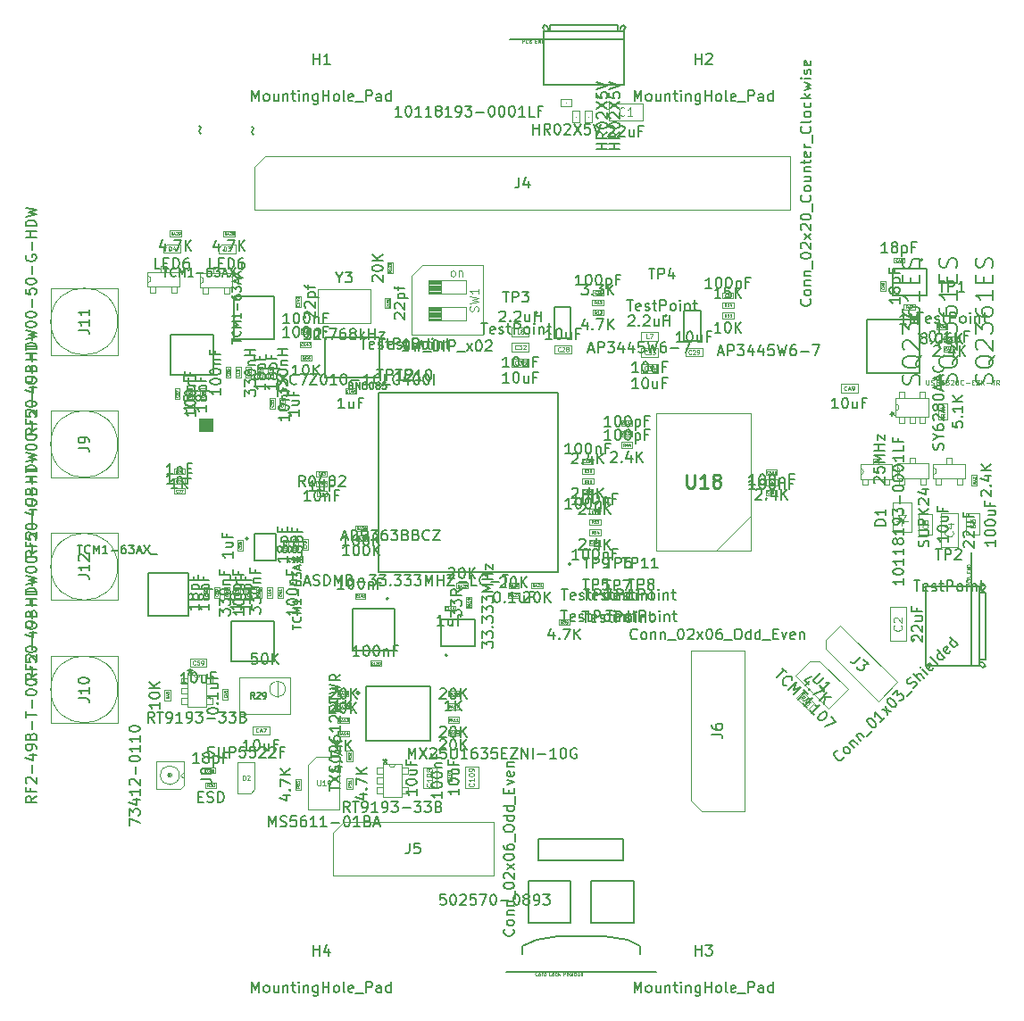
<source format=gbr>
%TF.GenerationSoftware,KiCad,Pcbnew,8.0.6*%
%TF.CreationDate,2025-01-14T20:30:26-08:00*%
%TF.ProjectId,IO_SDR_1.1,494f5f53-4452-45f3-912e-312e6b696361,rev?*%
%TF.SameCoordinates,Original*%
%TF.FileFunction,AssemblyDrawing,Top*%
%FSLAX46Y46*%
G04 Gerber Fmt 4.6, Leading zero omitted, Abs format (unit mm)*
G04 Created by KiCad (PCBNEW 8.0.6) date 2025-01-14 20:30:26*
%MOMM*%
%LPD*%
G01*
G04 APERTURE LIST*
%ADD10C,0.150000*%
%ADD11C,0.120000*%
%ADD12C,0.040000*%
%ADD13C,0.060000*%
%ADD14C,0.080000*%
%ADD15C,0.080039*%
%ADD16C,0.120165*%
%ADD17C,0.254000*%
%ADD18C,0.075000*%
%ADD19C,0.100000*%
%ADD20C,0.025400*%
%ADD21C,0.127000*%
%ADD22C,0.200000*%
%ADD23C,0.152400*%
%ADD24C,0.010000*%
%ADD25C,0.300000*%
G04 APERTURE END LIST*
D10*
X184480057Y-99752856D02*
X184432438Y-99705237D01*
X184432438Y-99705237D02*
X184384819Y-99609999D01*
X184384819Y-99609999D02*
X184384819Y-99371904D01*
X184384819Y-99371904D02*
X184432438Y-99276666D01*
X184432438Y-99276666D02*
X184480057Y-99229047D01*
X184480057Y-99229047D02*
X184575295Y-99181428D01*
X184575295Y-99181428D02*
X184670533Y-99181428D01*
X184670533Y-99181428D02*
X184813390Y-99229047D01*
X184813390Y-99229047D02*
X185384819Y-99800475D01*
X185384819Y-99800475D02*
X185384819Y-99181428D01*
X184480057Y-98800475D02*
X184432438Y-98752856D01*
X184432438Y-98752856D02*
X184384819Y-98657618D01*
X184384819Y-98657618D02*
X184384819Y-98419523D01*
X184384819Y-98419523D02*
X184432438Y-98324285D01*
X184432438Y-98324285D02*
X184480057Y-98276666D01*
X184480057Y-98276666D02*
X184575295Y-98229047D01*
X184575295Y-98229047D02*
X184670533Y-98229047D01*
X184670533Y-98229047D02*
X184813390Y-98276666D01*
X184813390Y-98276666D02*
X185384819Y-98848094D01*
X185384819Y-98848094D02*
X185384819Y-98229047D01*
X184718152Y-97371904D02*
X185384819Y-97371904D01*
X184718152Y-97800475D02*
X185241961Y-97800475D01*
X185241961Y-97800475D02*
X185337200Y-97752856D01*
X185337200Y-97752856D02*
X185384819Y-97657618D01*
X185384819Y-97657618D02*
X185384819Y-97514761D01*
X185384819Y-97514761D02*
X185337200Y-97419523D01*
X185337200Y-97419523D02*
X185289580Y-97371904D01*
X184861009Y-96562380D02*
X184861009Y-96895713D01*
X185384819Y-96895713D02*
X184384819Y-96895713D01*
X184384819Y-96895713D02*
X184384819Y-96419523D01*
D11*
X183367664Y-98243332D02*
X183405760Y-98281428D01*
X183405760Y-98281428D02*
X183443855Y-98395713D01*
X183443855Y-98395713D02*
X183443855Y-98471904D01*
X183443855Y-98471904D02*
X183405760Y-98586190D01*
X183405760Y-98586190D02*
X183329569Y-98662380D01*
X183329569Y-98662380D02*
X183253379Y-98700475D01*
X183253379Y-98700475D02*
X183100998Y-98738571D01*
X183100998Y-98738571D02*
X182986712Y-98738571D01*
X182986712Y-98738571D02*
X182834331Y-98700475D01*
X182834331Y-98700475D02*
X182758140Y-98662380D01*
X182758140Y-98662380D02*
X182681950Y-98586190D01*
X182681950Y-98586190D02*
X182643855Y-98471904D01*
X182643855Y-98471904D02*
X182643855Y-98395713D01*
X182643855Y-98395713D02*
X182681950Y-98281428D01*
X182681950Y-98281428D02*
X182720045Y-98243332D01*
X182910521Y-97557618D02*
X183443855Y-97557618D01*
X182605760Y-97748094D02*
X183177188Y-97938571D01*
X183177188Y-97938571D02*
X183177188Y-97443332D01*
D10*
X128420057Y-74511904D02*
X128372438Y-74464285D01*
X128372438Y-74464285D02*
X128324819Y-74369047D01*
X128324819Y-74369047D02*
X128324819Y-74130952D01*
X128324819Y-74130952D02*
X128372438Y-74035714D01*
X128372438Y-74035714D02*
X128420057Y-73988095D01*
X128420057Y-73988095D02*
X128515295Y-73940476D01*
X128515295Y-73940476D02*
X128610533Y-73940476D01*
X128610533Y-73940476D02*
X128753390Y-73988095D01*
X128753390Y-73988095D02*
X129324819Y-74559523D01*
X129324819Y-74559523D02*
X129324819Y-73940476D01*
X128324819Y-73321428D02*
X128324819Y-73226190D01*
X128324819Y-73226190D02*
X128372438Y-73130952D01*
X128372438Y-73130952D02*
X128420057Y-73083333D01*
X128420057Y-73083333D02*
X128515295Y-73035714D01*
X128515295Y-73035714D02*
X128705771Y-72988095D01*
X128705771Y-72988095D02*
X128943866Y-72988095D01*
X128943866Y-72988095D02*
X129134342Y-73035714D01*
X129134342Y-73035714D02*
X129229580Y-73083333D01*
X129229580Y-73083333D02*
X129277200Y-73130952D01*
X129277200Y-73130952D02*
X129324819Y-73226190D01*
X129324819Y-73226190D02*
X129324819Y-73321428D01*
X129324819Y-73321428D02*
X129277200Y-73416666D01*
X129277200Y-73416666D02*
X129229580Y-73464285D01*
X129229580Y-73464285D02*
X129134342Y-73511904D01*
X129134342Y-73511904D02*
X128943866Y-73559523D01*
X128943866Y-73559523D02*
X128705771Y-73559523D01*
X128705771Y-73559523D02*
X128515295Y-73511904D01*
X128515295Y-73511904D02*
X128420057Y-73464285D01*
X128420057Y-73464285D02*
X128372438Y-73416666D01*
X128372438Y-73416666D02*
X128324819Y-73321428D01*
X129324819Y-72559523D02*
X128324819Y-72559523D01*
X129324819Y-71988095D02*
X128753390Y-72416666D01*
X128324819Y-71988095D02*
X128896247Y-72559523D01*
D12*
X130158200Y-73528570D02*
X130034391Y-73615237D01*
X130158200Y-73677142D02*
X129898200Y-73677142D01*
X129898200Y-73677142D02*
X129898200Y-73578094D01*
X129898200Y-73578094D02*
X129910581Y-73553332D01*
X129910581Y-73553332D02*
X129922962Y-73540951D01*
X129922962Y-73540951D02*
X129947724Y-73528570D01*
X129947724Y-73528570D02*
X129984867Y-73528570D01*
X129984867Y-73528570D02*
X130009629Y-73540951D01*
X130009629Y-73540951D02*
X130022010Y-73553332D01*
X130022010Y-73553332D02*
X130034391Y-73578094D01*
X130034391Y-73578094D02*
X130034391Y-73677142D01*
X130083915Y-73429523D02*
X130083915Y-73305713D01*
X130158200Y-73454285D02*
X129898200Y-73367618D01*
X129898200Y-73367618D02*
X130158200Y-73280951D01*
X129922962Y-73206666D02*
X129910581Y-73194285D01*
X129910581Y-73194285D02*
X129898200Y-73169523D01*
X129898200Y-73169523D02*
X129898200Y-73107618D01*
X129898200Y-73107618D02*
X129910581Y-73082856D01*
X129910581Y-73082856D02*
X129922962Y-73070475D01*
X129922962Y-73070475D02*
X129947724Y-73058094D01*
X129947724Y-73058094D02*
X129972486Y-73058094D01*
X129972486Y-73058094D02*
X130009629Y-73070475D01*
X130009629Y-73070475D02*
X130158200Y-73219047D01*
X130158200Y-73219047D02*
X130158200Y-73058094D01*
X129898200Y-72971428D02*
X129898200Y-72810475D01*
X129898200Y-72810475D02*
X129997248Y-72897142D01*
X129997248Y-72897142D02*
X129997248Y-72859999D01*
X129997248Y-72859999D02*
X130009629Y-72835237D01*
X130009629Y-72835237D02*
X130022010Y-72822856D01*
X130022010Y-72822856D02*
X130046772Y-72810475D01*
X130046772Y-72810475D02*
X130108677Y-72810475D01*
X130108677Y-72810475D02*
X130133439Y-72822856D01*
X130133439Y-72822856D02*
X130145820Y-72835237D01*
X130145820Y-72835237D02*
X130158200Y-72859999D01*
X130158200Y-72859999D02*
X130158200Y-72934285D01*
X130158200Y-72934285D02*
X130145820Y-72959047D01*
X130145820Y-72959047D02*
X130133439Y-72971428D01*
D10*
X140488095Y-102664703D02*
X140535714Y-102617084D01*
X140535714Y-102617084D02*
X140630952Y-102569465D01*
X140630952Y-102569465D02*
X140869047Y-102569465D01*
X140869047Y-102569465D02*
X140964285Y-102617084D01*
X140964285Y-102617084D02*
X141011904Y-102664703D01*
X141011904Y-102664703D02*
X141059523Y-102759941D01*
X141059523Y-102759941D02*
X141059523Y-102855179D01*
X141059523Y-102855179D02*
X141011904Y-102998036D01*
X141011904Y-102998036D02*
X140440476Y-103569465D01*
X140440476Y-103569465D02*
X141059523Y-103569465D01*
X141678571Y-102569465D02*
X141773809Y-102569465D01*
X141773809Y-102569465D02*
X141869047Y-102617084D01*
X141869047Y-102617084D02*
X141916666Y-102664703D01*
X141916666Y-102664703D02*
X141964285Y-102759941D01*
X141964285Y-102759941D02*
X142011904Y-102950417D01*
X142011904Y-102950417D02*
X142011904Y-103188512D01*
X142011904Y-103188512D02*
X141964285Y-103378988D01*
X141964285Y-103378988D02*
X141916666Y-103474226D01*
X141916666Y-103474226D02*
X141869047Y-103521846D01*
X141869047Y-103521846D02*
X141773809Y-103569465D01*
X141773809Y-103569465D02*
X141678571Y-103569465D01*
X141678571Y-103569465D02*
X141583333Y-103521846D01*
X141583333Y-103521846D02*
X141535714Y-103474226D01*
X141535714Y-103474226D02*
X141488095Y-103378988D01*
X141488095Y-103378988D02*
X141440476Y-103188512D01*
X141440476Y-103188512D02*
X141440476Y-102950417D01*
X141440476Y-102950417D02*
X141488095Y-102759941D01*
X141488095Y-102759941D02*
X141535714Y-102664703D01*
X141535714Y-102664703D02*
X141583333Y-102617084D01*
X141583333Y-102617084D02*
X141678571Y-102569465D01*
X142440476Y-103569465D02*
X142440476Y-102569465D01*
X143011904Y-103569465D02*
X142583333Y-102998036D01*
X143011904Y-102569465D02*
X142440476Y-103140893D01*
D12*
X141471429Y-104402846D02*
X141384762Y-104279037D01*
X141322857Y-104402846D02*
X141322857Y-104142846D01*
X141322857Y-104142846D02*
X141421905Y-104142846D01*
X141421905Y-104142846D02*
X141446667Y-104155227D01*
X141446667Y-104155227D02*
X141459048Y-104167608D01*
X141459048Y-104167608D02*
X141471429Y-104192370D01*
X141471429Y-104192370D02*
X141471429Y-104229513D01*
X141471429Y-104229513D02*
X141459048Y-104254275D01*
X141459048Y-104254275D02*
X141446667Y-104266656D01*
X141446667Y-104266656D02*
X141421905Y-104279037D01*
X141421905Y-104279037D02*
X141322857Y-104279037D01*
X141570476Y-104328561D02*
X141694286Y-104328561D01*
X141545714Y-104402846D02*
X141632381Y-104142846D01*
X141632381Y-104142846D02*
X141719048Y-104402846D01*
X141793333Y-104167608D02*
X141805714Y-104155227D01*
X141805714Y-104155227D02*
X141830476Y-104142846D01*
X141830476Y-104142846D02*
X141892381Y-104142846D01*
X141892381Y-104142846D02*
X141917143Y-104155227D01*
X141917143Y-104155227D02*
X141929524Y-104167608D01*
X141929524Y-104167608D02*
X141941905Y-104192370D01*
X141941905Y-104192370D02*
X141941905Y-104217132D01*
X141941905Y-104217132D02*
X141929524Y-104254275D01*
X141929524Y-104254275D02*
X141780952Y-104402846D01*
X141780952Y-104402846D02*
X141941905Y-104402846D01*
X142028571Y-104142846D02*
X142201905Y-104142846D01*
X142201905Y-104142846D02*
X142090476Y-104402846D01*
D10*
X122465271Y-95353419D02*
X121893843Y-95353419D01*
X122179557Y-95353419D02*
X122179557Y-94353419D01*
X122179557Y-94353419D02*
X122084319Y-94496276D01*
X122084319Y-94496276D02*
X121989081Y-94591514D01*
X121989081Y-94591514D02*
X121893843Y-94639133D01*
X123084319Y-94353419D02*
X123179557Y-94353419D01*
X123179557Y-94353419D02*
X123274795Y-94401038D01*
X123274795Y-94401038D02*
X123322414Y-94448657D01*
X123322414Y-94448657D02*
X123370033Y-94543895D01*
X123370033Y-94543895D02*
X123417652Y-94734371D01*
X123417652Y-94734371D02*
X123417652Y-94972466D01*
X123417652Y-94972466D02*
X123370033Y-95162942D01*
X123370033Y-95162942D02*
X123322414Y-95258180D01*
X123322414Y-95258180D02*
X123274795Y-95305800D01*
X123274795Y-95305800D02*
X123179557Y-95353419D01*
X123179557Y-95353419D02*
X123084319Y-95353419D01*
X123084319Y-95353419D02*
X122989081Y-95305800D01*
X122989081Y-95305800D02*
X122941462Y-95258180D01*
X122941462Y-95258180D02*
X122893843Y-95162942D01*
X122893843Y-95162942D02*
X122846224Y-94972466D01*
X122846224Y-94972466D02*
X122846224Y-94734371D01*
X122846224Y-94734371D02*
X122893843Y-94543895D01*
X122893843Y-94543895D02*
X122941462Y-94448657D01*
X122941462Y-94448657D02*
X122989081Y-94401038D01*
X122989081Y-94401038D02*
X123084319Y-94353419D01*
X123846224Y-94686752D02*
X123846224Y-95353419D01*
X123846224Y-94781990D02*
X123893843Y-94734371D01*
X123893843Y-94734371D02*
X123989081Y-94686752D01*
X123989081Y-94686752D02*
X124131938Y-94686752D01*
X124131938Y-94686752D02*
X124227176Y-94734371D01*
X124227176Y-94734371D02*
X124274795Y-94829609D01*
X124274795Y-94829609D02*
X124274795Y-95353419D01*
X125084319Y-94829609D02*
X124750986Y-94829609D01*
X124750986Y-95353419D02*
X124750986Y-94353419D01*
X124750986Y-94353419D02*
X125227176Y-94353419D01*
D12*
X123375985Y-93828365D02*
X123364081Y-93840270D01*
X123364081Y-93840270D02*
X123328366Y-93852174D01*
X123328366Y-93852174D02*
X123304557Y-93852174D01*
X123304557Y-93852174D02*
X123268843Y-93840270D01*
X123268843Y-93840270D02*
X123245033Y-93816460D01*
X123245033Y-93816460D02*
X123233128Y-93792650D01*
X123233128Y-93792650D02*
X123221224Y-93745031D01*
X123221224Y-93745031D02*
X123221224Y-93709317D01*
X123221224Y-93709317D02*
X123233128Y-93661698D01*
X123233128Y-93661698D02*
X123245033Y-93637889D01*
X123245033Y-93637889D02*
X123268843Y-93614079D01*
X123268843Y-93614079D02*
X123304557Y-93602174D01*
X123304557Y-93602174D02*
X123328366Y-93602174D01*
X123328366Y-93602174D02*
X123364081Y-93614079D01*
X123364081Y-93614079D02*
X123375985Y-93625984D01*
X123459319Y-93602174D02*
X123625985Y-93602174D01*
X123625985Y-93602174D02*
X123518843Y-93852174D01*
X123852176Y-93852174D02*
X123709319Y-93852174D01*
X123780747Y-93852174D02*
X123780747Y-93602174D01*
X123780747Y-93602174D02*
X123756938Y-93637889D01*
X123756938Y-93637889D02*
X123733128Y-93661698D01*
X123733128Y-93661698D02*
X123709319Y-93673603D01*
D10*
X116264819Y-85431904D02*
X116264819Y-84812857D01*
X116264819Y-84812857D02*
X116645771Y-85146190D01*
X116645771Y-85146190D02*
X116645771Y-85003333D01*
X116645771Y-85003333D02*
X116693390Y-84908095D01*
X116693390Y-84908095D02*
X116741009Y-84860476D01*
X116741009Y-84860476D02*
X116836247Y-84812857D01*
X116836247Y-84812857D02*
X117074342Y-84812857D01*
X117074342Y-84812857D02*
X117169580Y-84860476D01*
X117169580Y-84860476D02*
X117217200Y-84908095D01*
X117217200Y-84908095D02*
X117264819Y-85003333D01*
X117264819Y-85003333D02*
X117264819Y-85289047D01*
X117264819Y-85289047D02*
X117217200Y-85384285D01*
X117217200Y-85384285D02*
X117169580Y-85431904D01*
X116264819Y-84479523D02*
X116264819Y-83860476D01*
X116264819Y-83860476D02*
X116645771Y-84193809D01*
X116645771Y-84193809D02*
X116645771Y-84050952D01*
X116645771Y-84050952D02*
X116693390Y-83955714D01*
X116693390Y-83955714D02*
X116741009Y-83908095D01*
X116741009Y-83908095D02*
X116836247Y-83860476D01*
X116836247Y-83860476D02*
X117074342Y-83860476D01*
X117074342Y-83860476D02*
X117169580Y-83908095D01*
X117169580Y-83908095D02*
X117217200Y-83955714D01*
X117217200Y-83955714D02*
X117264819Y-84050952D01*
X117264819Y-84050952D02*
X117264819Y-84336666D01*
X117264819Y-84336666D02*
X117217200Y-84431904D01*
X117217200Y-84431904D02*
X117169580Y-84479523D01*
X116264819Y-83241428D02*
X116264819Y-83146190D01*
X116264819Y-83146190D02*
X116312438Y-83050952D01*
X116312438Y-83050952D02*
X116360057Y-83003333D01*
X116360057Y-83003333D02*
X116455295Y-82955714D01*
X116455295Y-82955714D02*
X116645771Y-82908095D01*
X116645771Y-82908095D02*
X116883866Y-82908095D01*
X116883866Y-82908095D02*
X117074342Y-82955714D01*
X117074342Y-82955714D02*
X117169580Y-83003333D01*
X117169580Y-83003333D02*
X117217200Y-83050952D01*
X117217200Y-83050952D02*
X117264819Y-83146190D01*
X117264819Y-83146190D02*
X117264819Y-83241428D01*
X117264819Y-83241428D02*
X117217200Y-83336666D01*
X117217200Y-83336666D02*
X117169580Y-83384285D01*
X117169580Y-83384285D02*
X117074342Y-83431904D01*
X117074342Y-83431904D02*
X116883866Y-83479523D01*
X116883866Y-83479523D02*
X116645771Y-83479523D01*
X116645771Y-83479523D02*
X116455295Y-83431904D01*
X116455295Y-83431904D02*
X116360057Y-83384285D01*
X116360057Y-83384285D02*
X116312438Y-83336666D01*
X116312438Y-83336666D02*
X116264819Y-83241428D01*
X116598152Y-82479523D02*
X117264819Y-82479523D01*
X116693390Y-82479523D02*
X116645771Y-82431904D01*
X116645771Y-82431904D02*
X116598152Y-82336666D01*
X116598152Y-82336666D02*
X116598152Y-82193809D01*
X116598152Y-82193809D02*
X116645771Y-82098571D01*
X116645771Y-82098571D02*
X116741009Y-82050952D01*
X116741009Y-82050952D02*
X117264819Y-82050952D01*
X117264819Y-81574761D02*
X116264819Y-81574761D01*
X116741009Y-81574761D02*
X116741009Y-81003333D01*
X117264819Y-81003333D02*
X116264819Y-81003333D01*
D12*
X115753574Y-83330713D02*
X115753574Y-83449761D01*
X115753574Y-83449761D02*
X115503574Y-83449761D01*
X115753574Y-83116427D02*
X115753574Y-83259284D01*
X115753574Y-83187856D02*
X115503574Y-83187856D01*
X115503574Y-83187856D02*
X115539289Y-83211665D01*
X115539289Y-83211665D02*
X115563098Y-83235475D01*
X115563098Y-83235475D02*
X115575003Y-83259284D01*
X115503574Y-83033094D02*
X115503574Y-82878332D01*
X115503574Y-82878332D02*
X115598812Y-82961666D01*
X115598812Y-82961666D02*
X115598812Y-82925951D01*
X115598812Y-82925951D02*
X115610717Y-82902142D01*
X115610717Y-82902142D02*
X115622622Y-82890237D01*
X115622622Y-82890237D02*
X115646431Y-82878332D01*
X115646431Y-82878332D02*
X115705955Y-82878332D01*
X115705955Y-82878332D02*
X115729765Y-82890237D01*
X115729765Y-82890237D02*
X115741670Y-82902142D01*
X115741670Y-82902142D02*
X115753574Y-82925951D01*
X115753574Y-82925951D02*
X115753574Y-82997380D01*
X115753574Y-82997380D02*
X115741670Y-83021189D01*
X115741670Y-83021189D02*
X115729765Y-83033094D01*
D10*
X134768095Y-113240057D02*
X134815714Y-113192438D01*
X134815714Y-113192438D02*
X134910952Y-113144819D01*
X134910952Y-113144819D02*
X135149047Y-113144819D01*
X135149047Y-113144819D02*
X135244285Y-113192438D01*
X135244285Y-113192438D02*
X135291904Y-113240057D01*
X135291904Y-113240057D02*
X135339523Y-113335295D01*
X135339523Y-113335295D02*
X135339523Y-113430533D01*
X135339523Y-113430533D02*
X135291904Y-113573390D01*
X135291904Y-113573390D02*
X134720476Y-114144819D01*
X134720476Y-114144819D02*
X135339523Y-114144819D01*
X135958571Y-113144819D02*
X136053809Y-113144819D01*
X136053809Y-113144819D02*
X136149047Y-113192438D01*
X136149047Y-113192438D02*
X136196666Y-113240057D01*
X136196666Y-113240057D02*
X136244285Y-113335295D01*
X136244285Y-113335295D02*
X136291904Y-113525771D01*
X136291904Y-113525771D02*
X136291904Y-113763866D01*
X136291904Y-113763866D02*
X136244285Y-113954342D01*
X136244285Y-113954342D02*
X136196666Y-114049580D01*
X136196666Y-114049580D02*
X136149047Y-114097200D01*
X136149047Y-114097200D02*
X136053809Y-114144819D01*
X136053809Y-114144819D02*
X135958571Y-114144819D01*
X135958571Y-114144819D02*
X135863333Y-114097200D01*
X135863333Y-114097200D02*
X135815714Y-114049580D01*
X135815714Y-114049580D02*
X135768095Y-113954342D01*
X135768095Y-113954342D02*
X135720476Y-113763866D01*
X135720476Y-113763866D02*
X135720476Y-113525771D01*
X135720476Y-113525771D02*
X135768095Y-113335295D01*
X135768095Y-113335295D02*
X135815714Y-113240057D01*
X135815714Y-113240057D02*
X135863333Y-113192438D01*
X135863333Y-113192438D02*
X135958571Y-113144819D01*
X136720476Y-114144819D02*
X136720476Y-113144819D01*
X137291904Y-114144819D02*
X136863333Y-113573390D01*
X137291904Y-113144819D02*
X136720476Y-113716247D01*
D12*
X135751429Y-114978200D02*
X135664762Y-114854391D01*
X135602857Y-114978200D02*
X135602857Y-114718200D01*
X135602857Y-114718200D02*
X135701905Y-114718200D01*
X135701905Y-114718200D02*
X135726667Y-114730581D01*
X135726667Y-114730581D02*
X135739048Y-114742962D01*
X135739048Y-114742962D02*
X135751429Y-114767724D01*
X135751429Y-114767724D02*
X135751429Y-114804867D01*
X135751429Y-114804867D02*
X135739048Y-114829629D01*
X135739048Y-114829629D02*
X135726667Y-114842010D01*
X135726667Y-114842010D02*
X135701905Y-114854391D01*
X135701905Y-114854391D02*
X135602857Y-114854391D01*
X135850476Y-114903915D02*
X135974286Y-114903915D01*
X135825714Y-114978200D02*
X135912381Y-114718200D01*
X135912381Y-114718200D02*
X135999048Y-114978200D01*
X136221905Y-114978200D02*
X136073333Y-114978200D01*
X136147619Y-114978200D02*
X136147619Y-114718200D01*
X136147619Y-114718200D02*
X136122857Y-114755343D01*
X136122857Y-114755343D02*
X136098095Y-114780105D01*
X136098095Y-114780105D02*
X136073333Y-114792486D01*
X136308571Y-114718200D02*
X136481905Y-114718200D01*
X136481905Y-114718200D02*
X136370476Y-114978200D01*
D10*
X143596928Y-60584803D02*
X143596928Y-59584803D01*
X143596928Y-60060993D02*
X144168356Y-60060993D01*
X144168356Y-60584803D02*
X144168356Y-59584803D01*
X145215975Y-60584803D02*
X144882642Y-60108612D01*
X144644547Y-60584803D02*
X144644547Y-59584803D01*
X144644547Y-59584803D02*
X145025499Y-59584803D01*
X145025499Y-59584803D02*
X145120737Y-59632422D01*
X145120737Y-59632422D02*
X145168356Y-59680041D01*
X145168356Y-59680041D02*
X145215975Y-59775279D01*
X145215975Y-59775279D02*
X145215975Y-59918136D01*
X145215975Y-59918136D02*
X145168356Y-60013374D01*
X145168356Y-60013374D02*
X145120737Y-60060993D01*
X145120737Y-60060993D02*
X145025499Y-60108612D01*
X145025499Y-60108612D02*
X144644547Y-60108612D01*
X145835023Y-59584803D02*
X145930261Y-59584803D01*
X145930261Y-59584803D02*
X146025499Y-59632422D01*
X146025499Y-59632422D02*
X146073118Y-59680041D01*
X146073118Y-59680041D02*
X146120737Y-59775279D01*
X146120737Y-59775279D02*
X146168356Y-59965755D01*
X146168356Y-59965755D02*
X146168356Y-60203850D01*
X146168356Y-60203850D02*
X146120737Y-60394326D01*
X146120737Y-60394326D02*
X146073118Y-60489564D01*
X146073118Y-60489564D02*
X146025499Y-60537184D01*
X146025499Y-60537184D02*
X145930261Y-60584803D01*
X145930261Y-60584803D02*
X145835023Y-60584803D01*
X145835023Y-60584803D02*
X145739785Y-60537184D01*
X145739785Y-60537184D02*
X145692166Y-60489564D01*
X145692166Y-60489564D02*
X145644547Y-60394326D01*
X145644547Y-60394326D02*
X145596928Y-60203850D01*
X145596928Y-60203850D02*
X145596928Y-59965755D01*
X145596928Y-59965755D02*
X145644547Y-59775279D01*
X145644547Y-59775279D02*
X145692166Y-59680041D01*
X145692166Y-59680041D02*
X145739785Y-59632422D01*
X145739785Y-59632422D02*
X145835023Y-59584803D01*
X146549309Y-59680041D02*
X146596928Y-59632422D01*
X146596928Y-59632422D02*
X146692166Y-59584803D01*
X146692166Y-59584803D02*
X146930261Y-59584803D01*
X146930261Y-59584803D02*
X147025499Y-59632422D01*
X147025499Y-59632422D02*
X147073118Y-59680041D01*
X147073118Y-59680041D02*
X147120737Y-59775279D01*
X147120737Y-59775279D02*
X147120737Y-59870517D01*
X147120737Y-59870517D02*
X147073118Y-60013374D01*
X147073118Y-60013374D02*
X146501690Y-60584803D01*
X146501690Y-60584803D02*
X147120737Y-60584803D01*
X147454071Y-59584803D02*
X148120737Y-60584803D01*
X148120737Y-59584803D02*
X147454071Y-60584803D01*
X148977880Y-59584803D02*
X148501690Y-59584803D01*
X148501690Y-59584803D02*
X148454071Y-60060993D01*
X148454071Y-60060993D02*
X148501690Y-60013374D01*
X148501690Y-60013374D02*
X148596928Y-59965755D01*
X148596928Y-59965755D02*
X148835023Y-59965755D01*
X148835023Y-59965755D02*
X148930261Y-60013374D01*
X148930261Y-60013374D02*
X148977880Y-60060993D01*
X148977880Y-60060993D02*
X149025499Y-60156231D01*
X149025499Y-60156231D02*
X149025499Y-60394326D01*
X149025499Y-60394326D02*
X148977880Y-60489564D01*
X148977880Y-60489564D02*
X148930261Y-60537184D01*
X148930261Y-60537184D02*
X148835023Y-60584803D01*
X148835023Y-60584803D02*
X148596928Y-60584803D01*
X148596928Y-60584803D02*
X148501690Y-60537184D01*
X148501690Y-60537184D02*
X148454071Y-60489564D01*
X149311214Y-59584803D02*
X149644547Y-60584803D01*
X149644547Y-60584803D02*
X149977880Y-59584803D01*
X135593295Y-101783457D02*
X135640914Y-101735838D01*
X135640914Y-101735838D02*
X135736152Y-101688219D01*
X135736152Y-101688219D02*
X135974247Y-101688219D01*
X135974247Y-101688219D02*
X136069485Y-101735838D01*
X136069485Y-101735838D02*
X136117104Y-101783457D01*
X136117104Y-101783457D02*
X136164723Y-101878695D01*
X136164723Y-101878695D02*
X136164723Y-101973933D01*
X136164723Y-101973933D02*
X136117104Y-102116790D01*
X136117104Y-102116790D02*
X135545676Y-102688219D01*
X135545676Y-102688219D02*
X136164723Y-102688219D01*
X136783771Y-101688219D02*
X136879009Y-101688219D01*
X136879009Y-101688219D02*
X136974247Y-101735838D01*
X136974247Y-101735838D02*
X137021866Y-101783457D01*
X137021866Y-101783457D02*
X137069485Y-101878695D01*
X137069485Y-101878695D02*
X137117104Y-102069171D01*
X137117104Y-102069171D02*
X137117104Y-102307266D01*
X137117104Y-102307266D02*
X137069485Y-102497742D01*
X137069485Y-102497742D02*
X137021866Y-102592980D01*
X137021866Y-102592980D02*
X136974247Y-102640600D01*
X136974247Y-102640600D02*
X136879009Y-102688219D01*
X136879009Y-102688219D02*
X136783771Y-102688219D01*
X136783771Y-102688219D02*
X136688533Y-102640600D01*
X136688533Y-102640600D02*
X136640914Y-102592980D01*
X136640914Y-102592980D02*
X136593295Y-102497742D01*
X136593295Y-102497742D02*
X136545676Y-102307266D01*
X136545676Y-102307266D02*
X136545676Y-102069171D01*
X136545676Y-102069171D02*
X136593295Y-101878695D01*
X136593295Y-101878695D02*
X136640914Y-101783457D01*
X136640914Y-101783457D02*
X136688533Y-101735838D01*
X136688533Y-101735838D02*
X136783771Y-101688219D01*
X137545676Y-102688219D02*
X137545676Y-101688219D01*
X138117104Y-102688219D02*
X137688533Y-102116790D01*
X138117104Y-101688219D02*
X137545676Y-102259647D01*
D12*
X136576629Y-103521600D02*
X136489962Y-103397791D01*
X136428057Y-103521600D02*
X136428057Y-103261600D01*
X136428057Y-103261600D02*
X136527105Y-103261600D01*
X136527105Y-103261600D02*
X136551867Y-103273981D01*
X136551867Y-103273981D02*
X136564248Y-103286362D01*
X136564248Y-103286362D02*
X136576629Y-103311124D01*
X136576629Y-103311124D02*
X136576629Y-103348267D01*
X136576629Y-103348267D02*
X136564248Y-103373029D01*
X136564248Y-103373029D02*
X136551867Y-103385410D01*
X136551867Y-103385410D02*
X136527105Y-103397791D01*
X136527105Y-103397791D02*
X136428057Y-103397791D01*
X136675676Y-103447315D02*
X136799486Y-103447315D01*
X136650914Y-103521600D02*
X136737581Y-103261600D01*
X136737581Y-103261600D02*
X136824248Y-103521600D01*
X136898533Y-103286362D02*
X136910914Y-103273981D01*
X136910914Y-103273981D02*
X136935676Y-103261600D01*
X136935676Y-103261600D02*
X136997581Y-103261600D01*
X136997581Y-103261600D02*
X137022343Y-103273981D01*
X137022343Y-103273981D02*
X137034724Y-103286362D01*
X137034724Y-103286362D02*
X137047105Y-103311124D01*
X137047105Y-103311124D02*
X137047105Y-103335886D01*
X137047105Y-103335886D02*
X137034724Y-103373029D01*
X137034724Y-103373029D02*
X136886152Y-103521600D01*
X136886152Y-103521600D02*
X137047105Y-103521600D01*
X137282343Y-103261600D02*
X137158533Y-103261600D01*
X137158533Y-103261600D02*
X137146152Y-103385410D01*
X137146152Y-103385410D02*
X137158533Y-103373029D01*
X137158533Y-103373029D02*
X137183295Y-103360648D01*
X137183295Y-103360648D02*
X137245200Y-103360648D01*
X137245200Y-103360648D02*
X137269962Y-103373029D01*
X137269962Y-103373029D02*
X137282343Y-103385410D01*
X137282343Y-103385410D02*
X137294724Y-103410172D01*
X137294724Y-103410172D02*
X137294724Y-103472077D01*
X137294724Y-103472077D02*
X137282343Y-103496839D01*
X137282343Y-103496839D02*
X137269962Y-103509220D01*
X137269962Y-103509220D02*
X137245200Y-103521600D01*
X137245200Y-103521600D02*
X137183295Y-103521600D01*
X137183295Y-103521600D02*
X137158533Y-103509220D01*
X137158533Y-103509220D02*
X137146152Y-103496839D01*
D10*
X173045309Y-119628537D02*
X173045309Y-119695880D01*
X173045309Y-119695880D02*
X172977965Y-119830567D01*
X172977965Y-119830567D02*
X172910622Y-119897911D01*
X172910622Y-119897911D02*
X172775934Y-119965254D01*
X172775934Y-119965254D02*
X172641247Y-119965254D01*
X172641247Y-119965254D02*
X172540232Y-119931583D01*
X172540232Y-119931583D02*
X172371873Y-119830567D01*
X172371873Y-119830567D02*
X172270858Y-119729552D01*
X172270858Y-119729552D02*
X172169843Y-119561193D01*
X172169843Y-119561193D02*
X172136171Y-119460178D01*
X172136171Y-119460178D02*
X172136171Y-119325491D01*
X172136171Y-119325491D02*
X172203515Y-119190804D01*
X172203515Y-119190804D02*
X172270858Y-119123460D01*
X172270858Y-119123460D02*
X172405545Y-119056117D01*
X172405545Y-119056117D02*
X172472889Y-119056117D01*
X173516713Y-119291819D02*
X173415698Y-119325491D01*
X173415698Y-119325491D02*
X173348354Y-119325491D01*
X173348354Y-119325491D02*
X173247339Y-119291819D01*
X173247339Y-119291819D02*
X173045309Y-119089789D01*
X173045309Y-119089789D02*
X173011637Y-118988773D01*
X173011637Y-118988773D02*
X173011637Y-118921430D01*
X173011637Y-118921430D02*
X173045309Y-118820415D01*
X173045309Y-118820415D02*
X173146324Y-118719399D01*
X173146324Y-118719399D02*
X173247339Y-118685728D01*
X173247339Y-118685728D02*
X173314683Y-118685728D01*
X173314683Y-118685728D02*
X173415698Y-118719399D01*
X173415698Y-118719399D02*
X173617728Y-118921430D01*
X173617728Y-118921430D02*
X173651400Y-119022445D01*
X173651400Y-119022445D02*
X173651400Y-119089789D01*
X173651400Y-119089789D02*
X173617728Y-119190804D01*
X173617728Y-119190804D02*
X173516713Y-119291819D01*
X173584057Y-118281667D02*
X174055461Y-118753071D01*
X173651400Y-118349010D02*
X173651400Y-118281667D01*
X173651400Y-118281667D02*
X173685072Y-118180651D01*
X173685072Y-118180651D02*
X173786087Y-118079636D01*
X173786087Y-118079636D02*
X173887102Y-118045964D01*
X173887102Y-118045964D02*
X173988118Y-118079636D01*
X173988118Y-118079636D02*
X174358507Y-118450025D01*
X174223820Y-117641903D02*
X174695224Y-118113308D01*
X174291163Y-117709247D02*
X174291163Y-117641903D01*
X174291163Y-117641903D02*
X174324835Y-117540888D01*
X174324835Y-117540888D02*
X174425850Y-117439873D01*
X174425850Y-117439873D02*
X174526866Y-117406201D01*
X174526866Y-117406201D02*
X174627881Y-117439873D01*
X174627881Y-117439873D02*
X174998270Y-117810262D01*
X175233973Y-117709247D02*
X175772721Y-117170499D01*
X175301316Y-116093002D02*
X175368660Y-116025659D01*
X175368660Y-116025659D02*
X175469675Y-115991987D01*
X175469675Y-115991987D02*
X175537018Y-115991987D01*
X175537018Y-115991987D02*
X175638034Y-116025659D01*
X175638034Y-116025659D02*
X175806392Y-116126674D01*
X175806392Y-116126674D02*
X175974751Y-116295033D01*
X175974751Y-116295033D02*
X176075767Y-116463392D01*
X176075767Y-116463392D02*
X176109438Y-116564407D01*
X176109438Y-116564407D02*
X176109438Y-116631750D01*
X176109438Y-116631750D02*
X176075767Y-116732766D01*
X176075767Y-116732766D02*
X176008423Y-116800109D01*
X176008423Y-116800109D02*
X175907408Y-116833781D01*
X175907408Y-116833781D02*
X175840064Y-116833781D01*
X175840064Y-116833781D02*
X175739049Y-116800109D01*
X175739049Y-116800109D02*
X175570690Y-116699094D01*
X175570690Y-116699094D02*
X175402331Y-116530735D01*
X175402331Y-116530735D02*
X175301316Y-116362376D01*
X175301316Y-116362376D02*
X175267644Y-116261361D01*
X175267644Y-116261361D02*
X175267644Y-116194018D01*
X175267644Y-116194018D02*
X175301316Y-116093002D01*
X176917560Y-115890972D02*
X176513499Y-116295033D01*
X176715530Y-116093002D02*
X176008423Y-115385896D01*
X176008423Y-115385896D02*
X176042095Y-115554254D01*
X176042095Y-115554254D02*
X176042095Y-115688941D01*
X176042095Y-115688941D02*
X176008423Y-115789957D01*
X177153263Y-115655270D02*
X177052247Y-114813476D01*
X176681858Y-115183865D02*
X177523652Y-115284880D01*
X177220606Y-114173712D02*
X177287950Y-114106369D01*
X177287950Y-114106369D02*
X177388965Y-114072697D01*
X177388965Y-114072697D02*
X177456309Y-114072697D01*
X177456309Y-114072697D02*
X177557324Y-114106369D01*
X177557324Y-114106369D02*
X177725683Y-114207384D01*
X177725683Y-114207384D02*
X177894041Y-114375743D01*
X177894041Y-114375743D02*
X177995057Y-114544102D01*
X177995057Y-114544102D02*
X178028728Y-114645117D01*
X178028728Y-114645117D02*
X178028728Y-114712460D01*
X178028728Y-114712460D02*
X177995057Y-114813476D01*
X177995057Y-114813476D02*
X177927713Y-114880819D01*
X177927713Y-114880819D02*
X177826698Y-114914491D01*
X177826698Y-114914491D02*
X177759354Y-114914491D01*
X177759354Y-114914491D02*
X177658339Y-114880819D01*
X177658339Y-114880819D02*
X177489980Y-114779804D01*
X177489980Y-114779804D02*
X177321622Y-114611445D01*
X177321622Y-114611445D02*
X177220606Y-114443086D01*
X177220606Y-114443086D02*
X177186935Y-114342071D01*
X177186935Y-114342071D02*
X177186935Y-114274728D01*
X177186935Y-114274728D02*
X177220606Y-114173712D01*
X177692011Y-113702308D02*
X178129744Y-113264575D01*
X178129744Y-113264575D02*
X178163415Y-113769651D01*
X178163415Y-113769651D02*
X178264431Y-113668636D01*
X178264431Y-113668636D02*
X178365446Y-113634964D01*
X178365446Y-113634964D02*
X178432789Y-113634964D01*
X178432789Y-113634964D02*
X178533805Y-113668636D01*
X178533805Y-113668636D02*
X178702163Y-113836995D01*
X178702163Y-113836995D02*
X178735835Y-113938010D01*
X178735835Y-113938010D02*
X178735835Y-114005354D01*
X178735835Y-114005354D02*
X178702163Y-114106369D01*
X178702163Y-114106369D02*
X178500133Y-114308399D01*
X178500133Y-114308399D02*
X178399118Y-114342071D01*
X178399118Y-114342071D02*
X178331774Y-114342071D01*
X179038881Y-113904338D02*
X179577629Y-113365590D01*
X179611301Y-113129888D02*
X179745988Y-113062544D01*
X179745988Y-113062544D02*
X179914347Y-112894186D01*
X179914347Y-112894186D02*
X179948018Y-112793170D01*
X179948018Y-112793170D02*
X179948018Y-112725827D01*
X179948018Y-112725827D02*
X179914347Y-112624812D01*
X179914347Y-112624812D02*
X179847003Y-112557468D01*
X179847003Y-112557468D02*
X179745988Y-112523796D01*
X179745988Y-112523796D02*
X179678644Y-112523796D01*
X179678644Y-112523796D02*
X179577629Y-112557468D01*
X179577629Y-112557468D02*
X179409270Y-112658483D01*
X179409270Y-112658483D02*
X179308255Y-112692155D01*
X179308255Y-112692155D02*
X179240912Y-112692155D01*
X179240912Y-112692155D02*
X179139896Y-112658483D01*
X179139896Y-112658483D02*
X179072553Y-112591140D01*
X179072553Y-112591140D02*
X179038881Y-112490125D01*
X179038881Y-112490125D02*
X179038881Y-112422781D01*
X179038881Y-112422781D02*
X179072553Y-112321766D01*
X179072553Y-112321766D02*
X179240912Y-112153407D01*
X179240912Y-112153407D02*
X179375599Y-112086064D01*
X180352079Y-112456453D02*
X179644973Y-111749346D01*
X180655125Y-112153407D02*
X180284736Y-111783018D01*
X180284736Y-111783018D02*
X180183721Y-111749346D01*
X180183721Y-111749346D02*
X180082705Y-111783018D01*
X180082705Y-111783018D02*
X179981690Y-111884033D01*
X179981690Y-111884033D02*
X179948018Y-111985048D01*
X179948018Y-111985048D02*
X179948018Y-112052392D01*
X180991843Y-111816689D02*
X180520438Y-111345285D01*
X180284736Y-111109583D02*
X180284736Y-111176926D01*
X180284736Y-111176926D02*
X180352079Y-111176926D01*
X180352079Y-111176926D02*
X180352079Y-111109583D01*
X180352079Y-111109583D02*
X180284736Y-111109583D01*
X180284736Y-111109583D02*
X180352079Y-111176926D01*
X181564262Y-111176927D02*
X181530590Y-111277942D01*
X181530590Y-111277942D02*
X181395903Y-111412629D01*
X181395903Y-111412629D02*
X181294888Y-111446301D01*
X181294888Y-111446301D02*
X181193873Y-111412629D01*
X181193873Y-111412629D02*
X180924499Y-111143255D01*
X180924499Y-111143255D02*
X180890827Y-111042240D01*
X180890827Y-111042240D02*
X180924499Y-110941224D01*
X180924499Y-110941224D02*
X181059186Y-110806537D01*
X181059186Y-110806537D02*
X181160201Y-110772866D01*
X181160201Y-110772866D02*
X181261216Y-110806537D01*
X181261216Y-110806537D02*
X181328560Y-110873881D01*
X181328560Y-110873881D02*
X181059186Y-111277942D01*
X182035667Y-110772865D02*
X181934652Y-110806537D01*
X181934652Y-110806537D02*
X181833636Y-110772865D01*
X181833636Y-110772865D02*
X181227545Y-110166774D01*
X182608087Y-110200445D02*
X181900980Y-109493339D01*
X182574415Y-110166774D02*
X182540743Y-110267789D01*
X182540743Y-110267789D02*
X182406056Y-110402476D01*
X182406056Y-110402476D02*
X182305041Y-110436148D01*
X182305041Y-110436148D02*
X182237698Y-110436148D01*
X182237698Y-110436148D02*
X182136682Y-110402476D01*
X182136682Y-110402476D02*
X181934652Y-110200445D01*
X181934652Y-110200445D02*
X181900980Y-110099430D01*
X181900980Y-110099430D02*
X181900980Y-110032087D01*
X181900980Y-110032087D02*
X181934652Y-109931071D01*
X181934652Y-109931071D02*
X182069339Y-109796384D01*
X182069339Y-109796384D02*
X182170354Y-109762713D01*
X183180507Y-109560682D02*
X183146835Y-109661697D01*
X183146835Y-109661697D02*
X183012148Y-109796384D01*
X183012148Y-109796384D02*
X182911133Y-109830056D01*
X182911133Y-109830056D02*
X182810118Y-109796384D01*
X182810118Y-109796384D02*
X182540744Y-109527010D01*
X182540744Y-109527010D02*
X182507072Y-109425995D01*
X182507072Y-109425995D02*
X182540744Y-109324980D01*
X182540744Y-109324980D02*
X182675431Y-109190293D01*
X182675431Y-109190293D02*
X182776446Y-109156621D01*
X182776446Y-109156621D02*
X182877461Y-109190293D01*
X182877461Y-109190293D02*
X182944805Y-109257636D01*
X182944805Y-109257636D02*
X182675431Y-109661697D01*
X183853942Y-108954590D02*
X183146835Y-108247484D01*
X183820270Y-108920919D02*
X183786598Y-109021934D01*
X183786598Y-109021934D02*
X183651911Y-109156621D01*
X183651911Y-109156621D02*
X183550896Y-109190293D01*
X183550896Y-109190293D02*
X183483553Y-109190293D01*
X183483553Y-109190293D02*
X183382537Y-109156621D01*
X183382537Y-109156621D02*
X183180507Y-108954590D01*
X183180507Y-108954590D02*
X183146835Y-108853575D01*
X183146835Y-108853575D02*
X183146835Y-108786232D01*
X183146835Y-108786232D02*
X183180507Y-108685216D01*
X183180507Y-108685216D02*
X183315194Y-108550529D01*
X183315194Y-108550529D02*
X183416209Y-108516858D01*
X174665849Y-110140847D02*
X174160773Y-110645923D01*
X174160773Y-110645923D02*
X174026086Y-110713267D01*
X174026086Y-110713267D02*
X173891399Y-110713267D01*
X173891399Y-110713267D02*
X173756712Y-110645923D01*
X173756712Y-110645923D02*
X173689368Y-110578580D01*
X174935223Y-110410221D02*
X175372956Y-110847954D01*
X175372956Y-110847954D02*
X174867880Y-110881626D01*
X174867880Y-110881626D02*
X174968895Y-110982641D01*
X174968895Y-110982641D02*
X175002567Y-111083656D01*
X175002567Y-111083656D02*
X175002567Y-111151000D01*
X175002567Y-111151000D02*
X174968895Y-111252015D01*
X174968895Y-111252015D02*
X174800536Y-111420374D01*
X174800536Y-111420374D02*
X174699521Y-111454045D01*
X174699521Y-111454045D02*
X174632178Y-111454045D01*
X174632178Y-111454045D02*
X174531162Y-111420374D01*
X174531162Y-111420374D02*
X174329132Y-111218343D01*
X174329132Y-111218343D02*
X174295460Y-111117328D01*
X174295460Y-111117328D02*
X174295460Y-111049984D01*
X147898954Y-95678263D02*
X147327526Y-95678263D01*
X147613240Y-95678263D02*
X147613240Y-94678263D01*
X147613240Y-94678263D02*
X147518002Y-94821120D01*
X147518002Y-94821120D02*
X147422764Y-94916358D01*
X147422764Y-94916358D02*
X147327526Y-94963977D01*
X148518002Y-94678263D02*
X148613240Y-94678263D01*
X148613240Y-94678263D02*
X148708478Y-94725882D01*
X148708478Y-94725882D02*
X148756097Y-94773501D01*
X148756097Y-94773501D02*
X148803716Y-94868739D01*
X148803716Y-94868739D02*
X148851335Y-95059215D01*
X148851335Y-95059215D02*
X148851335Y-95297310D01*
X148851335Y-95297310D02*
X148803716Y-95487786D01*
X148803716Y-95487786D02*
X148756097Y-95583024D01*
X148756097Y-95583024D02*
X148708478Y-95630644D01*
X148708478Y-95630644D02*
X148613240Y-95678263D01*
X148613240Y-95678263D02*
X148518002Y-95678263D01*
X148518002Y-95678263D02*
X148422764Y-95630644D01*
X148422764Y-95630644D02*
X148375145Y-95583024D01*
X148375145Y-95583024D02*
X148327526Y-95487786D01*
X148327526Y-95487786D02*
X148279907Y-95297310D01*
X148279907Y-95297310D02*
X148279907Y-95059215D01*
X148279907Y-95059215D02*
X148327526Y-94868739D01*
X148327526Y-94868739D02*
X148375145Y-94773501D01*
X148375145Y-94773501D02*
X148422764Y-94725882D01*
X148422764Y-94725882D02*
X148518002Y-94678263D01*
X149470383Y-94678263D02*
X149565621Y-94678263D01*
X149565621Y-94678263D02*
X149660859Y-94725882D01*
X149660859Y-94725882D02*
X149708478Y-94773501D01*
X149708478Y-94773501D02*
X149756097Y-94868739D01*
X149756097Y-94868739D02*
X149803716Y-95059215D01*
X149803716Y-95059215D02*
X149803716Y-95297310D01*
X149803716Y-95297310D02*
X149756097Y-95487786D01*
X149756097Y-95487786D02*
X149708478Y-95583024D01*
X149708478Y-95583024D02*
X149660859Y-95630644D01*
X149660859Y-95630644D02*
X149565621Y-95678263D01*
X149565621Y-95678263D02*
X149470383Y-95678263D01*
X149470383Y-95678263D02*
X149375145Y-95630644D01*
X149375145Y-95630644D02*
X149327526Y-95583024D01*
X149327526Y-95583024D02*
X149279907Y-95487786D01*
X149279907Y-95487786D02*
X149232288Y-95297310D01*
X149232288Y-95297310D02*
X149232288Y-95059215D01*
X149232288Y-95059215D02*
X149279907Y-94868739D01*
X149279907Y-94868739D02*
X149327526Y-94773501D01*
X149327526Y-94773501D02*
X149375145Y-94725882D01*
X149375145Y-94725882D02*
X149470383Y-94678263D01*
X150232288Y-95011596D02*
X150232288Y-95678263D01*
X150232288Y-95106834D02*
X150279907Y-95059215D01*
X150279907Y-95059215D02*
X150375145Y-95011596D01*
X150375145Y-95011596D02*
X150518002Y-95011596D01*
X150518002Y-95011596D02*
X150613240Y-95059215D01*
X150613240Y-95059215D02*
X150660859Y-95154453D01*
X150660859Y-95154453D02*
X150660859Y-95678263D01*
X151470383Y-95154453D02*
X151137050Y-95154453D01*
X151137050Y-95678263D02*
X151137050Y-94678263D01*
X151137050Y-94678263D02*
X151613240Y-94678263D01*
D12*
X149285859Y-96473209D02*
X149273955Y-96485114D01*
X149273955Y-96485114D02*
X149238240Y-96497018D01*
X149238240Y-96497018D02*
X149214431Y-96497018D01*
X149214431Y-96497018D02*
X149178717Y-96485114D01*
X149178717Y-96485114D02*
X149154907Y-96461304D01*
X149154907Y-96461304D02*
X149143002Y-96437494D01*
X149143002Y-96437494D02*
X149131098Y-96389875D01*
X149131098Y-96389875D02*
X149131098Y-96354161D01*
X149131098Y-96354161D02*
X149143002Y-96306542D01*
X149143002Y-96306542D02*
X149154907Y-96282733D01*
X149154907Y-96282733D02*
X149178717Y-96258923D01*
X149178717Y-96258923D02*
X149214431Y-96247018D01*
X149214431Y-96247018D02*
X149238240Y-96247018D01*
X149238240Y-96247018D02*
X149273955Y-96258923D01*
X149273955Y-96258923D02*
X149285859Y-96270828D01*
X149404907Y-96497018D02*
X149452526Y-96497018D01*
X149452526Y-96497018D02*
X149476336Y-96485114D01*
X149476336Y-96485114D02*
X149488240Y-96473209D01*
X149488240Y-96473209D02*
X149512050Y-96437494D01*
X149512050Y-96437494D02*
X149523955Y-96389875D01*
X149523955Y-96389875D02*
X149523955Y-96294637D01*
X149523955Y-96294637D02*
X149512050Y-96270828D01*
X149512050Y-96270828D02*
X149500145Y-96258923D01*
X149500145Y-96258923D02*
X149476336Y-96247018D01*
X149476336Y-96247018D02*
X149428717Y-96247018D01*
X149428717Y-96247018D02*
X149404907Y-96258923D01*
X149404907Y-96258923D02*
X149393002Y-96270828D01*
X149393002Y-96270828D02*
X149381098Y-96294637D01*
X149381098Y-96294637D02*
X149381098Y-96354161D01*
X149381098Y-96354161D02*
X149393002Y-96377971D01*
X149393002Y-96377971D02*
X149404907Y-96389875D01*
X149404907Y-96389875D02*
X149428717Y-96401780D01*
X149428717Y-96401780D02*
X149476336Y-96401780D01*
X149476336Y-96401780D02*
X149500145Y-96389875D01*
X149500145Y-96389875D02*
X149512050Y-96377971D01*
X149512050Y-96377971D02*
X149523955Y-96354161D01*
X149643002Y-96497018D02*
X149690621Y-96497018D01*
X149690621Y-96497018D02*
X149714431Y-96485114D01*
X149714431Y-96485114D02*
X149726335Y-96473209D01*
X149726335Y-96473209D02*
X149750145Y-96437494D01*
X149750145Y-96437494D02*
X149762050Y-96389875D01*
X149762050Y-96389875D02*
X149762050Y-96294637D01*
X149762050Y-96294637D02*
X149750145Y-96270828D01*
X149750145Y-96270828D02*
X149738240Y-96258923D01*
X149738240Y-96258923D02*
X149714431Y-96247018D01*
X149714431Y-96247018D02*
X149666812Y-96247018D01*
X149666812Y-96247018D02*
X149643002Y-96258923D01*
X149643002Y-96258923D02*
X149631097Y-96270828D01*
X149631097Y-96270828D02*
X149619193Y-96294637D01*
X149619193Y-96294637D02*
X149619193Y-96354161D01*
X149619193Y-96354161D02*
X149631097Y-96377971D01*
X149631097Y-96377971D02*
X149643002Y-96389875D01*
X149643002Y-96389875D02*
X149666812Y-96401780D01*
X149666812Y-96401780D02*
X149714431Y-96401780D01*
X149714431Y-96401780D02*
X149738240Y-96389875D01*
X149738240Y-96389875D02*
X149750145Y-96377971D01*
X149750145Y-96377971D02*
X149762050Y-96354161D01*
D10*
X164652984Y-94270813D02*
X164081556Y-94270813D01*
X164367270Y-94270813D02*
X164367270Y-93270813D01*
X164367270Y-93270813D02*
X164272032Y-93413670D01*
X164272032Y-93413670D02*
X164176794Y-93508908D01*
X164176794Y-93508908D02*
X164081556Y-93556527D01*
X165272032Y-93270813D02*
X165367270Y-93270813D01*
X165367270Y-93270813D02*
X165462508Y-93318432D01*
X165462508Y-93318432D02*
X165510127Y-93366051D01*
X165510127Y-93366051D02*
X165557746Y-93461289D01*
X165557746Y-93461289D02*
X165605365Y-93651765D01*
X165605365Y-93651765D02*
X165605365Y-93889860D01*
X165605365Y-93889860D02*
X165557746Y-94080336D01*
X165557746Y-94080336D02*
X165510127Y-94175574D01*
X165510127Y-94175574D02*
X165462508Y-94223194D01*
X165462508Y-94223194D02*
X165367270Y-94270813D01*
X165367270Y-94270813D02*
X165272032Y-94270813D01*
X165272032Y-94270813D02*
X165176794Y-94223194D01*
X165176794Y-94223194D02*
X165129175Y-94175574D01*
X165129175Y-94175574D02*
X165081556Y-94080336D01*
X165081556Y-94080336D02*
X165033937Y-93889860D01*
X165033937Y-93889860D02*
X165033937Y-93651765D01*
X165033937Y-93651765D02*
X165081556Y-93461289D01*
X165081556Y-93461289D02*
X165129175Y-93366051D01*
X165129175Y-93366051D02*
X165176794Y-93318432D01*
X165176794Y-93318432D02*
X165272032Y-93270813D01*
X166224413Y-93270813D02*
X166319651Y-93270813D01*
X166319651Y-93270813D02*
X166414889Y-93318432D01*
X166414889Y-93318432D02*
X166462508Y-93366051D01*
X166462508Y-93366051D02*
X166510127Y-93461289D01*
X166510127Y-93461289D02*
X166557746Y-93651765D01*
X166557746Y-93651765D02*
X166557746Y-93889860D01*
X166557746Y-93889860D02*
X166510127Y-94080336D01*
X166510127Y-94080336D02*
X166462508Y-94175574D01*
X166462508Y-94175574D02*
X166414889Y-94223194D01*
X166414889Y-94223194D02*
X166319651Y-94270813D01*
X166319651Y-94270813D02*
X166224413Y-94270813D01*
X166224413Y-94270813D02*
X166129175Y-94223194D01*
X166129175Y-94223194D02*
X166081556Y-94175574D01*
X166081556Y-94175574D02*
X166033937Y-94080336D01*
X166033937Y-94080336D02*
X165986318Y-93889860D01*
X165986318Y-93889860D02*
X165986318Y-93651765D01*
X165986318Y-93651765D02*
X166033937Y-93461289D01*
X166033937Y-93461289D02*
X166081556Y-93366051D01*
X166081556Y-93366051D02*
X166129175Y-93318432D01*
X166129175Y-93318432D02*
X166224413Y-93270813D01*
X166986318Y-93604146D02*
X166986318Y-94270813D01*
X166986318Y-93699384D02*
X167033937Y-93651765D01*
X167033937Y-93651765D02*
X167129175Y-93604146D01*
X167129175Y-93604146D02*
X167272032Y-93604146D01*
X167272032Y-93604146D02*
X167367270Y-93651765D01*
X167367270Y-93651765D02*
X167414889Y-93747003D01*
X167414889Y-93747003D02*
X167414889Y-94270813D01*
X168224413Y-93747003D02*
X167891080Y-93747003D01*
X167891080Y-94270813D02*
X167891080Y-93270813D01*
X167891080Y-93270813D02*
X168367270Y-93270813D01*
D12*
X165920842Y-92745759D02*
X165908938Y-92757664D01*
X165908938Y-92757664D02*
X165873223Y-92769568D01*
X165873223Y-92769568D02*
X165849414Y-92769568D01*
X165849414Y-92769568D02*
X165813700Y-92757664D01*
X165813700Y-92757664D02*
X165789890Y-92733854D01*
X165789890Y-92733854D02*
X165777985Y-92710044D01*
X165777985Y-92710044D02*
X165766081Y-92662425D01*
X165766081Y-92662425D02*
X165766081Y-92626711D01*
X165766081Y-92626711D02*
X165777985Y-92579092D01*
X165777985Y-92579092D02*
X165789890Y-92555283D01*
X165789890Y-92555283D02*
X165813700Y-92531473D01*
X165813700Y-92531473D02*
X165849414Y-92519568D01*
X165849414Y-92519568D02*
X165873223Y-92519568D01*
X165873223Y-92519568D02*
X165908938Y-92531473D01*
X165908938Y-92531473D02*
X165920842Y-92543378D01*
X166158938Y-92769568D02*
X166016081Y-92769568D01*
X166087509Y-92769568D02*
X166087509Y-92519568D01*
X166087509Y-92519568D02*
X166063700Y-92555283D01*
X166063700Y-92555283D02*
X166039890Y-92579092D01*
X166039890Y-92579092D02*
X166016081Y-92590997D01*
X166397033Y-92769568D02*
X166254176Y-92769568D01*
X166325604Y-92769568D02*
X166325604Y-92519568D01*
X166325604Y-92519568D02*
X166301795Y-92555283D01*
X166301795Y-92555283D02*
X166277985Y-92579092D01*
X166277985Y-92579092D02*
X166254176Y-92590997D01*
X166611318Y-92519568D02*
X166563699Y-92519568D01*
X166563699Y-92519568D02*
X166539890Y-92531473D01*
X166539890Y-92531473D02*
X166527985Y-92543378D01*
X166527985Y-92543378D02*
X166504175Y-92579092D01*
X166504175Y-92579092D02*
X166492271Y-92626711D01*
X166492271Y-92626711D02*
X166492271Y-92721949D01*
X166492271Y-92721949D02*
X166504175Y-92745759D01*
X166504175Y-92745759D02*
X166516080Y-92757664D01*
X166516080Y-92757664D02*
X166539890Y-92769568D01*
X166539890Y-92769568D02*
X166587509Y-92769568D01*
X166587509Y-92769568D02*
X166611318Y-92757664D01*
X166611318Y-92757664D02*
X166623223Y-92745759D01*
X166623223Y-92745759D02*
X166635128Y-92721949D01*
X166635128Y-92721949D02*
X166635128Y-92662425D01*
X166635128Y-92662425D02*
X166623223Y-92638616D01*
X166623223Y-92638616D02*
X166611318Y-92626711D01*
X166611318Y-92626711D02*
X166587509Y-92614806D01*
X166587509Y-92614806D02*
X166539890Y-92614806D01*
X166539890Y-92614806D02*
X166516080Y-92626711D01*
X166516080Y-92626711D02*
X166504175Y-92638616D01*
X166504175Y-92638616D02*
X166492271Y-92662425D01*
D10*
X147280754Y-94207901D02*
X147328373Y-94160282D01*
X147328373Y-94160282D02*
X147423611Y-94112663D01*
X147423611Y-94112663D02*
X147661706Y-94112663D01*
X147661706Y-94112663D02*
X147756944Y-94160282D01*
X147756944Y-94160282D02*
X147804563Y-94207901D01*
X147804563Y-94207901D02*
X147852182Y-94303139D01*
X147852182Y-94303139D02*
X147852182Y-94398377D01*
X147852182Y-94398377D02*
X147804563Y-94541234D01*
X147804563Y-94541234D02*
X147233135Y-95112663D01*
X147233135Y-95112663D02*
X147852182Y-95112663D01*
X148280754Y-95017424D02*
X148328373Y-95065044D01*
X148328373Y-95065044D02*
X148280754Y-95112663D01*
X148280754Y-95112663D02*
X148233135Y-95065044D01*
X148233135Y-95065044D02*
X148280754Y-95017424D01*
X148280754Y-95017424D02*
X148280754Y-95112663D01*
X149185515Y-94445996D02*
X149185515Y-95112663D01*
X148947420Y-94065044D02*
X148709325Y-94779329D01*
X148709325Y-94779329D02*
X149328372Y-94779329D01*
X149709325Y-95112663D02*
X149709325Y-94112663D01*
X150280753Y-95112663D02*
X149852182Y-94541234D01*
X150280753Y-94112663D02*
X149709325Y-94684091D01*
D12*
X148613611Y-93606044D02*
X148526944Y-93482235D01*
X148465039Y-93606044D02*
X148465039Y-93346044D01*
X148465039Y-93346044D02*
X148564087Y-93346044D01*
X148564087Y-93346044D02*
X148588849Y-93358425D01*
X148588849Y-93358425D02*
X148601230Y-93370806D01*
X148601230Y-93370806D02*
X148613611Y-93395568D01*
X148613611Y-93395568D02*
X148613611Y-93432711D01*
X148613611Y-93432711D02*
X148601230Y-93457473D01*
X148601230Y-93457473D02*
X148588849Y-93469854D01*
X148588849Y-93469854D02*
X148564087Y-93482235D01*
X148564087Y-93482235D02*
X148465039Y-93482235D01*
X148700277Y-93346044D02*
X148861230Y-93346044D01*
X148861230Y-93346044D02*
X148774563Y-93445092D01*
X148774563Y-93445092D02*
X148811706Y-93445092D01*
X148811706Y-93445092D02*
X148836468Y-93457473D01*
X148836468Y-93457473D02*
X148848849Y-93469854D01*
X148848849Y-93469854D02*
X148861230Y-93494616D01*
X148861230Y-93494616D02*
X148861230Y-93556521D01*
X148861230Y-93556521D02*
X148848849Y-93581283D01*
X148848849Y-93581283D02*
X148836468Y-93593664D01*
X148836468Y-93593664D02*
X148811706Y-93606044D01*
X148811706Y-93606044D02*
X148737420Y-93606044D01*
X148737420Y-93606044D02*
X148712658Y-93593664D01*
X148712658Y-93593664D02*
X148700277Y-93581283D01*
X149084087Y-93346044D02*
X149034563Y-93346044D01*
X149034563Y-93346044D02*
X149009801Y-93358425D01*
X149009801Y-93358425D02*
X148997420Y-93370806D01*
X148997420Y-93370806D02*
X148972658Y-93407949D01*
X148972658Y-93407949D02*
X148960277Y-93457473D01*
X148960277Y-93457473D02*
X148960277Y-93556521D01*
X148960277Y-93556521D02*
X148972658Y-93581283D01*
X148972658Y-93581283D02*
X148985039Y-93593664D01*
X148985039Y-93593664D02*
X149009801Y-93606044D01*
X149009801Y-93606044D02*
X149059325Y-93606044D01*
X149059325Y-93606044D02*
X149084087Y-93593664D01*
X149084087Y-93593664D02*
X149096468Y-93581283D01*
X149096468Y-93581283D02*
X149108849Y-93556521D01*
X149108849Y-93556521D02*
X149108849Y-93494616D01*
X149108849Y-93494616D02*
X149096468Y-93469854D01*
X149096468Y-93469854D02*
X149084087Y-93457473D01*
X149084087Y-93457473D02*
X149059325Y-93445092D01*
X149059325Y-93445092D02*
X149009801Y-93445092D01*
X149009801Y-93445092D02*
X148985039Y-93457473D01*
X148985039Y-93457473D02*
X148972658Y-93469854D01*
X148972658Y-93469854D02*
X148960277Y-93494616D01*
D10*
X105292819Y-126141904D02*
X105292819Y-125475238D01*
X105292819Y-125475238D02*
X106292819Y-125903809D01*
X105292819Y-125189523D02*
X105292819Y-124570476D01*
X105292819Y-124570476D02*
X105673771Y-124903809D01*
X105673771Y-124903809D02*
X105673771Y-124760952D01*
X105673771Y-124760952D02*
X105721390Y-124665714D01*
X105721390Y-124665714D02*
X105769009Y-124618095D01*
X105769009Y-124618095D02*
X105864247Y-124570476D01*
X105864247Y-124570476D02*
X106102342Y-124570476D01*
X106102342Y-124570476D02*
X106197580Y-124618095D01*
X106197580Y-124618095D02*
X106245200Y-124665714D01*
X106245200Y-124665714D02*
X106292819Y-124760952D01*
X106292819Y-124760952D02*
X106292819Y-125046666D01*
X106292819Y-125046666D02*
X106245200Y-125141904D01*
X106245200Y-125141904D02*
X106197580Y-125189523D01*
X105626152Y-123713333D02*
X106292819Y-123713333D01*
X105245200Y-123951428D02*
X105959485Y-124189523D01*
X105959485Y-124189523D02*
X105959485Y-123570476D01*
X106292819Y-122665714D02*
X106292819Y-123237142D01*
X106292819Y-122951428D02*
X105292819Y-122951428D01*
X105292819Y-122951428D02*
X105435676Y-123046666D01*
X105435676Y-123046666D02*
X105530914Y-123141904D01*
X105530914Y-123141904D02*
X105578533Y-123237142D01*
X105388057Y-122284761D02*
X105340438Y-122237142D01*
X105340438Y-122237142D02*
X105292819Y-122141904D01*
X105292819Y-122141904D02*
X105292819Y-121903809D01*
X105292819Y-121903809D02*
X105340438Y-121808571D01*
X105340438Y-121808571D02*
X105388057Y-121760952D01*
X105388057Y-121760952D02*
X105483295Y-121713333D01*
X105483295Y-121713333D02*
X105578533Y-121713333D01*
X105578533Y-121713333D02*
X105721390Y-121760952D01*
X105721390Y-121760952D02*
X106292819Y-122332380D01*
X106292819Y-122332380D02*
X106292819Y-121713333D01*
X105911866Y-121284761D02*
X105911866Y-120522857D01*
X105292819Y-119856190D02*
X105292819Y-119760952D01*
X105292819Y-119760952D02*
X105340438Y-119665714D01*
X105340438Y-119665714D02*
X105388057Y-119618095D01*
X105388057Y-119618095D02*
X105483295Y-119570476D01*
X105483295Y-119570476D02*
X105673771Y-119522857D01*
X105673771Y-119522857D02*
X105911866Y-119522857D01*
X105911866Y-119522857D02*
X106102342Y-119570476D01*
X106102342Y-119570476D02*
X106197580Y-119618095D01*
X106197580Y-119618095D02*
X106245200Y-119665714D01*
X106245200Y-119665714D02*
X106292819Y-119760952D01*
X106292819Y-119760952D02*
X106292819Y-119856190D01*
X106292819Y-119856190D02*
X106245200Y-119951428D01*
X106245200Y-119951428D02*
X106197580Y-119999047D01*
X106197580Y-119999047D02*
X106102342Y-120046666D01*
X106102342Y-120046666D02*
X105911866Y-120094285D01*
X105911866Y-120094285D02*
X105673771Y-120094285D01*
X105673771Y-120094285D02*
X105483295Y-120046666D01*
X105483295Y-120046666D02*
X105388057Y-119999047D01*
X105388057Y-119999047D02*
X105340438Y-119951428D01*
X105340438Y-119951428D02*
X105292819Y-119856190D01*
X106292819Y-118570476D02*
X106292819Y-119141904D01*
X106292819Y-118856190D02*
X105292819Y-118856190D01*
X105292819Y-118856190D02*
X105435676Y-118951428D01*
X105435676Y-118951428D02*
X105530914Y-119046666D01*
X105530914Y-119046666D02*
X105578533Y-119141904D01*
X106292819Y-117618095D02*
X106292819Y-118189523D01*
X106292819Y-117903809D02*
X105292819Y-117903809D01*
X105292819Y-117903809D02*
X105435676Y-117999047D01*
X105435676Y-117999047D02*
X105530914Y-118094285D01*
X105530914Y-118094285D02*
X105578533Y-118189523D01*
X105292819Y-116999047D02*
X105292819Y-116903809D01*
X105292819Y-116903809D02*
X105340438Y-116808571D01*
X105340438Y-116808571D02*
X105388057Y-116760952D01*
X105388057Y-116760952D02*
X105483295Y-116713333D01*
X105483295Y-116713333D02*
X105673771Y-116665714D01*
X105673771Y-116665714D02*
X105911866Y-116665714D01*
X105911866Y-116665714D02*
X106102342Y-116713333D01*
X106102342Y-116713333D02*
X106197580Y-116760952D01*
X106197580Y-116760952D02*
X106245200Y-116808571D01*
X106245200Y-116808571D02*
X106292819Y-116903809D01*
X106292819Y-116903809D02*
X106292819Y-116999047D01*
X106292819Y-116999047D02*
X106245200Y-117094285D01*
X106245200Y-117094285D02*
X106197580Y-117141904D01*
X106197580Y-117141904D02*
X106102342Y-117189523D01*
X106102342Y-117189523D02*
X105911866Y-117237142D01*
X105911866Y-117237142D02*
X105673771Y-117237142D01*
X105673771Y-117237142D02*
X105483295Y-117189523D01*
X105483295Y-117189523D02*
X105388057Y-117141904D01*
X105388057Y-117141904D02*
X105340438Y-117094285D01*
X105340438Y-117094285D02*
X105292819Y-116999047D01*
X112094819Y-121713333D02*
X112809104Y-121713333D01*
X112809104Y-121713333D02*
X112951961Y-121760952D01*
X112951961Y-121760952D02*
X113047200Y-121856190D01*
X113047200Y-121856190D02*
X113094819Y-121999047D01*
X113094819Y-121999047D02*
X113094819Y-122094285D01*
X112523390Y-121094285D02*
X112475771Y-121189523D01*
X112475771Y-121189523D02*
X112428152Y-121237142D01*
X112428152Y-121237142D02*
X112332914Y-121284761D01*
X112332914Y-121284761D02*
X112285295Y-121284761D01*
X112285295Y-121284761D02*
X112190057Y-121237142D01*
X112190057Y-121237142D02*
X112142438Y-121189523D01*
X112142438Y-121189523D02*
X112094819Y-121094285D01*
X112094819Y-121094285D02*
X112094819Y-120903809D01*
X112094819Y-120903809D02*
X112142438Y-120808571D01*
X112142438Y-120808571D02*
X112190057Y-120760952D01*
X112190057Y-120760952D02*
X112285295Y-120713333D01*
X112285295Y-120713333D02*
X112332914Y-120713333D01*
X112332914Y-120713333D02*
X112428152Y-120760952D01*
X112428152Y-120760952D02*
X112475771Y-120808571D01*
X112475771Y-120808571D02*
X112523390Y-120903809D01*
X112523390Y-120903809D02*
X112523390Y-121094285D01*
X112523390Y-121094285D02*
X112571009Y-121189523D01*
X112571009Y-121189523D02*
X112618628Y-121237142D01*
X112618628Y-121237142D02*
X112713866Y-121284761D01*
X112713866Y-121284761D02*
X112904342Y-121284761D01*
X112904342Y-121284761D02*
X112999580Y-121237142D01*
X112999580Y-121237142D02*
X113047200Y-121189523D01*
X113047200Y-121189523D02*
X113094819Y-121094285D01*
X113094819Y-121094285D02*
X113094819Y-120903809D01*
X113094819Y-120903809D02*
X113047200Y-120808571D01*
X113047200Y-120808571D02*
X112999580Y-120760952D01*
X112999580Y-120760952D02*
X112904342Y-120713333D01*
X112904342Y-120713333D02*
X112713866Y-120713333D01*
X112713866Y-120713333D02*
X112618628Y-120760952D01*
X112618628Y-120760952D02*
X112571009Y-120808571D01*
X112571009Y-120808571D02*
X112523390Y-120903809D01*
X161384523Y-76084819D02*
X160813095Y-76084819D01*
X161098809Y-76084819D02*
X161098809Y-75084819D01*
X161098809Y-75084819D02*
X161003571Y-75227676D01*
X161003571Y-75227676D02*
X160908333Y-75322914D01*
X160908333Y-75322914D02*
X160813095Y-75370533D01*
X162289285Y-75084819D02*
X161813095Y-75084819D01*
X161813095Y-75084819D02*
X161765476Y-75561009D01*
X161765476Y-75561009D02*
X161813095Y-75513390D01*
X161813095Y-75513390D02*
X161908333Y-75465771D01*
X161908333Y-75465771D02*
X162146428Y-75465771D01*
X162146428Y-75465771D02*
X162241666Y-75513390D01*
X162241666Y-75513390D02*
X162289285Y-75561009D01*
X162289285Y-75561009D02*
X162336904Y-75656247D01*
X162336904Y-75656247D02*
X162336904Y-75894342D01*
X162336904Y-75894342D02*
X162289285Y-75989580D01*
X162289285Y-75989580D02*
X162241666Y-76037200D01*
X162241666Y-76037200D02*
X162146428Y-76084819D01*
X162146428Y-76084819D02*
X161908333Y-76084819D01*
X161908333Y-76084819D02*
X161813095Y-76037200D01*
X161813095Y-76037200D02*
X161765476Y-75989580D01*
X162765476Y-76084819D02*
X162765476Y-75084819D01*
X163336904Y-76084819D02*
X162908333Y-75513390D01*
X163336904Y-75084819D02*
X162765476Y-75656247D01*
D12*
X161907857Y-76918200D02*
X161821190Y-76794391D01*
X161759285Y-76918200D02*
X161759285Y-76658200D01*
X161759285Y-76658200D02*
X161858333Y-76658200D01*
X161858333Y-76658200D02*
X161883095Y-76670581D01*
X161883095Y-76670581D02*
X161895476Y-76682962D01*
X161895476Y-76682962D02*
X161907857Y-76707724D01*
X161907857Y-76707724D02*
X161907857Y-76744867D01*
X161907857Y-76744867D02*
X161895476Y-76769629D01*
X161895476Y-76769629D02*
X161883095Y-76782010D01*
X161883095Y-76782010D02*
X161858333Y-76794391D01*
X161858333Y-76794391D02*
X161759285Y-76794391D01*
X162155476Y-76918200D02*
X162006904Y-76918200D01*
X162081190Y-76918200D02*
X162081190Y-76658200D01*
X162081190Y-76658200D02*
X162056428Y-76695343D01*
X162056428Y-76695343D02*
X162031666Y-76720105D01*
X162031666Y-76720105D02*
X162006904Y-76732486D01*
X162378333Y-76744867D02*
X162378333Y-76918200D01*
X162316428Y-76645820D02*
X162254523Y-76831534D01*
X162254523Y-76831534D02*
X162415476Y-76831534D01*
D10*
X148279266Y-105830619D02*
X148850694Y-105830619D01*
X148564980Y-106830619D02*
X148564980Y-105830619D01*
X149564980Y-106783000D02*
X149469742Y-106830619D01*
X149469742Y-106830619D02*
X149279266Y-106830619D01*
X149279266Y-106830619D02*
X149184028Y-106783000D01*
X149184028Y-106783000D02*
X149136409Y-106687761D01*
X149136409Y-106687761D02*
X149136409Y-106306809D01*
X149136409Y-106306809D02*
X149184028Y-106211571D01*
X149184028Y-106211571D02*
X149279266Y-106163952D01*
X149279266Y-106163952D02*
X149469742Y-106163952D01*
X149469742Y-106163952D02*
X149564980Y-106211571D01*
X149564980Y-106211571D02*
X149612599Y-106306809D01*
X149612599Y-106306809D02*
X149612599Y-106402047D01*
X149612599Y-106402047D02*
X149136409Y-106497285D01*
X149993552Y-106783000D02*
X150088790Y-106830619D01*
X150088790Y-106830619D02*
X150279266Y-106830619D01*
X150279266Y-106830619D02*
X150374504Y-106783000D01*
X150374504Y-106783000D02*
X150422123Y-106687761D01*
X150422123Y-106687761D02*
X150422123Y-106640142D01*
X150422123Y-106640142D02*
X150374504Y-106544904D01*
X150374504Y-106544904D02*
X150279266Y-106497285D01*
X150279266Y-106497285D02*
X150136409Y-106497285D01*
X150136409Y-106497285D02*
X150041171Y-106449666D01*
X150041171Y-106449666D02*
X149993552Y-106354428D01*
X149993552Y-106354428D02*
X149993552Y-106306809D01*
X149993552Y-106306809D02*
X150041171Y-106211571D01*
X150041171Y-106211571D02*
X150136409Y-106163952D01*
X150136409Y-106163952D02*
X150279266Y-106163952D01*
X150279266Y-106163952D02*
X150374504Y-106211571D01*
X150707838Y-106163952D02*
X151088790Y-106163952D01*
X150850695Y-105830619D02*
X150850695Y-106687761D01*
X150850695Y-106687761D02*
X150898314Y-106783000D01*
X150898314Y-106783000D02*
X150993552Y-106830619D01*
X150993552Y-106830619D02*
X151088790Y-106830619D01*
X151422124Y-106830619D02*
X151422124Y-105830619D01*
X151422124Y-105830619D02*
X151803076Y-105830619D01*
X151803076Y-105830619D02*
X151898314Y-105878238D01*
X151898314Y-105878238D02*
X151945933Y-105925857D01*
X151945933Y-105925857D02*
X151993552Y-106021095D01*
X151993552Y-106021095D02*
X151993552Y-106163952D01*
X151993552Y-106163952D02*
X151945933Y-106259190D01*
X151945933Y-106259190D02*
X151898314Y-106306809D01*
X151898314Y-106306809D02*
X151803076Y-106354428D01*
X151803076Y-106354428D02*
X151422124Y-106354428D01*
X152564981Y-106830619D02*
X152469743Y-106783000D01*
X152469743Y-106783000D02*
X152422124Y-106735380D01*
X152422124Y-106735380D02*
X152374505Y-106640142D01*
X152374505Y-106640142D02*
X152374505Y-106354428D01*
X152374505Y-106354428D02*
X152422124Y-106259190D01*
X152422124Y-106259190D02*
X152469743Y-106211571D01*
X152469743Y-106211571D02*
X152564981Y-106163952D01*
X152564981Y-106163952D02*
X152707838Y-106163952D01*
X152707838Y-106163952D02*
X152803076Y-106211571D01*
X152803076Y-106211571D02*
X152850695Y-106259190D01*
X152850695Y-106259190D02*
X152898314Y-106354428D01*
X152898314Y-106354428D02*
X152898314Y-106640142D01*
X152898314Y-106640142D02*
X152850695Y-106735380D01*
X152850695Y-106735380D02*
X152803076Y-106783000D01*
X152803076Y-106783000D02*
X152707838Y-106830619D01*
X152707838Y-106830619D02*
X152564981Y-106830619D01*
X153326886Y-106830619D02*
X153326886Y-106163952D01*
X153326886Y-105830619D02*
X153279267Y-105878238D01*
X153279267Y-105878238D02*
X153326886Y-105925857D01*
X153326886Y-105925857D02*
X153374505Y-105878238D01*
X153374505Y-105878238D02*
X153326886Y-105830619D01*
X153326886Y-105830619D02*
X153326886Y-105925857D01*
X153803076Y-106163952D02*
X153803076Y-106830619D01*
X153803076Y-106259190D02*
X153850695Y-106211571D01*
X153850695Y-106211571D02*
X153945933Y-106163952D01*
X153945933Y-106163952D02*
X154088790Y-106163952D01*
X154088790Y-106163952D02*
X154184028Y-106211571D01*
X154184028Y-106211571D02*
X154231647Y-106306809D01*
X154231647Y-106306809D02*
X154231647Y-106830619D01*
X154564981Y-106163952D02*
X154945933Y-106163952D01*
X154707838Y-105830619D02*
X154707838Y-106687761D01*
X154707838Y-106687761D02*
X154755457Y-106783000D01*
X154755457Y-106783000D02*
X154850695Y-106830619D01*
X154850695Y-106830619D02*
X154945933Y-106830619D01*
X150350695Y-102830619D02*
X150922123Y-102830619D01*
X150636409Y-103830619D02*
X150636409Y-102830619D01*
X151255457Y-103830619D02*
X151255457Y-102830619D01*
X151255457Y-102830619D02*
X151636409Y-102830619D01*
X151636409Y-102830619D02*
X151731647Y-102878238D01*
X151731647Y-102878238D02*
X151779266Y-102925857D01*
X151779266Y-102925857D02*
X151826885Y-103021095D01*
X151826885Y-103021095D02*
X151826885Y-103163952D01*
X151826885Y-103163952D02*
X151779266Y-103259190D01*
X151779266Y-103259190D02*
X151731647Y-103306809D01*
X151731647Y-103306809D02*
X151636409Y-103354428D01*
X151636409Y-103354428D02*
X151255457Y-103354428D01*
X152160219Y-102830619D02*
X152826885Y-102830619D01*
X152826885Y-102830619D02*
X152398314Y-103830619D01*
X183344820Y-87843640D02*
X183344820Y-88319830D01*
X183344820Y-88319830D02*
X183821010Y-88367449D01*
X183821010Y-88367449D02*
X183773391Y-88319830D01*
X183773391Y-88319830D02*
X183725772Y-88224592D01*
X183725772Y-88224592D02*
X183725772Y-87986497D01*
X183725772Y-87986497D02*
X183773391Y-87891259D01*
X183773391Y-87891259D02*
X183821010Y-87843640D01*
X183821010Y-87843640D02*
X183916248Y-87796021D01*
X183916248Y-87796021D02*
X184154343Y-87796021D01*
X184154343Y-87796021D02*
X184249581Y-87843640D01*
X184249581Y-87843640D02*
X184297201Y-87891259D01*
X184297201Y-87891259D02*
X184344820Y-87986497D01*
X184344820Y-87986497D02*
X184344820Y-88224592D01*
X184344820Y-88224592D02*
X184297201Y-88319830D01*
X184297201Y-88319830D02*
X184249581Y-88367449D01*
X184249581Y-87367449D02*
X184297201Y-87319830D01*
X184297201Y-87319830D02*
X184344820Y-87367449D01*
X184344820Y-87367449D02*
X184297201Y-87415068D01*
X184297201Y-87415068D02*
X184249581Y-87367449D01*
X184249581Y-87367449D02*
X184344820Y-87367449D01*
X184344820Y-86367450D02*
X184344820Y-86938878D01*
X184344820Y-86653164D02*
X183344820Y-86653164D01*
X183344820Y-86653164D02*
X183487677Y-86748402D01*
X183487677Y-86748402D02*
X183582915Y-86843640D01*
X183582915Y-86843640D02*
X183630534Y-86938878D01*
X184344820Y-85938878D02*
X183344820Y-85938878D01*
X184344820Y-85367450D02*
X183773391Y-85796021D01*
X183344820Y-85367450D02*
X183916248Y-85938878D01*
D13*
X182641928Y-87105544D02*
X182451452Y-87238877D01*
X182641928Y-87334115D02*
X182241928Y-87334115D01*
X182241928Y-87334115D02*
X182241928Y-87181734D01*
X182241928Y-87181734D02*
X182260976Y-87143639D01*
X182260976Y-87143639D02*
X182280023Y-87124592D01*
X182280023Y-87124592D02*
X182318119Y-87105544D01*
X182318119Y-87105544D02*
X182375261Y-87105544D01*
X182375261Y-87105544D02*
X182413357Y-87124592D01*
X182413357Y-87124592D02*
X182432404Y-87143639D01*
X182432404Y-87143639D02*
X182451452Y-87181734D01*
X182451452Y-87181734D02*
X182451452Y-87334115D01*
X182527642Y-86953163D02*
X182527642Y-86762687D01*
X182641928Y-86991258D02*
X182241928Y-86857925D01*
X182241928Y-86857925D02*
X182641928Y-86724592D01*
X182375261Y-86419830D02*
X182641928Y-86419830D01*
X182222881Y-86515068D02*
X182508595Y-86610306D01*
X182508595Y-86610306D02*
X182508595Y-86362687D01*
D10*
X120436019Y-87177428D02*
X120436019Y-87748856D01*
X120436019Y-87463142D02*
X119436019Y-87463142D01*
X119436019Y-87463142D02*
X119578876Y-87558380D01*
X119578876Y-87558380D02*
X119674114Y-87653618D01*
X119674114Y-87653618D02*
X119721733Y-87748856D01*
X119436019Y-86558380D02*
X119436019Y-86463142D01*
X119436019Y-86463142D02*
X119483638Y-86367904D01*
X119483638Y-86367904D02*
X119531257Y-86320285D01*
X119531257Y-86320285D02*
X119626495Y-86272666D01*
X119626495Y-86272666D02*
X119816971Y-86225047D01*
X119816971Y-86225047D02*
X120055066Y-86225047D01*
X120055066Y-86225047D02*
X120245542Y-86272666D01*
X120245542Y-86272666D02*
X120340780Y-86320285D01*
X120340780Y-86320285D02*
X120388400Y-86367904D01*
X120388400Y-86367904D02*
X120436019Y-86463142D01*
X120436019Y-86463142D02*
X120436019Y-86558380D01*
X120436019Y-86558380D02*
X120388400Y-86653618D01*
X120388400Y-86653618D02*
X120340780Y-86701237D01*
X120340780Y-86701237D02*
X120245542Y-86748856D01*
X120245542Y-86748856D02*
X120055066Y-86796475D01*
X120055066Y-86796475D02*
X119816971Y-86796475D01*
X119816971Y-86796475D02*
X119626495Y-86748856D01*
X119626495Y-86748856D02*
X119531257Y-86701237D01*
X119531257Y-86701237D02*
X119483638Y-86653618D01*
X119483638Y-86653618D02*
X119436019Y-86558380D01*
X119769352Y-85796475D02*
X120436019Y-85796475D01*
X119864590Y-85796475D02*
X119816971Y-85748856D01*
X119816971Y-85748856D02*
X119769352Y-85653618D01*
X119769352Y-85653618D02*
X119769352Y-85510761D01*
X119769352Y-85510761D02*
X119816971Y-85415523D01*
X119816971Y-85415523D02*
X119912209Y-85367904D01*
X119912209Y-85367904D02*
X120436019Y-85367904D01*
X119912209Y-84558380D02*
X119912209Y-84891713D01*
X120436019Y-84891713D02*
X119436019Y-84891713D01*
X119436019Y-84891713D02*
X119436019Y-84415523D01*
D12*
X118910965Y-86266714D02*
X118922870Y-86278618D01*
X118922870Y-86278618D02*
X118934774Y-86314333D01*
X118934774Y-86314333D02*
X118934774Y-86338142D01*
X118934774Y-86338142D02*
X118922870Y-86373856D01*
X118922870Y-86373856D02*
X118899060Y-86397666D01*
X118899060Y-86397666D02*
X118875250Y-86409571D01*
X118875250Y-86409571D02*
X118827631Y-86421475D01*
X118827631Y-86421475D02*
X118791917Y-86421475D01*
X118791917Y-86421475D02*
X118744298Y-86409571D01*
X118744298Y-86409571D02*
X118720489Y-86397666D01*
X118720489Y-86397666D02*
X118696679Y-86373856D01*
X118696679Y-86373856D02*
X118684774Y-86338142D01*
X118684774Y-86338142D02*
X118684774Y-86314333D01*
X118684774Y-86314333D02*
X118696679Y-86278618D01*
X118696679Y-86278618D02*
X118708584Y-86266714D01*
X118684774Y-86040523D02*
X118684774Y-86159571D01*
X118684774Y-86159571D02*
X118803822Y-86171475D01*
X118803822Y-86171475D02*
X118791917Y-86159571D01*
X118791917Y-86159571D02*
X118780012Y-86135761D01*
X118780012Y-86135761D02*
X118780012Y-86076237D01*
X118780012Y-86076237D02*
X118791917Y-86052428D01*
X118791917Y-86052428D02*
X118803822Y-86040523D01*
X118803822Y-86040523D02*
X118827631Y-86028618D01*
X118827631Y-86028618D02*
X118887155Y-86028618D01*
X118887155Y-86028618D02*
X118910965Y-86040523D01*
X118910965Y-86040523D02*
X118922870Y-86052428D01*
X118922870Y-86052428D02*
X118934774Y-86076237D01*
X118934774Y-86076237D02*
X118934774Y-86135761D01*
X118934774Y-86135761D02*
X118922870Y-86159571D01*
X118922870Y-86159571D02*
X118910965Y-86171475D01*
X118684774Y-85802428D02*
X118684774Y-85921476D01*
X118684774Y-85921476D02*
X118803822Y-85933380D01*
X118803822Y-85933380D02*
X118791917Y-85921476D01*
X118791917Y-85921476D02*
X118780012Y-85897666D01*
X118780012Y-85897666D02*
X118780012Y-85838142D01*
X118780012Y-85838142D02*
X118791917Y-85814333D01*
X118791917Y-85814333D02*
X118803822Y-85802428D01*
X118803822Y-85802428D02*
X118827631Y-85790523D01*
X118827631Y-85790523D02*
X118887155Y-85790523D01*
X118887155Y-85790523D02*
X118910965Y-85802428D01*
X118910965Y-85802428D02*
X118922870Y-85814333D01*
X118922870Y-85814333D02*
X118934774Y-85838142D01*
X118934774Y-85838142D02*
X118934774Y-85897666D01*
X118934774Y-85897666D02*
X118922870Y-85921476D01*
X118922870Y-85921476D02*
X118910965Y-85933380D01*
D10*
X121261819Y-100584628D02*
X121261819Y-101156056D01*
X121261819Y-100870342D02*
X120261819Y-100870342D01*
X120261819Y-100870342D02*
X120404676Y-100965580D01*
X120404676Y-100965580D02*
X120499914Y-101060818D01*
X120499914Y-101060818D02*
X120547533Y-101156056D01*
X120690390Y-100013199D02*
X120642771Y-100108437D01*
X120642771Y-100108437D02*
X120595152Y-100156056D01*
X120595152Y-100156056D02*
X120499914Y-100203675D01*
X120499914Y-100203675D02*
X120452295Y-100203675D01*
X120452295Y-100203675D02*
X120357057Y-100156056D01*
X120357057Y-100156056D02*
X120309438Y-100108437D01*
X120309438Y-100108437D02*
X120261819Y-100013199D01*
X120261819Y-100013199D02*
X120261819Y-99822723D01*
X120261819Y-99822723D02*
X120309438Y-99727485D01*
X120309438Y-99727485D02*
X120357057Y-99679866D01*
X120357057Y-99679866D02*
X120452295Y-99632247D01*
X120452295Y-99632247D02*
X120499914Y-99632247D01*
X120499914Y-99632247D02*
X120595152Y-99679866D01*
X120595152Y-99679866D02*
X120642771Y-99727485D01*
X120642771Y-99727485D02*
X120690390Y-99822723D01*
X120690390Y-99822723D02*
X120690390Y-100013199D01*
X120690390Y-100013199D02*
X120738009Y-100108437D01*
X120738009Y-100108437D02*
X120785628Y-100156056D01*
X120785628Y-100156056D02*
X120880866Y-100203675D01*
X120880866Y-100203675D02*
X121071342Y-100203675D01*
X121071342Y-100203675D02*
X121166580Y-100156056D01*
X121166580Y-100156056D02*
X121214200Y-100108437D01*
X121214200Y-100108437D02*
X121261819Y-100013199D01*
X121261819Y-100013199D02*
X121261819Y-99822723D01*
X121261819Y-99822723D02*
X121214200Y-99727485D01*
X121214200Y-99727485D02*
X121166580Y-99679866D01*
X121166580Y-99679866D02*
X121071342Y-99632247D01*
X121071342Y-99632247D02*
X120880866Y-99632247D01*
X120880866Y-99632247D02*
X120785628Y-99679866D01*
X120785628Y-99679866D02*
X120738009Y-99727485D01*
X120738009Y-99727485D02*
X120690390Y-99822723D01*
X120595152Y-99203675D02*
X121595152Y-99203675D01*
X120642771Y-99203675D02*
X120595152Y-99108437D01*
X120595152Y-99108437D02*
X120595152Y-98917961D01*
X120595152Y-98917961D02*
X120642771Y-98822723D01*
X120642771Y-98822723D02*
X120690390Y-98775104D01*
X120690390Y-98775104D02*
X120785628Y-98727485D01*
X120785628Y-98727485D02*
X121071342Y-98727485D01*
X121071342Y-98727485D02*
X121166580Y-98775104D01*
X121166580Y-98775104D02*
X121214200Y-98822723D01*
X121214200Y-98822723D02*
X121261819Y-98917961D01*
X121261819Y-98917961D02*
X121261819Y-99108437D01*
X121261819Y-99108437D02*
X121214200Y-99203675D01*
X120738009Y-97965580D02*
X120738009Y-98298913D01*
X121261819Y-98298913D02*
X120261819Y-98298913D01*
X120261819Y-98298913D02*
X120261819Y-97822723D01*
D12*
X122056765Y-99673914D02*
X122068670Y-99685818D01*
X122068670Y-99685818D02*
X122080574Y-99721533D01*
X122080574Y-99721533D02*
X122080574Y-99745342D01*
X122080574Y-99745342D02*
X122068670Y-99781056D01*
X122068670Y-99781056D02*
X122044860Y-99804866D01*
X122044860Y-99804866D02*
X122021050Y-99816771D01*
X122021050Y-99816771D02*
X121973431Y-99828675D01*
X121973431Y-99828675D02*
X121937717Y-99828675D01*
X121937717Y-99828675D02*
X121890098Y-99816771D01*
X121890098Y-99816771D02*
X121866289Y-99804866D01*
X121866289Y-99804866D02*
X121842479Y-99781056D01*
X121842479Y-99781056D02*
X121830574Y-99745342D01*
X121830574Y-99745342D02*
X121830574Y-99721533D01*
X121830574Y-99721533D02*
X121842479Y-99685818D01*
X121842479Y-99685818D02*
X121854384Y-99673914D01*
X121830574Y-99590580D02*
X121830574Y-99423914D01*
X121830574Y-99423914D02*
X122080574Y-99531056D01*
X121854384Y-99340580D02*
X121842479Y-99328676D01*
X121842479Y-99328676D02*
X121830574Y-99304866D01*
X121830574Y-99304866D02*
X121830574Y-99245342D01*
X121830574Y-99245342D02*
X121842479Y-99221533D01*
X121842479Y-99221533D02*
X121854384Y-99209628D01*
X121854384Y-99209628D02*
X121878193Y-99197723D01*
X121878193Y-99197723D02*
X121902003Y-99197723D01*
X121902003Y-99197723D02*
X121937717Y-99209628D01*
X121937717Y-99209628D02*
X122080574Y-99352485D01*
X122080574Y-99352485D02*
X122080574Y-99197723D01*
D10*
X112702119Y-115320656D02*
X112702119Y-115225418D01*
X112702119Y-115225418D02*
X112749738Y-115130180D01*
X112749738Y-115130180D02*
X112797357Y-115082561D01*
X112797357Y-115082561D02*
X112892595Y-115034942D01*
X112892595Y-115034942D02*
X113083071Y-114987323D01*
X113083071Y-114987323D02*
X113321166Y-114987323D01*
X113321166Y-114987323D02*
X113511642Y-115034942D01*
X113511642Y-115034942D02*
X113606880Y-115082561D01*
X113606880Y-115082561D02*
X113654500Y-115130180D01*
X113654500Y-115130180D02*
X113702119Y-115225418D01*
X113702119Y-115225418D02*
X113702119Y-115320656D01*
X113702119Y-115320656D02*
X113654500Y-115415894D01*
X113654500Y-115415894D02*
X113606880Y-115463513D01*
X113606880Y-115463513D02*
X113511642Y-115511132D01*
X113511642Y-115511132D02*
X113321166Y-115558751D01*
X113321166Y-115558751D02*
X113083071Y-115558751D01*
X113083071Y-115558751D02*
X112892595Y-115511132D01*
X112892595Y-115511132D02*
X112797357Y-115463513D01*
X112797357Y-115463513D02*
X112749738Y-115415894D01*
X112749738Y-115415894D02*
X112702119Y-115320656D01*
X113606880Y-114558751D02*
X113654500Y-114511132D01*
X113654500Y-114511132D02*
X113702119Y-114558751D01*
X113702119Y-114558751D02*
X113654500Y-114606370D01*
X113654500Y-114606370D02*
X113606880Y-114558751D01*
X113606880Y-114558751D02*
X113702119Y-114558751D01*
X113702119Y-113558752D02*
X113702119Y-114130180D01*
X113702119Y-113844466D02*
X112702119Y-113844466D01*
X112702119Y-113844466D02*
X112844976Y-113939704D01*
X112844976Y-113939704D02*
X112940214Y-114034942D01*
X112940214Y-114034942D02*
X112987833Y-114130180D01*
X113035452Y-112701609D02*
X113702119Y-112701609D01*
X113035452Y-113130180D02*
X113559261Y-113130180D01*
X113559261Y-113130180D02*
X113654500Y-113082561D01*
X113654500Y-113082561D02*
X113702119Y-112987323D01*
X113702119Y-112987323D02*
X113702119Y-112844466D01*
X113702119Y-112844466D02*
X113654500Y-112749228D01*
X113654500Y-112749228D02*
X113606880Y-112701609D01*
X113178309Y-111892085D02*
X113178309Y-112225418D01*
X113702119Y-112225418D02*
X112702119Y-112225418D01*
X112702119Y-112225418D02*
X112702119Y-111749228D01*
D12*
X114497065Y-113826609D02*
X114508970Y-113838513D01*
X114508970Y-113838513D02*
X114520874Y-113874228D01*
X114520874Y-113874228D02*
X114520874Y-113898037D01*
X114520874Y-113898037D02*
X114508970Y-113933751D01*
X114508970Y-113933751D02*
X114485160Y-113957561D01*
X114485160Y-113957561D02*
X114461350Y-113969466D01*
X114461350Y-113969466D02*
X114413731Y-113981370D01*
X114413731Y-113981370D02*
X114378017Y-113981370D01*
X114378017Y-113981370D02*
X114330398Y-113969466D01*
X114330398Y-113969466D02*
X114306589Y-113957561D01*
X114306589Y-113957561D02*
X114282779Y-113933751D01*
X114282779Y-113933751D02*
X114270874Y-113898037D01*
X114270874Y-113898037D02*
X114270874Y-113874228D01*
X114270874Y-113874228D02*
X114282779Y-113838513D01*
X114282779Y-113838513D02*
X114294684Y-113826609D01*
X114449446Y-113731370D02*
X114449446Y-113612323D01*
X114520874Y-113755180D02*
X114270874Y-113671847D01*
X114270874Y-113671847D02*
X114520874Y-113588513D01*
X114378017Y-113469465D02*
X114366112Y-113493275D01*
X114366112Y-113493275D02*
X114354208Y-113505180D01*
X114354208Y-113505180D02*
X114330398Y-113517084D01*
X114330398Y-113517084D02*
X114318493Y-113517084D01*
X114318493Y-113517084D02*
X114294684Y-113505180D01*
X114294684Y-113505180D02*
X114282779Y-113493275D01*
X114282779Y-113493275D02*
X114270874Y-113469465D01*
X114270874Y-113469465D02*
X114270874Y-113421846D01*
X114270874Y-113421846D02*
X114282779Y-113398037D01*
X114282779Y-113398037D02*
X114294684Y-113386132D01*
X114294684Y-113386132D02*
X114318493Y-113374227D01*
X114318493Y-113374227D02*
X114330398Y-113374227D01*
X114330398Y-113374227D02*
X114354208Y-113386132D01*
X114354208Y-113386132D02*
X114366112Y-113398037D01*
X114366112Y-113398037D02*
X114378017Y-113421846D01*
X114378017Y-113421846D02*
X114378017Y-113469465D01*
X114378017Y-113469465D02*
X114389922Y-113493275D01*
X114389922Y-113493275D02*
X114401827Y-113505180D01*
X114401827Y-113505180D02*
X114425636Y-113517084D01*
X114425636Y-113517084D02*
X114473255Y-113517084D01*
X114473255Y-113517084D02*
X114497065Y-113505180D01*
X114497065Y-113505180D02*
X114508970Y-113493275D01*
X114508970Y-113493275D02*
X114520874Y-113469465D01*
X114520874Y-113469465D02*
X114520874Y-113421846D01*
X114520874Y-113421846D02*
X114508970Y-113398037D01*
X114508970Y-113398037D02*
X114497065Y-113386132D01*
X114497065Y-113386132D02*
X114473255Y-113374227D01*
X114473255Y-113374227D02*
X114425636Y-113374227D01*
X114425636Y-113374227D02*
X114401827Y-113386132D01*
X114401827Y-113386132D02*
X114389922Y-113398037D01*
X114389922Y-113398037D02*
X114378017Y-113421846D01*
D10*
X172498571Y-86564819D02*
X171927143Y-86564819D01*
X172212857Y-86564819D02*
X172212857Y-85564819D01*
X172212857Y-85564819D02*
X172117619Y-85707676D01*
X172117619Y-85707676D02*
X172022381Y-85802914D01*
X172022381Y-85802914D02*
X171927143Y-85850533D01*
X173117619Y-85564819D02*
X173212857Y-85564819D01*
X173212857Y-85564819D02*
X173308095Y-85612438D01*
X173308095Y-85612438D02*
X173355714Y-85660057D01*
X173355714Y-85660057D02*
X173403333Y-85755295D01*
X173403333Y-85755295D02*
X173450952Y-85945771D01*
X173450952Y-85945771D02*
X173450952Y-86183866D01*
X173450952Y-86183866D02*
X173403333Y-86374342D01*
X173403333Y-86374342D02*
X173355714Y-86469580D01*
X173355714Y-86469580D02*
X173308095Y-86517200D01*
X173308095Y-86517200D02*
X173212857Y-86564819D01*
X173212857Y-86564819D02*
X173117619Y-86564819D01*
X173117619Y-86564819D02*
X173022381Y-86517200D01*
X173022381Y-86517200D02*
X172974762Y-86469580D01*
X172974762Y-86469580D02*
X172927143Y-86374342D01*
X172927143Y-86374342D02*
X172879524Y-86183866D01*
X172879524Y-86183866D02*
X172879524Y-85945771D01*
X172879524Y-85945771D02*
X172927143Y-85755295D01*
X172927143Y-85755295D02*
X172974762Y-85660057D01*
X172974762Y-85660057D02*
X173022381Y-85612438D01*
X173022381Y-85612438D02*
X173117619Y-85564819D01*
X174308095Y-85898152D02*
X174308095Y-86564819D01*
X173879524Y-85898152D02*
X173879524Y-86421961D01*
X173879524Y-86421961D02*
X173927143Y-86517200D01*
X173927143Y-86517200D02*
X174022381Y-86564819D01*
X174022381Y-86564819D02*
X174165238Y-86564819D01*
X174165238Y-86564819D02*
X174260476Y-86517200D01*
X174260476Y-86517200D02*
X174308095Y-86469580D01*
X175117619Y-86041009D02*
X174784286Y-86041009D01*
X174784286Y-86564819D02*
X174784286Y-85564819D01*
X174784286Y-85564819D02*
X175260476Y-85564819D01*
D13*
X173331905Y-84823832D02*
X173312857Y-84842880D01*
X173312857Y-84842880D02*
X173255715Y-84861927D01*
X173255715Y-84861927D02*
X173217619Y-84861927D01*
X173217619Y-84861927D02*
X173160476Y-84842880D01*
X173160476Y-84842880D02*
X173122381Y-84804784D01*
X173122381Y-84804784D02*
X173103334Y-84766689D01*
X173103334Y-84766689D02*
X173084286Y-84690499D01*
X173084286Y-84690499D02*
X173084286Y-84633356D01*
X173084286Y-84633356D02*
X173103334Y-84557165D01*
X173103334Y-84557165D02*
X173122381Y-84519070D01*
X173122381Y-84519070D02*
X173160476Y-84480975D01*
X173160476Y-84480975D02*
X173217619Y-84461927D01*
X173217619Y-84461927D02*
X173255715Y-84461927D01*
X173255715Y-84461927D02*
X173312857Y-84480975D01*
X173312857Y-84480975D02*
X173331905Y-84500022D01*
X173484286Y-84747641D02*
X173674762Y-84747641D01*
X173446191Y-84861927D02*
X173579524Y-84461927D01*
X173579524Y-84461927D02*
X173712857Y-84861927D01*
X173865238Y-84861927D02*
X173941429Y-84861927D01*
X173941429Y-84861927D02*
X173979524Y-84842880D01*
X173979524Y-84842880D02*
X173998572Y-84823832D01*
X173998572Y-84823832D02*
X174036667Y-84766689D01*
X174036667Y-84766689D02*
X174055714Y-84690499D01*
X174055714Y-84690499D02*
X174055714Y-84538118D01*
X174055714Y-84538118D02*
X174036667Y-84500022D01*
X174036667Y-84500022D02*
X174017619Y-84480975D01*
X174017619Y-84480975D02*
X173979524Y-84461927D01*
X173979524Y-84461927D02*
X173903333Y-84461927D01*
X173903333Y-84461927D02*
X173865238Y-84480975D01*
X173865238Y-84480975D02*
X173846191Y-84500022D01*
X173846191Y-84500022D02*
X173827143Y-84538118D01*
X173827143Y-84538118D02*
X173827143Y-84633356D01*
X173827143Y-84633356D02*
X173846191Y-84671451D01*
X173846191Y-84671451D02*
X173865238Y-84690499D01*
X173865238Y-84690499D02*
X173903333Y-84709546D01*
X173903333Y-84709546D02*
X173979524Y-84709546D01*
X173979524Y-84709546D02*
X174017619Y-84690499D01*
X174017619Y-84690499D02*
X174036667Y-84671451D01*
X174036667Y-84671451D02*
X174055714Y-84633356D01*
D10*
X121379523Y-83424819D02*
X120808095Y-83424819D01*
X121093809Y-83424819D02*
X121093809Y-82424819D01*
X121093809Y-82424819D02*
X120998571Y-82567676D01*
X120998571Y-82567676D02*
X120903333Y-82662914D01*
X120903333Y-82662914D02*
X120808095Y-82710533D01*
X121998571Y-82424819D02*
X122093809Y-82424819D01*
X122093809Y-82424819D02*
X122189047Y-82472438D01*
X122189047Y-82472438D02*
X122236666Y-82520057D01*
X122236666Y-82520057D02*
X122284285Y-82615295D01*
X122284285Y-82615295D02*
X122331904Y-82805771D01*
X122331904Y-82805771D02*
X122331904Y-83043866D01*
X122331904Y-83043866D02*
X122284285Y-83234342D01*
X122284285Y-83234342D02*
X122236666Y-83329580D01*
X122236666Y-83329580D02*
X122189047Y-83377200D01*
X122189047Y-83377200D02*
X122093809Y-83424819D01*
X122093809Y-83424819D02*
X121998571Y-83424819D01*
X121998571Y-83424819D02*
X121903333Y-83377200D01*
X121903333Y-83377200D02*
X121855714Y-83329580D01*
X121855714Y-83329580D02*
X121808095Y-83234342D01*
X121808095Y-83234342D02*
X121760476Y-83043866D01*
X121760476Y-83043866D02*
X121760476Y-82805771D01*
X121760476Y-82805771D02*
X121808095Y-82615295D01*
X121808095Y-82615295D02*
X121855714Y-82520057D01*
X121855714Y-82520057D02*
X121903333Y-82472438D01*
X121903333Y-82472438D02*
X121998571Y-82424819D01*
X122760476Y-83424819D02*
X122760476Y-82424819D01*
X123331904Y-83424819D02*
X122903333Y-82853390D01*
X123331904Y-82424819D02*
X122760476Y-82996247D01*
D12*
X121902857Y-81918200D02*
X121816190Y-81794391D01*
X121754285Y-81918200D02*
X121754285Y-81658200D01*
X121754285Y-81658200D02*
X121853333Y-81658200D01*
X121853333Y-81658200D02*
X121878095Y-81670581D01*
X121878095Y-81670581D02*
X121890476Y-81682962D01*
X121890476Y-81682962D02*
X121902857Y-81707724D01*
X121902857Y-81707724D02*
X121902857Y-81744867D01*
X121902857Y-81744867D02*
X121890476Y-81769629D01*
X121890476Y-81769629D02*
X121878095Y-81782010D01*
X121878095Y-81782010D02*
X121853333Y-81794391D01*
X121853333Y-81794391D02*
X121754285Y-81794391D01*
X122138095Y-81658200D02*
X122014285Y-81658200D01*
X122014285Y-81658200D02*
X122001904Y-81782010D01*
X122001904Y-81782010D02*
X122014285Y-81769629D01*
X122014285Y-81769629D02*
X122039047Y-81757248D01*
X122039047Y-81757248D02*
X122100952Y-81757248D01*
X122100952Y-81757248D02*
X122125714Y-81769629D01*
X122125714Y-81769629D02*
X122138095Y-81782010D01*
X122138095Y-81782010D02*
X122150476Y-81806772D01*
X122150476Y-81806772D02*
X122150476Y-81868677D01*
X122150476Y-81868677D02*
X122138095Y-81893439D01*
X122138095Y-81893439D02*
X122125714Y-81905820D01*
X122125714Y-81905820D02*
X122100952Y-81918200D01*
X122100952Y-81918200D02*
X122039047Y-81918200D01*
X122039047Y-81918200D02*
X122014285Y-81905820D01*
X122014285Y-81905820D02*
X122001904Y-81893439D01*
X122373333Y-81658200D02*
X122323809Y-81658200D01*
X122323809Y-81658200D02*
X122299047Y-81670581D01*
X122299047Y-81670581D02*
X122286666Y-81682962D01*
X122286666Y-81682962D02*
X122261904Y-81720105D01*
X122261904Y-81720105D02*
X122249523Y-81769629D01*
X122249523Y-81769629D02*
X122249523Y-81868677D01*
X122249523Y-81868677D02*
X122261904Y-81893439D01*
X122261904Y-81893439D02*
X122274285Y-81905820D01*
X122274285Y-81905820D02*
X122299047Y-81918200D01*
X122299047Y-81918200D02*
X122348571Y-81918200D01*
X122348571Y-81918200D02*
X122373333Y-81905820D01*
X122373333Y-81905820D02*
X122385714Y-81893439D01*
X122385714Y-81893439D02*
X122398095Y-81868677D01*
X122398095Y-81868677D02*
X122398095Y-81806772D01*
X122398095Y-81806772D02*
X122385714Y-81782010D01*
X122385714Y-81782010D02*
X122373333Y-81769629D01*
X122373333Y-81769629D02*
X122348571Y-81757248D01*
X122348571Y-81757248D02*
X122299047Y-81757248D01*
X122299047Y-81757248D02*
X122274285Y-81769629D01*
X122274285Y-81769629D02*
X122261904Y-81782010D01*
X122261904Y-81782010D02*
X122249523Y-81806772D01*
D10*
X96470619Y-88476456D02*
X95994428Y-88809789D01*
X96470619Y-89047884D02*
X95470619Y-89047884D01*
X95470619Y-89047884D02*
X95470619Y-88666932D01*
X95470619Y-88666932D02*
X95518238Y-88571694D01*
X95518238Y-88571694D02*
X95565857Y-88524075D01*
X95565857Y-88524075D02*
X95661095Y-88476456D01*
X95661095Y-88476456D02*
X95803952Y-88476456D01*
X95803952Y-88476456D02*
X95899190Y-88524075D01*
X95899190Y-88524075D02*
X95946809Y-88571694D01*
X95946809Y-88571694D02*
X95994428Y-88666932D01*
X95994428Y-88666932D02*
X95994428Y-89047884D01*
X95946809Y-87714551D02*
X95946809Y-88047884D01*
X96470619Y-88047884D02*
X95470619Y-88047884D01*
X95470619Y-88047884D02*
X95470619Y-87571694D01*
X95565857Y-87238360D02*
X95518238Y-87190741D01*
X95518238Y-87190741D02*
X95470619Y-87095503D01*
X95470619Y-87095503D02*
X95470619Y-86857408D01*
X95470619Y-86857408D02*
X95518238Y-86762170D01*
X95518238Y-86762170D02*
X95565857Y-86714551D01*
X95565857Y-86714551D02*
X95661095Y-86666932D01*
X95661095Y-86666932D02*
X95756333Y-86666932D01*
X95756333Y-86666932D02*
X95899190Y-86714551D01*
X95899190Y-86714551D02*
X96470619Y-87285979D01*
X96470619Y-87285979D02*
X96470619Y-86666932D01*
X96089666Y-86238360D02*
X96089666Y-85476456D01*
X95803952Y-84571694D02*
X96470619Y-84571694D01*
X95423000Y-84809789D02*
X96137285Y-85047884D01*
X96137285Y-85047884D02*
X96137285Y-84428837D01*
X96470619Y-84000265D02*
X96470619Y-83809789D01*
X96470619Y-83809789D02*
X96423000Y-83714551D01*
X96423000Y-83714551D02*
X96375380Y-83666932D01*
X96375380Y-83666932D02*
X96232523Y-83571694D01*
X96232523Y-83571694D02*
X96042047Y-83524075D01*
X96042047Y-83524075D02*
X95661095Y-83524075D01*
X95661095Y-83524075D02*
X95565857Y-83571694D01*
X95565857Y-83571694D02*
X95518238Y-83619313D01*
X95518238Y-83619313D02*
X95470619Y-83714551D01*
X95470619Y-83714551D02*
X95470619Y-83905027D01*
X95470619Y-83905027D02*
X95518238Y-84000265D01*
X95518238Y-84000265D02*
X95565857Y-84047884D01*
X95565857Y-84047884D02*
X95661095Y-84095503D01*
X95661095Y-84095503D02*
X95899190Y-84095503D01*
X95899190Y-84095503D02*
X95994428Y-84047884D01*
X95994428Y-84047884D02*
X96042047Y-84000265D01*
X96042047Y-84000265D02*
X96089666Y-83905027D01*
X96089666Y-83905027D02*
X96089666Y-83714551D01*
X96089666Y-83714551D02*
X96042047Y-83619313D01*
X96042047Y-83619313D02*
X95994428Y-83571694D01*
X95994428Y-83571694D02*
X95899190Y-83524075D01*
X95946809Y-82762170D02*
X95994428Y-82619313D01*
X95994428Y-82619313D02*
X96042047Y-82571694D01*
X96042047Y-82571694D02*
X96137285Y-82524075D01*
X96137285Y-82524075D02*
X96280142Y-82524075D01*
X96280142Y-82524075D02*
X96375380Y-82571694D01*
X96375380Y-82571694D02*
X96423000Y-82619313D01*
X96423000Y-82619313D02*
X96470619Y-82714551D01*
X96470619Y-82714551D02*
X96470619Y-83095503D01*
X96470619Y-83095503D02*
X95470619Y-83095503D01*
X95470619Y-83095503D02*
X95470619Y-82762170D01*
X95470619Y-82762170D02*
X95518238Y-82666932D01*
X95518238Y-82666932D02*
X95565857Y-82619313D01*
X95565857Y-82619313D02*
X95661095Y-82571694D01*
X95661095Y-82571694D02*
X95756333Y-82571694D01*
X95756333Y-82571694D02*
X95851571Y-82619313D01*
X95851571Y-82619313D02*
X95899190Y-82666932D01*
X95899190Y-82666932D02*
X95946809Y-82762170D01*
X95946809Y-82762170D02*
X95946809Y-83095503D01*
X96089666Y-82095503D02*
X96089666Y-81333599D01*
X95470619Y-81000265D02*
X95470619Y-80428837D01*
X96470619Y-80714551D02*
X95470619Y-80714551D01*
X96089666Y-80095503D02*
X96089666Y-79333599D01*
X95470619Y-78666932D02*
X95470619Y-78571694D01*
X95470619Y-78571694D02*
X95518238Y-78476456D01*
X95518238Y-78476456D02*
X95565857Y-78428837D01*
X95565857Y-78428837D02*
X95661095Y-78381218D01*
X95661095Y-78381218D02*
X95851571Y-78333599D01*
X95851571Y-78333599D02*
X96089666Y-78333599D01*
X96089666Y-78333599D02*
X96280142Y-78381218D01*
X96280142Y-78381218D02*
X96375380Y-78428837D01*
X96375380Y-78428837D02*
X96423000Y-78476456D01*
X96423000Y-78476456D02*
X96470619Y-78571694D01*
X96470619Y-78571694D02*
X96470619Y-78666932D01*
X96470619Y-78666932D02*
X96423000Y-78762170D01*
X96423000Y-78762170D02*
X96375380Y-78809789D01*
X96375380Y-78809789D02*
X96280142Y-78857408D01*
X96280142Y-78857408D02*
X96089666Y-78905027D01*
X96089666Y-78905027D02*
X95851571Y-78905027D01*
X95851571Y-78905027D02*
X95661095Y-78857408D01*
X95661095Y-78857408D02*
X95565857Y-78809789D01*
X95565857Y-78809789D02*
X95518238Y-78762170D01*
X95518238Y-78762170D02*
X95470619Y-78666932D01*
X95470619Y-77714551D02*
X95470619Y-77619313D01*
X95470619Y-77619313D02*
X95518238Y-77524075D01*
X95518238Y-77524075D02*
X95565857Y-77476456D01*
X95565857Y-77476456D02*
X95661095Y-77428837D01*
X95661095Y-77428837D02*
X95851571Y-77381218D01*
X95851571Y-77381218D02*
X96089666Y-77381218D01*
X96089666Y-77381218D02*
X96280142Y-77428837D01*
X96280142Y-77428837D02*
X96375380Y-77476456D01*
X96375380Y-77476456D02*
X96423000Y-77524075D01*
X96423000Y-77524075D02*
X96470619Y-77619313D01*
X96470619Y-77619313D02*
X96470619Y-77714551D01*
X96470619Y-77714551D02*
X96423000Y-77809789D01*
X96423000Y-77809789D02*
X96375380Y-77857408D01*
X96375380Y-77857408D02*
X96280142Y-77905027D01*
X96280142Y-77905027D02*
X96089666Y-77952646D01*
X96089666Y-77952646D02*
X95851571Y-77952646D01*
X95851571Y-77952646D02*
X95661095Y-77905027D01*
X95661095Y-77905027D02*
X95565857Y-77857408D01*
X95565857Y-77857408D02*
X95518238Y-77809789D01*
X95518238Y-77809789D02*
X95470619Y-77714551D01*
X96089666Y-76952646D02*
X96089666Y-76190742D01*
X95470619Y-75238361D02*
X95470619Y-75714551D01*
X95470619Y-75714551D02*
X95946809Y-75762170D01*
X95946809Y-75762170D02*
X95899190Y-75714551D01*
X95899190Y-75714551D02*
X95851571Y-75619313D01*
X95851571Y-75619313D02*
X95851571Y-75381218D01*
X95851571Y-75381218D02*
X95899190Y-75285980D01*
X95899190Y-75285980D02*
X95946809Y-75238361D01*
X95946809Y-75238361D02*
X96042047Y-75190742D01*
X96042047Y-75190742D02*
X96280142Y-75190742D01*
X96280142Y-75190742D02*
X96375380Y-75238361D01*
X96375380Y-75238361D02*
X96423000Y-75285980D01*
X96423000Y-75285980D02*
X96470619Y-75381218D01*
X96470619Y-75381218D02*
X96470619Y-75619313D01*
X96470619Y-75619313D02*
X96423000Y-75714551D01*
X96423000Y-75714551D02*
X96375380Y-75762170D01*
X95470619Y-74571694D02*
X95470619Y-74476456D01*
X95470619Y-74476456D02*
X95518238Y-74381218D01*
X95518238Y-74381218D02*
X95565857Y-74333599D01*
X95565857Y-74333599D02*
X95661095Y-74285980D01*
X95661095Y-74285980D02*
X95851571Y-74238361D01*
X95851571Y-74238361D02*
X96089666Y-74238361D01*
X96089666Y-74238361D02*
X96280142Y-74285980D01*
X96280142Y-74285980D02*
X96375380Y-74333599D01*
X96375380Y-74333599D02*
X96423000Y-74381218D01*
X96423000Y-74381218D02*
X96470619Y-74476456D01*
X96470619Y-74476456D02*
X96470619Y-74571694D01*
X96470619Y-74571694D02*
X96423000Y-74666932D01*
X96423000Y-74666932D02*
X96375380Y-74714551D01*
X96375380Y-74714551D02*
X96280142Y-74762170D01*
X96280142Y-74762170D02*
X96089666Y-74809789D01*
X96089666Y-74809789D02*
X95851571Y-74809789D01*
X95851571Y-74809789D02*
X95661095Y-74762170D01*
X95661095Y-74762170D02*
X95565857Y-74714551D01*
X95565857Y-74714551D02*
X95518238Y-74666932D01*
X95518238Y-74666932D02*
X95470619Y-74571694D01*
X96089666Y-73809789D02*
X96089666Y-73047885D01*
X95518238Y-72047885D02*
X95470619Y-72143123D01*
X95470619Y-72143123D02*
X95470619Y-72285980D01*
X95470619Y-72285980D02*
X95518238Y-72428837D01*
X95518238Y-72428837D02*
X95613476Y-72524075D01*
X95613476Y-72524075D02*
X95708714Y-72571694D01*
X95708714Y-72571694D02*
X95899190Y-72619313D01*
X95899190Y-72619313D02*
X96042047Y-72619313D01*
X96042047Y-72619313D02*
X96232523Y-72571694D01*
X96232523Y-72571694D02*
X96327761Y-72524075D01*
X96327761Y-72524075D02*
X96423000Y-72428837D01*
X96423000Y-72428837D02*
X96470619Y-72285980D01*
X96470619Y-72285980D02*
X96470619Y-72190742D01*
X96470619Y-72190742D02*
X96423000Y-72047885D01*
X96423000Y-72047885D02*
X96375380Y-72000266D01*
X96375380Y-72000266D02*
X96042047Y-72000266D01*
X96042047Y-72000266D02*
X96042047Y-72190742D01*
X96089666Y-71571694D02*
X96089666Y-70809790D01*
X96470619Y-70333599D02*
X95470619Y-70333599D01*
X95946809Y-70333599D02*
X95946809Y-69762171D01*
X96470619Y-69762171D02*
X95470619Y-69762171D01*
X96470619Y-69285980D02*
X95470619Y-69285980D01*
X95470619Y-69285980D02*
X95470619Y-69047885D01*
X95470619Y-69047885D02*
X95518238Y-68905028D01*
X95518238Y-68905028D02*
X95613476Y-68809790D01*
X95613476Y-68809790D02*
X95708714Y-68762171D01*
X95708714Y-68762171D02*
X95899190Y-68714552D01*
X95899190Y-68714552D02*
X96042047Y-68714552D01*
X96042047Y-68714552D02*
X96232523Y-68762171D01*
X96232523Y-68762171D02*
X96327761Y-68809790D01*
X96327761Y-68809790D02*
X96423000Y-68905028D01*
X96423000Y-68905028D02*
X96470619Y-69047885D01*
X96470619Y-69047885D02*
X96470619Y-69285980D01*
X95470619Y-68381218D02*
X96470619Y-68143123D01*
X96470619Y-68143123D02*
X95756333Y-67952647D01*
X95756333Y-67952647D02*
X96470619Y-67762171D01*
X96470619Y-67762171D02*
X95470619Y-67524076D01*
X100470619Y-79143123D02*
X101184904Y-79143123D01*
X101184904Y-79143123D02*
X101327761Y-79190742D01*
X101327761Y-79190742D02*
X101423000Y-79285980D01*
X101423000Y-79285980D02*
X101470619Y-79428837D01*
X101470619Y-79428837D02*
X101470619Y-79524075D01*
X101470619Y-78143123D02*
X101470619Y-78714551D01*
X101470619Y-78428837D02*
X100470619Y-78428837D01*
X100470619Y-78428837D02*
X100613476Y-78524075D01*
X100613476Y-78524075D02*
X100708714Y-78619313D01*
X100708714Y-78619313D02*
X100756333Y-78714551D01*
X101470619Y-77190742D02*
X101470619Y-77762170D01*
X101470619Y-77476456D02*
X100470619Y-77476456D01*
X100470619Y-77476456D02*
X100613476Y-77571694D01*
X100613476Y-77571694D02*
X100708714Y-77666932D01*
X100708714Y-77666932D02*
X100756333Y-77762170D01*
X117411904Y-109804819D02*
X116935714Y-109804819D01*
X116935714Y-109804819D02*
X116888095Y-110281009D01*
X116888095Y-110281009D02*
X116935714Y-110233390D01*
X116935714Y-110233390D02*
X117030952Y-110185771D01*
X117030952Y-110185771D02*
X117269047Y-110185771D01*
X117269047Y-110185771D02*
X117364285Y-110233390D01*
X117364285Y-110233390D02*
X117411904Y-110281009D01*
X117411904Y-110281009D02*
X117459523Y-110376247D01*
X117459523Y-110376247D02*
X117459523Y-110614342D01*
X117459523Y-110614342D02*
X117411904Y-110709580D01*
X117411904Y-110709580D02*
X117364285Y-110757200D01*
X117364285Y-110757200D02*
X117269047Y-110804819D01*
X117269047Y-110804819D02*
X117030952Y-110804819D01*
X117030952Y-110804819D02*
X116935714Y-110757200D01*
X116935714Y-110757200D02*
X116888095Y-110709580D01*
X118078571Y-109804819D02*
X118173809Y-109804819D01*
X118173809Y-109804819D02*
X118269047Y-109852438D01*
X118269047Y-109852438D02*
X118316666Y-109900057D01*
X118316666Y-109900057D02*
X118364285Y-109995295D01*
X118364285Y-109995295D02*
X118411904Y-110185771D01*
X118411904Y-110185771D02*
X118411904Y-110423866D01*
X118411904Y-110423866D02*
X118364285Y-110614342D01*
X118364285Y-110614342D02*
X118316666Y-110709580D01*
X118316666Y-110709580D02*
X118269047Y-110757200D01*
X118269047Y-110757200D02*
X118173809Y-110804819D01*
X118173809Y-110804819D02*
X118078571Y-110804819D01*
X118078571Y-110804819D02*
X117983333Y-110757200D01*
X117983333Y-110757200D02*
X117935714Y-110709580D01*
X117935714Y-110709580D02*
X117888095Y-110614342D01*
X117888095Y-110614342D02*
X117840476Y-110423866D01*
X117840476Y-110423866D02*
X117840476Y-110185771D01*
X117840476Y-110185771D02*
X117888095Y-109995295D01*
X117888095Y-109995295D02*
X117935714Y-109900057D01*
X117935714Y-109900057D02*
X117983333Y-109852438D01*
X117983333Y-109852438D02*
X118078571Y-109804819D01*
X118840476Y-110804819D02*
X118840476Y-109804819D01*
X119411904Y-110804819D02*
X118983333Y-110233390D01*
X119411904Y-109804819D02*
X118840476Y-110376247D01*
X117164285Y-114119771D02*
X116964285Y-113834057D01*
X116821428Y-114119771D02*
X116821428Y-113519771D01*
X116821428Y-113519771D02*
X117049999Y-113519771D01*
X117049999Y-113519771D02*
X117107142Y-113548342D01*
X117107142Y-113548342D02*
X117135713Y-113576914D01*
X117135713Y-113576914D02*
X117164285Y-113634057D01*
X117164285Y-113634057D02*
X117164285Y-113719771D01*
X117164285Y-113719771D02*
X117135713Y-113776914D01*
X117135713Y-113776914D02*
X117107142Y-113805485D01*
X117107142Y-113805485D02*
X117049999Y-113834057D01*
X117049999Y-113834057D02*
X116821428Y-113834057D01*
X117392856Y-113576914D02*
X117421428Y-113548342D01*
X117421428Y-113548342D02*
X117478571Y-113519771D01*
X117478571Y-113519771D02*
X117621428Y-113519771D01*
X117621428Y-113519771D02*
X117678571Y-113548342D01*
X117678571Y-113548342D02*
X117707142Y-113576914D01*
X117707142Y-113576914D02*
X117735713Y-113634057D01*
X117735713Y-113634057D02*
X117735713Y-113691200D01*
X117735713Y-113691200D02*
X117707142Y-113776914D01*
X117707142Y-113776914D02*
X117364285Y-114119771D01*
X117364285Y-114119771D02*
X117735713Y-114119771D01*
X118021428Y-114119771D02*
X118135714Y-114119771D01*
X118135714Y-114119771D02*
X118192857Y-114091200D01*
X118192857Y-114091200D02*
X118221428Y-114062628D01*
X118221428Y-114062628D02*
X118278571Y-113976914D01*
X118278571Y-113976914D02*
X118307142Y-113862628D01*
X118307142Y-113862628D02*
X118307142Y-113634057D01*
X118307142Y-113634057D02*
X118278571Y-113576914D01*
X118278571Y-113576914D02*
X118250000Y-113548342D01*
X118250000Y-113548342D02*
X118192857Y-113519771D01*
X118192857Y-113519771D02*
X118078571Y-113519771D01*
X118078571Y-113519771D02*
X118021428Y-113548342D01*
X118021428Y-113548342D02*
X117992857Y-113576914D01*
X117992857Y-113576914D02*
X117964285Y-113634057D01*
X117964285Y-113634057D02*
X117964285Y-113776914D01*
X117964285Y-113776914D02*
X117992857Y-113834057D01*
X117992857Y-113834057D02*
X118021428Y-113862628D01*
X118021428Y-113862628D02*
X118078571Y-113891200D01*
X118078571Y-113891200D02*
X118192857Y-113891200D01*
X118192857Y-113891200D02*
X118250000Y-113862628D01*
X118250000Y-113862628D02*
X118278571Y-113834057D01*
X118278571Y-113834057D02*
X118307142Y-113776914D01*
X148849286Y-80984104D02*
X149325476Y-80984104D01*
X148754048Y-81269819D02*
X149087381Y-80269819D01*
X149087381Y-80269819D02*
X149420714Y-81269819D01*
X149754048Y-81269819D02*
X149754048Y-80269819D01*
X149754048Y-80269819D02*
X150135000Y-80269819D01*
X150135000Y-80269819D02*
X150230238Y-80317438D01*
X150230238Y-80317438D02*
X150277857Y-80365057D01*
X150277857Y-80365057D02*
X150325476Y-80460295D01*
X150325476Y-80460295D02*
X150325476Y-80603152D01*
X150325476Y-80603152D02*
X150277857Y-80698390D01*
X150277857Y-80698390D02*
X150230238Y-80746009D01*
X150230238Y-80746009D02*
X150135000Y-80793628D01*
X150135000Y-80793628D02*
X149754048Y-80793628D01*
X150658810Y-80269819D02*
X151277857Y-80269819D01*
X151277857Y-80269819D02*
X150944524Y-80650771D01*
X150944524Y-80650771D02*
X151087381Y-80650771D01*
X151087381Y-80650771D02*
X151182619Y-80698390D01*
X151182619Y-80698390D02*
X151230238Y-80746009D01*
X151230238Y-80746009D02*
X151277857Y-80841247D01*
X151277857Y-80841247D02*
X151277857Y-81079342D01*
X151277857Y-81079342D02*
X151230238Y-81174580D01*
X151230238Y-81174580D02*
X151182619Y-81222200D01*
X151182619Y-81222200D02*
X151087381Y-81269819D01*
X151087381Y-81269819D02*
X150801667Y-81269819D01*
X150801667Y-81269819D02*
X150706429Y-81222200D01*
X150706429Y-81222200D02*
X150658810Y-81174580D01*
X152135000Y-80603152D02*
X152135000Y-81269819D01*
X151896905Y-80222200D02*
X151658810Y-80936485D01*
X151658810Y-80936485D02*
X152277857Y-80936485D01*
X153087381Y-80603152D02*
X153087381Y-81269819D01*
X152849286Y-80222200D02*
X152611191Y-80936485D01*
X152611191Y-80936485D02*
X153230238Y-80936485D01*
X154087381Y-80269819D02*
X153611191Y-80269819D01*
X153611191Y-80269819D02*
X153563572Y-80746009D01*
X153563572Y-80746009D02*
X153611191Y-80698390D01*
X153611191Y-80698390D02*
X153706429Y-80650771D01*
X153706429Y-80650771D02*
X153944524Y-80650771D01*
X153944524Y-80650771D02*
X154039762Y-80698390D01*
X154039762Y-80698390D02*
X154087381Y-80746009D01*
X154087381Y-80746009D02*
X154135000Y-80841247D01*
X154135000Y-80841247D02*
X154135000Y-81079342D01*
X154135000Y-81079342D02*
X154087381Y-81174580D01*
X154087381Y-81174580D02*
X154039762Y-81222200D01*
X154039762Y-81222200D02*
X153944524Y-81269819D01*
X153944524Y-81269819D02*
X153706429Y-81269819D01*
X153706429Y-81269819D02*
X153611191Y-81222200D01*
X153611191Y-81222200D02*
X153563572Y-81174580D01*
X154468334Y-80269819D02*
X154706429Y-81269819D01*
X154706429Y-81269819D02*
X154896905Y-80555533D01*
X154896905Y-80555533D02*
X155087381Y-81269819D01*
X155087381Y-81269819D02*
X155325477Y-80269819D01*
X156135000Y-80269819D02*
X155944524Y-80269819D01*
X155944524Y-80269819D02*
X155849286Y-80317438D01*
X155849286Y-80317438D02*
X155801667Y-80365057D01*
X155801667Y-80365057D02*
X155706429Y-80507914D01*
X155706429Y-80507914D02*
X155658810Y-80698390D01*
X155658810Y-80698390D02*
X155658810Y-81079342D01*
X155658810Y-81079342D02*
X155706429Y-81174580D01*
X155706429Y-81174580D02*
X155754048Y-81222200D01*
X155754048Y-81222200D02*
X155849286Y-81269819D01*
X155849286Y-81269819D02*
X156039762Y-81269819D01*
X156039762Y-81269819D02*
X156135000Y-81222200D01*
X156135000Y-81222200D02*
X156182619Y-81174580D01*
X156182619Y-81174580D02*
X156230238Y-81079342D01*
X156230238Y-81079342D02*
X156230238Y-80841247D01*
X156230238Y-80841247D02*
X156182619Y-80746009D01*
X156182619Y-80746009D02*
X156135000Y-80698390D01*
X156135000Y-80698390D02*
X156039762Y-80650771D01*
X156039762Y-80650771D02*
X155849286Y-80650771D01*
X155849286Y-80650771D02*
X155754048Y-80698390D01*
X155754048Y-80698390D02*
X155706429Y-80746009D01*
X155706429Y-80746009D02*
X155658810Y-80841247D01*
X156658810Y-80888866D02*
X157420715Y-80888866D01*
X157801667Y-80269819D02*
X158468333Y-80269819D01*
X158468333Y-80269819D02*
X158039762Y-81269819D01*
X135815714Y-115264819D02*
X135244286Y-115264819D01*
X135530000Y-115264819D02*
X135530000Y-114264819D01*
X135530000Y-114264819D02*
X135434762Y-114407676D01*
X135434762Y-114407676D02*
X135339524Y-114502914D01*
X135339524Y-114502914D02*
X135244286Y-114550533D01*
X136244286Y-115264819D02*
X136244286Y-114264819D01*
X136815714Y-115264819D02*
X136387143Y-114693390D01*
X136815714Y-114264819D02*
X136244286Y-114836247D01*
D12*
X135751429Y-113758200D02*
X135664762Y-113634391D01*
X135602857Y-113758200D02*
X135602857Y-113498200D01*
X135602857Y-113498200D02*
X135701905Y-113498200D01*
X135701905Y-113498200D02*
X135726667Y-113510581D01*
X135726667Y-113510581D02*
X135739048Y-113522962D01*
X135739048Y-113522962D02*
X135751429Y-113547724D01*
X135751429Y-113547724D02*
X135751429Y-113584867D01*
X135751429Y-113584867D02*
X135739048Y-113609629D01*
X135739048Y-113609629D02*
X135726667Y-113622010D01*
X135726667Y-113622010D02*
X135701905Y-113634391D01*
X135701905Y-113634391D02*
X135602857Y-113634391D01*
X135850476Y-113683915D02*
X135974286Y-113683915D01*
X135825714Y-113758200D02*
X135912381Y-113498200D01*
X135912381Y-113498200D02*
X135999048Y-113758200D01*
X136221905Y-113758200D02*
X136073333Y-113758200D01*
X136147619Y-113758200D02*
X136147619Y-113498200D01*
X136147619Y-113498200D02*
X136122857Y-113535343D01*
X136122857Y-113535343D02*
X136098095Y-113560105D01*
X136098095Y-113560105D02*
X136073333Y-113572486D01*
X136370476Y-113609629D02*
X136345714Y-113597248D01*
X136345714Y-113597248D02*
X136333333Y-113584867D01*
X136333333Y-113584867D02*
X136320952Y-113560105D01*
X136320952Y-113560105D02*
X136320952Y-113547724D01*
X136320952Y-113547724D02*
X136333333Y-113522962D01*
X136333333Y-113522962D02*
X136345714Y-113510581D01*
X136345714Y-113510581D02*
X136370476Y-113498200D01*
X136370476Y-113498200D02*
X136420000Y-113498200D01*
X136420000Y-113498200D02*
X136444762Y-113510581D01*
X136444762Y-113510581D02*
X136457143Y-113522962D01*
X136457143Y-113522962D02*
X136469524Y-113547724D01*
X136469524Y-113547724D02*
X136469524Y-113560105D01*
X136469524Y-113560105D02*
X136457143Y-113584867D01*
X136457143Y-113584867D02*
X136444762Y-113597248D01*
X136444762Y-113597248D02*
X136420000Y-113609629D01*
X136420000Y-113609629D02*
X136370476Y-113609629D01*
X136370476Y-113609629D02*
X136345714Y-113622010D01*
X136345714Y-113622010D02*
X136333333Y-113634391D01*
X136333333Y-113634391D02*
X136320952Y-113659153D01*
X136320952Y-113659153D02*
X136320952Y-113708677D01*
X136320952Y-113708677D02*
X136333333Y-113733439D01*
X136333333Y-113733439D02*
X136345714Y-113745820D01*
X136345714Y-113745820D02*
X136370476Y-113758200D01*
X136370476Y-113758200D02*
X136420000Y-113758200D01*
X136420000Y-113758200D02*
X136444762Y-113745820D01*
X136444762Y-113745820D02*
X136457143Y-113733439D01*
X136457143Y-113733439D02*
X136469524Y-113708677D01*
X136469524Y-113708677D02*
X136469524Y-113659153D01*
X136469524Y-113659153D02*
X136457143Y-113634391D01*
X136457143Y-113634391D02*
X136444762Y-113622010D01*
X136444762Y-113622010D02*
X136420000Y-113609629D01*
D10*
X153194571Y-57409215D02*
X153194571Y-56409215D01*
X153194571Y-56409215D02*
X153527904Y-57123500D01*
X153527904Y-57123500D02*
X153861237Y-56409215D01*
X153861237Y-56409215D02*
X153861237Y-57409215D01*
X154480285Y-57409215D02*
X154385047Y-57361596D01*
X154385047Y-57361596D02*
X154337428Y-57313976D01*
X154337428Y-57313976D02*
X154289809Y-57218738D01*
X154289809Y-57218738D02*
X154289809Y-56933024D01*
X154289809Y-56933024D02*
X154337428Y-56837786D01*
X154337428Y-56837786D02*
X154385047Y-56790167D01*
X154385047Y-56790167D02*
X154480285Y-56742548D01*
X154480285Y-56742548D02*
X154623142Y-56742548D01*
X154623142Y-56742548D02*
X154718380Y-56790167D01*
X154718380Y-56790167D02*
X154765999Y-56837786D01*
X154765999Y-56837786D02*
X154813618Y-56933024D01*
X154813618Y-56933024D02*
X154813618Y-57218738D01*
X154813618Y-57218738D02*
X154765999Y-57313976D01*
X154765999Y-57313976D02*
X154718380Y-57361596D01*
X154718380Y-57361596D02*
X154623142Y-57409215D01*
X154623142Y-57409215D02*
X154480285Y-57409215D01*
X155670761Y-56742548D02*
X155670761Y-57409215D01*
X155242190Y-56742548D02*
X155242190Y-57266357D01*
X155242190Y-57266357D02*
X155289809Y-57361596D01*
X155289809Y-57361596D02*
X155385047Y-57409215D01*
X155385047Y-57409215D02*
X155527904Y-57409215D01*
X155527904Y-57409215D02*
X155623142Y-57361596D01*
X155623142Y-57361596D02*
X155670761Y-57313976D01*
X156146952Y-56742548D02*
X156146952Y-57409215D01*
X156146952Y-56837786D02*
X156194571Y-56790167D01*
X156194571Y-56790167D02*
X156289809Y-56742548D01*
X156289809Y-56742548D02*
X156432666Y-56742548D01*
X156432666Y-56742548D02*
X156527904Y-56790167D01*
X156527904Y-56790167D02*
X156575523Y-56885405D01*
X156575523Y-56885405D02*
X156575523Y-57409215D01*
X156908857Y-56742548D02*
X157289809Y-56742548D01*
X157051714Y-56409215D02*
X157051714Y-57266357D01*
X157051714Y-57266357D02*
X157099333Y-57361596D01*
X157099333Y-57361596D02*
X157194571Y-57409215D01*
X157194571Y-57409215D02*
X157289809Y-57409215D01*
X157623143Y-57409215D02*
X157623143Y-56742548D01*
X157623143Y-56409215D02*
X157575524Y-56456834D01*
X157575524Y-56456834D02*
X157623143Y-56504453D01*
X157623143Y-56504453D02*
X157670762Y-56456834D01*
X157670762Y-56456834D02*
X157623143Y-56409215D01*
X157623143Y-56409215D02*
X157623143Y-56504453D01*
X158099333Y-56742548D02*
X158099333Y-57409215D01*
X158099333Y-56837786D02*
X158146952Y-56790167D01*
X158146952Y-56790167D02*
X158242190Y-56742548D01*
X158242190Y-56742548D02*
X158385047Y-56742548D01*
X158385047Y-56742548D02*
X158480285Y-56790167D01*
X158480285Y-56790167D02*
X158527904Y-56885405D01*
X158527904Y-56885405D02*
X158527904Y-57409215D01*
X159432666Y-56742548D02*
X159432666Y-57552072D01*
X159432666Y-57552072D02*
X159385047Y-57647310D01*
X159385047Y-57647310D02*
X159337428Y-57694929D01*
X159337428Y-57694929D02*
X159242190Y-57742548D01*
X159242190Y-57742548D02*
X159099333Y-57742548D01*
X159099333Y-57742548D02*
X159004095Y-57694929D01*
X159432666Y-57361596D02*
X159337428Y-57409215D01*
X159337428Y-57409215D02*
X159146952Y-57409215D01*
X159146952Y-57409215D02*
X159051714Y-57361596D01*
X159051714Y-57361596D02*
X159004095Y-57313976D01*
X159004095Y-57313976D02*
X158956476Y-57218738D01*
X158956476Y-57218738D02*
X158956476Y-56933024D01*
X158956476Y-56933024D02*
X159004095Y-56837786D01*
X159004095Y-56837786D02*
X159051714Y-56790167D01*
X159051714Y-56790167D02*
X159146952Y-56742548D01*
X159146952Y-56742548D02*
X159337428Y-56742548D01*
X159337428Y-56742548D02*
X159432666Y-56790167D01*
X159908857Y-57409215D02*
X159908857Y-56409215D01*
X159908857Y-56885405D02*
X160480285Y-56885405D01*
X160480285Y-57409215D02*
X160480285Y-56409215D01*
X161099333Y-57409215D02*
X161004095Y-57361596D01*
X161004095Y-57361596D02*
X160956476Y-57313976D01*
X160956476Y-57313976D02*
X160908857Y-57218738D01*
X160908857Y-57218738D02*
X160908857Y-56933024D01*
X160908857Y-56933024D02*
X160956476Y-56837786D01*
X160956476Y-56837786D02*
X161004095Y-56790167D01*
X161004095Y-56790167D02*
X161099333Y-56742548D01*
X161099333Y-56742548D02*
X161242190Y-56742548D01*
X161242190Y-56742548D02*
X161337428Y-56790167D01*
X161337428Y-56790167D02*
X161385047Y-56837786D01*
X161385047Y-56837786D02*
X161432666Y-56933024D01*
X161432666Y-56933024D02*
X161432666Y-57218738D01*
X161432666Y-57218738D02*
X161385047Y-57313976D01*
X161385047Y-57313976D02*
X161337428Y-57361596D01*
X161337428Y-57361596D02*
X161242190Y-57409215D01*
X161242190Y-57409215D02*
X161099333Y-57409215D01*
X162004095Y-57409215D02*
X161908857Y-57361596D01*
X161908857Y-57361596D02*
X161861238Y-57266357D01*
X161861238Y-57266357D02*
X161861238Y-56409215D01*
X162766000Y-57361596D02*
X162670762Y-57409215D01*
X162670762Y-57409215D02*
X162480286Y-57409215D01*
X162480286Y-57409215D02*
X162385048Y-57361596D01*
X162385048Y-57361596D02*
X162337429Y-57266357D01*
X162337429Y-57266357D02*
X162337429Y-56885405D01*
X162337429Y-56885405D02*
X162385048Y-56790167D01*
X162385048Y-56790167D02*
X162480286Y-56742548D01*
X162480286Y-56742548D02*
X162670762Y-56742548D01*
X162670762Y-56742548D02*
X162766000Y-56790167D01*
X162766000Y-56790167D02*
X162813619Y-56885405D01*
X162813619Y-56885405D02*
X162813619Y-56980643D01*
X162813619Y-56980643D02*
X162337429Y-57075881D01*
X163004096Y-57504453D02*
X163766000Y-57504453D01*
X164004096Y-57409215D02*
X164004096Y-56409215D01*
X164004096Y-56409215D02*
X164385048Y-56409215D01*
X164385048Y-56409215D02*
X164480286Y-56456834D01*
X164480286Y-56456834D02*
X164527905Y-56504453D01*
X164527905Y-56504453D02*
X164575524Y-56599691D01*
X164575524Y-56599691D02*
X164575524Y-56742548D01*
X164575524Y-56742548D02*
X164527905Y-56837786D01*
X164527905Y-56837786D02*
X164480286Y-56885405D01*
X164480286Y-56885405D02*
X164385048Y-56933024D01*
X164385048Y-56933024D02*
X164004096Y-56933024D01*
X165432667Y-57409215D02*
X165432667Y-56885405D01*
X165432667Y-56885405D02*
X165385048Y-56790167D01*
X165385048Y-56790167D02*
X165289810Y-56742548D01*
X165289810Y-56742548D02*
X165099334Y-56742548D01*
X165099334Y-56742548D02*
X165004096Y-56790167D01*
X165432667Y-57361596D02*
X165337429Y-57409215D01*
X165337429Y-57409215D02*
X165099334Y-57409215D01*
X165099334Y-57409215D02*
X165004096Y-57361596D01*
X165004096Y-57361596D02*
X164956477Y-57266357D01*
X164956477Y-57266357D02*
X164956477Y-57171119D01*
X164956477Y-57171119D02*
X165004096Y-57075881D01*
X165004096Y-57075881D02*
X165099334Y-57028262D01*
X165099334Y-57028262D02*
X165337429Y-57028262D01*
X165337429Y-57028262D02*
X165432667Y-56980643D01*
X166337429Y-57409215D02*
X166337429Y-56409215D01*
X166337429Y-57361596D02*
X166242191Y-57409215D01*
X166242191Y-57409215D02*
X166051715Y-57409215D01*
X166051715Y-57409215D02*
X165956477Y-57361596D01*
X165956477Y-57361596D02*
X165908858Y-57313976D01*
X165908858Y-57313976D02*
X165861239Y-57218738D01*
X165861239Y-57218738D02*
X165861239Y-56933024D01*
X165861239Y-56933024D02*
X165908858Y-56837786D01*
X165908858Y-56837786D02*
X165956477Y-56790167D01*
X165956477Y-56790167D02*
X166051715Y-56742548D01*
X166051715Y-56742548D02*
X166242191Y-56742548D01*
X166242191Y-56742548D02*
X166337429Y-56790167D01*
X159004095Y-53909215D02*
X159004095Y-52909215D01*
X159004095Y-53385405D02*
X159575523Y-53385405D01*
X159575523Y-53909215D02*
X159575523Y-52909215D01*
X160004095Y-53004453D02*
X160051714Y-52956834D01*
X160051714Y-52956834D02*
X160146952Y-52909215D01*
X160146952Y-52909215D02*
X160385047Y-52909215D01*
X160385047Y-52909215D02*
X160480285Y-52956834D01*
X160480285Y-52956834D02*
X160527904Y-53004453D01*
X160527904Y-53004453D02*
X160575523Y-53099691D01*
X160575523Y-53099691D02*
X160575523Y-53194929D01*
X160575523Y-53194929D02*
X160527904Y-53337786D01*
X160527904Y-53337786D02*
X159956476Y-53909215D01*
X159956476Y-53909215D02*
X160575523Y-53909215D01*
X125650980Y-103676819D02*
X125079552Y-103676819D01*
X125365266Y-103676819D02*
X125365266Y-102676819D01*
X125365266Y-102676819D02*
X125270028Y-102819676D01*
X125270028Y-102819676D02*
X125174790Y-102914914D01*
X125174790Y-102914914D02*
X125079552Y-102962533D01*
X126270028Y-102676819D02*
X126365266Y-102676819D01*
X126365266Y-102676819D02*
X126460504Y-102724438D01*
X126460504Y-102724438D02*
X126508123Y-102772057D01*
X126508123Y-102772057D02*
X126555742Y-102867295D01*
X126555742Y-102867295D02*
X126603361Y-103057771D01*
X126603361Y-103057771D02*
X126603361Y-103295866D01*
X126603361Y-103295866D02*
X126555742Y-103486342D01*
X126555742Y-103486342D02*
X126508123Y-103581580D01*
X126508123Y-103581580D02*
X126460504Y-103629200D01*
X126460504Y-103629200D02*
X126365266Y-103676819D01*
X126365266Y-103676819D02*
X126270028Y-103676819D01*
X126270028Y-103676819D02*
X126174790Y-103629200D01*
X126174790Y-103629200D02*
X126127171Y-103581580D01*
X126127171Y-103581580D02*
X126079552Y-103486342D01*
X126079552Y-103486342D02*
X126031933Y-103295866D01*
X126031933Y-103295866D02*
X126031933Y-103057771D01*
X126031933Y-103057771D02*
X126079552Y-102867295D01*
X126079552Y-102867295D02*
X126127171Y-102772057D01*
X126127171Y-102772057D02*
X126174790Y-102724438D01*
X126174790Y-102724438D02*
X126270028Y-102676819D01*
X127222409Y-102676819D02*
X127317647Y-102676819D01*
X127317647Y-102676819D02*
X127412885Y-102724438D01*
X127412885Y-102724438D02*
X127460504Y-102772057D01*
X127460504Y-102772057D02*
X127508123Y-102867295D01*
X127508123Y-102867295D02*
X127555742Y-103057771D01*
X127555742Y-103057771D02*
X127555742Y-103295866D01*
X127555742Y-103295866D02*
X127508123Y-103486342D01*
X127508123Y-103486342D02*
X127460504Y-103581580D01*
X127460504Y-103581580D02*
X127412885Y-103629200D01*
X127412885Y-103629200D02*
X127317647Y-103676819D01*
X127317647Y-103676819D02*
X127222409Y-103676819D01*
X127222409Y-103676819D02*
X127127171Y-103629200D01*
X127127171Y-103629200D02*
X127079552Y-103581580D01*
X127079552Y-103581580D02*
X127031933Y-103486342D01*
X127031933Y-103486342D02*
X126984314Y-103295866D01*
X126984314Y-103295866D02*
X126984314Y-103057771D01*
X126984314Y-103057771D02*
X127031933Y-102867295D01*
X127031933Y-102867295D02*
X127079552Y-102772057D01*
X127079552Y-102772057D02*
X127127171Y-102724438D01*
X127127171Y-102724438D02*
X127222409Y-102676819D01*
X127984314Y-103010152D02*
X127984314Y-103676819D01*
X127984314Y-103105390D02*
X128031933Y-103057771D01*
X128031933Y-103057771D02*
X128127171Y-103010152D01*
X128127171Y-103010152D02*
X128270028Y-103010152D01*
X128270028Y-103010152D02*
X128365266Y-103057771D01*
X128365266Y-103057771D02*
X128412885Y-103153009D01*
X128412885Y-103153009D02*
X128412885Y-103676819D01*
X129222409Y-103153009D02*
X128889076Y-103153009D01*
X128889076Y-103676819D02*
X128889076Y-102676819D01*
X128889076Y-102676819D02*
X129365266Y-102676819D01*
D12*
X126918838Y-104471765D02*
X126906934Y-104483670D01*
X126906934Y-104483670D02*
X126871219Y-104495574D01*
X126871219Y-104495574D02*
X126847410Y-104495574D01*
X126847410Y-104495574D02*
X126811696Y-104483670D01*
X126811696Y-104483670D02*
X126787886Y-104459860D01*
X126787886Y-104459860D02*
X126775981Y-104436050D01*
X126775981Y-104436050D02*
X126764077Y-104388431D01*
X126764077Y-104388431D02*
X126764077Y-104352717D01*
X126764077Y-104352717D02*
X126775981Y-104305098D01*
X126775981Y-104305098D02*
X126787886Y-104281289D01*
X126787886Y-104281289D02*
X126811696Y-104257479D01*
X126811696Y-104257479D02*
X126847410Y-104245574D01*
X126847410Y-104245574D02*
X126871219Y-104245574D01*
X126871219Y-104245574D02*
X126906934Y-104257479D01*
X126906934Y-104257479D02*
X126918838Y-104269384D01*
X127156934Y-104495574D02*
X127014077Y-104495574D01*
X127085505Y-104495574D02*
X127085505Y-104245574D01*
X127085505Y-104245574D02*
X127061696Y-104281289D01*
X127061696Y-104281289D02*
X127037886Y-104305098D01*
X127037886Y-104305098D02*
X127014077Y-104317003D01*
X127371219Y-104328908D02*
X127371219Y-104495574D01*
X127311695Y-104233670D02*
X127252172Y-104412241D01*
X127252172Y-104412241D02*
X127406933Y-104412241D01*
X127633124Y-104495574D02*
X127490267Y-104495574D01*
X127561695Y-104495574D02*
X127561695Y-104245574D01*
X127561695Y-104245574D02*
X127537886Y-104281289D01*
X127537886Y-104281289D02*
X127514076Y-104305098D01*
X127514076Y-104305098D02*
X127490267Y-104317003D01*
D10*
X112869033Y-105122832D02*
X112869033Y-105694260D01*
X112869033Y-105408546D02*
X111869033Y-105408546D01*
X111869033Y-105408546D02*
X112011890Y-105503784D01*
X112011890Y-105503784D02*
X112107128Y-105599022D01*
X112107128Y-105599022D02*
X112154747Y-105694260D01*
X112297604Y-104551403D02*
X112249985Y-104646641D01*
X112249985Y-104646641D02*
X112202366Y-104694260D01*
X112202366Y-104694260D02*
X112107128Y-104741879D01*
X112107128Y-104741879D02*
X112059509Y-104741879D01*
X112059509Y-104741879D02*
X111964271Y-104694260D01*
X111964271Y-104694260D02*
X111916652Y-104646641D01*
X111916652Y-104646641D02*
X111869033Y-104551403D01*
X111869033Y-104551403D02*
X111869033Y-104360927D01*
X111869033Y-104360927D02*
X111916652Y-104265689D01*
X111916652Y-104265689D02*
X111964271Y-104218070D01*
X111964271Y-104218070D02*
X112059509Y-104170451D01*
X112059509Y-104170451D02*
X112107128Y-104170451D01*
X112107128Y-104170451D02*
X112202366Y-104218070D01*
X112202366Y-104218070D02*
X112249985Y-104265689D01*
X112249985Y-104265689D02*
X112297604Y-104360927D01*
X112297604Y-104360927D02*
X112297604Y-104551403D01*
X112297604Y-104551403D02*
X112345223Y-104646641D01*
X112345223Y-104646641D02*
X112392842Y-104694260D01*
X112392842Y-104694260D02*
X112488080Y-104741879D01*
X112488080Y-104741879D02*
X112678556Y-104741879D01*
X112678556Y-104741879D02*
X112773794Y-104694260D01*
X112773794Y-104694260D02*
X112821414Y-104646641D01*
X112821414Y-104646641D02*
X112869033Y-104551403D01*
X112869033Y-104551403D02*
X112869033Y-104360927D01*
X112869033Y-104360927D02*
X112821414Y-104265689D01*
X112821414Y-104265689D02*
X112773794Y-104218070D01*
X112773794Y-104218070D02*
X112678556Y-104170451D01*
X112678556Y-104170451D02*
X112488080Y-104170451D01*
X112488080Y-104170451D02*
X112392842Y-104218070D01*
X112392842Y-104218070D02*
X112345223Y-104265689D01*
X112345223Y-104265689D02*
X112297604Y-104360927D01*
X112202366Y-103741879D02*
X113202366Y-103741879D01*
X112249985Y-103741879D02*
X112202366Y-103646641D01*
X112202366Y-103646641D02*
X112202366Y-103456165D01*
X112202366Y-103456165D02*
X112249985Y-103360927D01*
X112249985Y-103360927D02*
X112297604Y-103313308D01*
X112297604Y-103313308D02*
X112392842Y-103265689D01*
X112392842Y-103265689D02*
X112678556Y-103265689D01*
X112678556Y-103265689D02*
X112773794Y-103313308D01*
X112773794Y-103313308D02*
X112821414Y-103360927D01*
X112821414Y-103360927D02*
X112869033Y-103456165D01*
X112869033Y-103456165D02*
X112869033Y-103646641D01*
X112869033Y-103646641D02*
X112821414Y-103741879D01*
X112345223Y-102503784D02*
X112345223Y-102837117D01*
X112869033Y-102837117D02*
X111869033Y-102837117D01*
X111869033Y-102837117D02*
X111869033Y-102360927D01*
D12*
X113663979Y-104212118D02*
X113675884Y-104224022D01*
X113675884Y-104224022D02*
X113687788Y-104259737D01*
X113687788Y-104259737D02*
X113687788Y-104283546D01*
X113687788Y-104283546D02*
X113675884Y-104319260D01*
X113675884Y-104319260D02*
X113652074Y-104343070D01*
X113652074Y-104343070D02*
X113628264Y-104354975D01*
X113628264Y-104354975D02*
X113580645Y-104366879D01*
X113580645Y-104366879D02*
X113544931Y-104366879D01*
X113544931Y-104366879D02*
X113497312Y-104354975D01*
X113497312Y-104354975D02*
X113473503Y-104343070D01*
X113473503Y-104343070D02*
X113449693Y-104319260D01*
X113449693Y-104319260D02*
X113437788Y-104283546D01*
X113437788Y-104283546D02*
X113437788Y-104259737D01*
X113437788Y-104259737D02*
X113449693Y-104224022D01*
X113449693Y-104224022D02*
X113461598Y-104212118D01*
X113544931Y-104069260D02*
X113533026Y-104093070D01*
X113533026Y-104093070D02*
X113521122Y-104104975D01*
X113521122Y-104104975D02*
X113497312Y-104116879D01*
X113497312Y-104116879D02*
X113485407Y-104116879D01*
X113485407Y-104116879D02*
X113461598Y-104104975D01*
X113461598Y-104104975D02*
X113449693Y-104093070D01*
X113449693Y-104093070D02*
X113437788Y-104069260D01*
X113437788Y-104069260D02*
X113437788Y-104021641D01*
X113437788Y-104021641D02*
X113449693Y-103997832D01*
X113449693Y-103997832D02*
X113461598Y-103985927D01*
X113461598Y-103985927D02*
X113485407Y-103974022D01*
X113485407Y-103974022D02*
X113497312Y-103974022D01*
X113497312Y-103974022D02*
X113521122Y-103985927D01*
X113521122Y-103985927D02*
X113533026Y-103997832D01*
X113533026Y-103997832D02*
X113544931Y-104021641D01*
X113544931Y-104021641D02*
X113544931Y-104069260D01*
X113544931Y-104069260D02*
X113556836Y-104093070D01*
X113556836Y-104093070D02*
X113568741Y-104104975D01*
X113568741Y-104104975D02*
X113592550Y-104116879D01*
X113592550Y-104116879D02*
X113640169Y-104116879D01*
X113640169Y-104116879D02*
X113663979Y-104104975D01*
X113663979Y-104104975D02*
X113675884Y-104093070D01*
X113675884Y-104093070D02*
X113687788Y-104069260D01*
X113687788Y-104069260D02*
X113687788Y-104021641D01*
X113687788Y-104021641D02*
X113675884Y-103997832D01*
X113675884Y-103997832D02*
X113663979Y-103985927D01*
X113663979Y-103985927D02*
X113640169Y-103974022D01*
X113640169Y-103974022D02*
X113592550Y-103974022D01*
X113592550Y-103974022D02*
X113568741Y-103985927D01*
X113568741Y-103985927D02*
X113556836Y-103997832D01*
X113556836Y-103997832D02*
X113544931Y-104021641D01*
X113687788Y-103854975D02*
X113687788Y-103807356D01*
X113687788Y-103807356D02*
X113675884Y-103783546D01*
X113675884Y-103783546D02*
X113663979Y-103771642D01*
X113663979Y-103771642D02*
X113628264Y-103747832D01*
X113628264Y-103747832D02*
X113580645Y-103735927D01*
X113580645Y-103735927D02*
X113485407Y-103735927D01*
X113485407Y-103735927D02*
X113461598Y-103747832D01*
X113461598Y-103747832D02*
X113449693Y-103759737D01*
X113449693Y-103759737D02*
X113437788Y-103783546D01*
X113437788Y-103783546D02*
X113437788Y-103831165D01*
X113437788Y-103831165D02*
X113449693Y-103854975D01*
X113449693Y-103854975D02*
X113461598Y-103866880D01*
X113461598Y-103866880D02*
X113485407Y-103878784D01*
X113485407Y-103878784D02*
X113544931Y-103878784D01*
X113544931Y-103878784D02*
X113568741Y-103866880D01*
X113568741Y-103866880D02*
X113580645Y-103854975D01*
X113580645Y-103854975D02*
X113592550Y-103831165D01*
X113592550Y-103831165D02*
X113592550Y-103783546D01*
X113592550Y-103783546D02*
X113580645Y-103759737D01*
X113580645Y-103759737D02*
X113568741Y-103747832D01*
X113568741Y-103747832D02*
X113544931Y-103735927D01*
D10*
X147966554Y-99059301D02*
X148014173Y-99011682D01*
X148014173Y-99011682D02*
X148109411Y-98964063D01*
X148109411Y-98964063D02*
X148347506Y-98964063D01*
X148347506Y-98964063D02*
X148442744Y-99011682D01*
X148442744Y-99011682D02*
X148490363Y-99059301D01*
X148490363Y-99059301D02*
X148537982Y-99154539D01*
X148537982Y-99154539D02*
X148537982Y-99249777D01*
X148537982Y-99249777D02*
X148490363Y-99392634D01*
X148490363Y-99392634D02*
X147918935Y-99964063D01*
X147918935Y-99964063D02*
X148537982Y-99964063D01*
X148966554Y-99868824D02*
X149014173Y-99916444D01*
X149014173Y-99916444D02*
X148966554Y-99964063D01*
X148966554Y-99964063D02*
X148918935Y-99916444D01*
X148918935Y-99916444D02*
X148966554Y-99868824D01*
X148966554Y-99868824D02*
X148966554Y-99964063D01*
X149871315Y-99297396D02*
X149871315Y-99964063D01*
X149633220Y-98916444D02*
X149395125Y-99630729D01*
X149395125Y-99630729D02*
X150014172Y-99630729D01*
X150395125Y-99964063D02*
X150395125Y-98964063D01*
X150966553Y-99964063D02*
X150537982Y-99392634D01*
X150966553Y-98964063D02*
X150395125Y-99535491D01*
D12*
X149299411Y-98457444D02*
X149212744Y-98333635D01*
X149150839Y-98457444D02*
X149150839Y-98197444D01*
X149150839Y-98197444D02*
X149249887Y-98197444D01*
X149249887Y-98197444D02*
X149274649Y-98209825D01*
X149274649Y-98209825D02*
X149287030Y-98222206D01*
X149287030Y-98222206D02*
X149299411Y-98246968D01*
X149299411Y-98246968D02*
X149299411Y-98284111D01*
X149299411Y-98284111D02*
X149287030Y-98308873D01*
X149287030Y-98308873D02*
X149274649Y-98321254D01*
X149274649Y-98321254D02*
X149249887Y-98333635D01*
X149249887Y-98333635D02*
X149150839Y-98333635D01*
X149386077Y-98197444D02*
X149547030Y-98197444D01*
X149547030Y-98197444D02*
X149460363Y-98296492D01*
X149460363Y-98296492D02*
X149497506Y-98296492D01*
X149497506Y-98296492D02*
X149522268Y-98308873D01*
X149522268Y-98308873D02*
X149534649Y-98321254D01*
X149534649Y-98321254D02*
X149547030Y-98346016D01*
X149547030Y-98346016D02*
X149547030Y-98407921D01*
X149547030Y-98407921D02*
X149534649Y-98432683D01*
X149534649Y-98432683D02*
X149522268Y-98445064D01*
X149522268Y-98445064D02*
X149497506Y-98457444D01*
X149497506Y-98457444D02*
X149423220Y-98457444D01*
X149423220Y-98457444D02*
X149398458Y-98445064D01*
X149398458Y-98445064D02*
X149386077Y-98432683D01*
X149769887Y-98284111D02*
X149769887Y-98457444D01*
X149707982Y-98185064D02*
X149646077Y-98370778D01*
X149646077Y-98370778D02*
X149807030Y-98370778D01*
D10*
X153568571Y-84674819D02*
X152997143Y-84674819D01*
X153282857Y-84674819D02*
X153282857Y-83674819D01*
X153282857Y-83674819D02*
X153187619Y-83817676D01*
X153187619Y-83817676D02*
X153092381Y-83912914D01*
X153092381Y-83912914D02*
X152997143Y-83960533D01*
X154187619Y-83674819D02*
X154282857Y-83674819D01*
X154282857Y-83674819D02*
X154378095Y-83722438D01*
X154378095Y-83722438D02*
X154425714Y-83770057D01*
X154425714Y-83770057D02*
X154473333Y-83865295D01*
X154473333Y-83865295D02*
X154520952Y-84055771D01*
X154520952Y-84055771D02*
X154520952Y-84293866D01*
X154520952Y-84293866D02*
X154473333Y-84484342D01*
X154473333Y-84484342D02*
X154425714Y-84579580D01*
X154425714Y-84579580D02*
X154378095Y-84627200D01*
X154378095Y-84627200D02*
X154282857Y-84674819D01*
X154282857Y-84674819D02*
X154187619Y-84674819D01*
X154187619Y-84674819D02*
X154092381Y-84627200D01*
X154092381Y-84627200D02*
X154044762Y-84579580D01*
X154044762Y-84579580D02*
X153997143Y-84484342D01*
X153997143Y-84484342D02*
X153949524Y-84293866D01*
X153949524Y-84293866D02*
X153949524Y-84055771D01*
X153949524Y-84055771D02*
X153997143Y-83865295D01*
X153997143Y-83865295D02*
X154044762Y-83770057D01*
X154044762Y-83770057D02*
X154092381Y-83722438D01*
X154092381Y-83722438D02*
X154187619Y-83674819D01*
X155378095Y-84008152D02*
X155378095Y-84674819D01*
X154949524Y-84008152D02*
X154949524Y-84531961D01*
X154949524Y-84531961D02*
X154997143Y-84627200D01*
X154997143Y-84627200D02*
X155092381Y-84674819D01*
X155092381Y-84674819D02*
X155235238Y-84674819D01*
X155235238Y-84674819D02*
X155330476Y-84627200D01*
X155330476Y-84627200D02*
X155378095Y-84579580D01*
X156187619Y-84151009D02*
X155854286Y-84151009D01*
X155854286Y-84674819D02*
X155854286Y-83674819D01*
X155854286Y-83674819D02*
X156330476Y-83674819D01*
D13*
X154382857Y-82933832D02*
X154363809Y-82952880D01*
X154363809Y-82952880D02*
X154306667Y-82971927D01*
X154306667Y-82971927D02*
X154268571Y-82971927D01*
X154268571Y-82971927D02*
X154211428Y-82952880D01*
X154211428Y-82952880D02*
X154173333Y-82914784D01*
X154173333Y-82914784D02*
X154154286Y-82876689D01*
X154154286Y-82876689D02*
X154135238Y-82800499D01*
X154135238Y-82800499D02*
X154135238Y-82743356D01*
X154135238Y-82743356D02*
X154154286Y-82667165D01*
X154154286Y-82667165D02*
X154173333Y-82629070D01*
X154173333Y-82629070D02*
X154211428Y-82590975D01*
X154211428Y-82590975D02*
X154268571Y-82571927D01*
X154268571Y-82571927D02*
X154306667Y-82571927D01*
X154306667Y-82571927D02*
X154363809Y-82590975D01*
X154363809Y-82590975D02*
X154382857Y-82610022D01*
X154516190Y-82571927D02*
X154763809Y-82571927D01*
X154763809Y-82571927D02*
X154630476Y-82724308D01*
X154630476Y-82724308D02*
X154687619Y-82724308D01*
X154687619Y-82724308D02*
X154725714Y-82743356D01*
X154725714Y-82743356D02*
X154744762Y-82762403D01*
X154744762Y-82762403D02*
X154763809Y-82800499D01*
X154763809Y-82800499D02*
X154763809Y-82895737D01*
X154763809Y-82895737D02*
X154744762Y-82933832D01*
X154744762Y-82933832D02*
X154725714Y-82952880D01*
X154725714Y-82952880D02*
X154687619Y-82971927D01*
X154687619Y-82971927D02*
X154573333Y-82971927D01*
X154573333Y-82971927D02*
X154535238Y-82952880D01*
X154535238Y-82952880D02*
X154516190Y-82933832D01*
X155106666Y-82705260D02*
X155106666Y-82971927D01*
X155011428Y-82552880D02*
X154916190Y-82838594D01*
X154916190Y-82838594D02*
X155163809Y-82838594D01*
D10*
X111454819Y-86261428D02*
X111454819Y-86832856D01*
X111454819Y-86547142D02*
X110454819Y-86547142D01*
X110454819Y-86547142D02*
X110597676Y-86642380D01*
X110597676Y-86642380D02*
X110692914Y-86737618D01*
X110692914Y-86737618D02*
X110740533Y-86832856D01*
X110883390Y-85689999D02*
X110835771Y-85785237D01*
X110835771Y-85785237D02*
X110788152Y-85832856D01*
X110788152Y-85832856D02*
X110692914Y-85880475D01*
X110692914Y-85880475D02*
X110645295Y-85880475D01*
X110645295Y-85880475D02*
X110550057Y-85832856D01*
X110550057Y-85832856D02*
X110502438Y-85785237D01*
X110502438Y-85785237D02*
X110454819Y-85689999D01*
X110454819Y-85689999D02*
X110454819Y-85499523D01*
X110454819Y-85499523D02*
X110502438Y-85404285D01*
X110502438Y-85404285D02*
X110550057Y-85356666D01*
X110550057Y-85356666D02*
X110645295Y-85309047D01*
X110645295Y-85309047D02*
X110692914Y-85309047D01*
X110692914Y-85309047D02*
X110788152Y-85356666D01*
X110788152Y-85356666D02*
X110835771Y-85404285D01*
X110835771Y-85404285D02*
X110883390Y-85499523D01*
X110883390Y-85499523D02*
X110883390Y-85689999D01*
X110883390Y-85689999D02*
X110931009Y-85785237D01*
X110931009Y-85785237D02*
X110978628Y-85832856D01*
X110978628Y-85832856D02*
X111073866Y-85880475D01*
X111073866Y-85880475D02*
X111264342Y-85880475D01*
X111264342Y-85880475D02*
X111359580Y-85832856D01*
X111359580Y-85832856D02*
X111407200Y-85785237D01*
X111407200Y-85785237D02*
X111454819Y-85689999D01*
X111454819Y-85689999D02*
X111454819Y-85499523D01*
X111454819Y-85499523D02*
X111407200Y-85404285D01*
X111407200Y-85404285D02*
X111359580Y-85356666D01*
X111359580Y-85356666D02*
X111264342Y-85309047D01*
X111264342Y-85309047D02*
X111073866Y-85309047D01*
X111073866Y-85309047D02*
X110978628Y-85356666D01*
X110978628Y-85356666D02*
X110931009Y-85404285D01*
X110931009Y-85404285D02*
X110883390Y-85499523D01*
X110788152Y-84880475D02*
X111788152Y-84880475D01*
X110835771Y-84880475D02*
X110788152Y-84785237D01*
X110788152Y-84785237D02*
X110788152Y-84594761D01*
X110788152Y-84594761D02*
X110835771Y-84499523D01*
X110835771Y-84499523D02*
X110883390Y-84451904D01*
X110883390Y-84451904D02*
X110978628Y-84404285D01*
X110978628Y-84404285D02*
X111264342Y-84404285D01*
X111264342Y-84404285D02*
X111359580Y-84451904D01*
X111359580Y-84451904D02*
X111407200Y-84499523D01*
X111407200Y-84499523D02*
X111454819Y-84594761D01*
X111454819Y-84594761D02*
X111454819Y-84785237D01*
X111454819Y-84785237D02*
X111407200Y-84880475D01*
X110931009Y-83642380D02*
X110931009Y-83975713D01*
X111454819Y-83975713D02*
X110454819Y-83975713D01*
X110454819Y-83975713D02*
X110454819Y-83499523D01*
D12*
X109929765Y-85350714D02*
X109941670Y-85362618D01*
X109941670Y-85362618D02*
X109953574Y-85398333D01*
X109953574Y-85398333D02*
X109953574Y-85422142D01*
X109953574Y-85422142D02*
X109941670Y-85457856D01*
X109941670Y-85457856D02*
X109917860Y-85481666D01*
X109917860Y-85481666D02*
X109894050Y-85493571D01*
X109894050Y-85493571D02*
X109846431Y-85505475D01*
X109846431Y-85505475D02*
X109810717Y-85505475D01*
X109810717Y-85505475D02*
X109763098Y-85493571D01*
X109763098Y-85493571D02*
X109739289Y-85481666D01*
X109739289Y-85481666D02*
X109715479Y-85457856D01*
X109715479Y-85457856D02*
X109703574Y-85422142D01*
X109703574Y-85422142D02*
X109703574Y-85398333D01*
X109703574Y-85398333D02*
X109715479Y-85362618D01*
X109715479Y-85362618D02*
X109727384Y-85350714D01*
X109810717Y-85207856D02*
X109798812Y-85231666D01*
X109798812Y-85231666D02*
X109786908Y-85243571D01*
X109786908Y-85243571D02*
X109763098Y-85255475D01*
X109763098Y-85255475D02*
X109751193Y-85255475D01*
X109751193Y-85255475D02*
X109727384Y-85243571D01*
X109727384Y-85243571D02*
X109715479Y-85231666D01*
X109715479Y-85231666D02*
X109703574Y-85207856D01*
X109703574Y-85207856D02*
X109703574Y-85160237D01*
X109703574Y-85160237D02*
X109715479Y-85136428D01*
X109715479Y-85136428D02*
X109727384Y-85124523D01*
X109727384Y-85124523D02*
X109751193Y-85112618D01*
X109751193Y-85112618D02*
X109763098Y-85112618D01*
X109763098Y-85112618D02*
X109786908Y-85124523D01*
X109786908Y-85124523D02*
X109798812Y-85136428D01*
X109798812Y-85136428D02*
X109810717Y-85160237D01*
X109810717Y-85160237D02*
X109810717Y-85207856D01*
X109810717Y-85207856D02*
X109822622Y-85231666D01*
X109822622Y-85231666D02*
X109834527Y-85243571D01*
X109834527Y-85243571D02*
X109858336Y-85255475D01*
X109858336Y-85255475D02*
X109905955Y-85255475D01*
X109905955Y-85255475D02*
X109929765Y-85243571D01*
X109929765Y-85243571D02*
X109941670Y-85231666D01*
X109941670Y-85231666D02*
X109953574Y-85207856D01*
X109953574Y-85207856D02*
X109953574Y-85160237D01*
X109953574Y-85160237D02*
X109941670Y-85136428D01*
X109941670Y-85136428D02*
X109929765Y-85124523D01*
X109929765Y-85124523D02*
X109905955Y-85112618D01*
X109905955Y-85112618D02*
X109858336Y-85112618D01*
X109858336Y-85112618D02*
X109834527Y-85124523D01*
X109834527Y-85124523D02*
X109822622Y-85136428D01*
X109822622Y-85136428D02*
X109810717Y-85160237D01*
X109703574Y-85029285D02*
X109703574Y-84862619D01*
X109703574Y-84862619D02*
X109953574Y-84969761D01*
D10*
X141296071Y-82664819D02*
X140724643Y-82664819D01*
X141010357Y-82664819D02*
X141010357Y-81664819D01*
X141010357Y-81664819D02*
X140915119Y-81807676D01*
X140915119Y-81807676D02*
X140819881Y-81902914D01*
X140819881Y-81902914D02*
X140724643Y-81950533D01*
X141915119Y-81664819D02*
X142010357Y-81664819D01*
X142010357Y-81664819D02*
X142105595Y-81712438D01*
X142105595Y-81712438D02*
X142153214Y-81760057D01*
X142153214Y-81760057D02*
X142200833Y-81855295D01*
X142200833Y-81855295D02*
X142248452Y-82045771D01*
X142248452Y-82045771D02*
X142248452Y-82283866D01*
X142248452Y-82283866D02*
X142200833Y-82474342D01*
X142200833Y-82474342D02*
X142153214Y-82569580D01*
X142153214Y-82569580D02*
X142105595Y-82617200D01*
X142105595Y-82617200D02*
X142010357Y-82664819D01*
X142010357Y-82664819D02*
X141915119Y-82664819D01*
X141915119Y-82664819D02*
X141819881Y-82617200D01*
X141819881Y-82617200D02*
X141772262Y-82569580D01*
X141772262Y-82569580D02*
X141724643Y-82474342D01*
X141724643Y-82474342D02*
X141677024Y-82283866D01*
X141677024Y-82283866D02*
X141677024Y-82045771D01*
X141677024Y-82045771D02*
X141724643Y-81855295D01*
X141724643Y-81855295D02*
X141772262Y-81760057D01*
X141772262Y-81760057D02*
X141819881Y-81712438D01*
X141819881Y-81712438D02*
X141915119Y-81664819D01*
X143105595Y-81998152D02*
X143105595Y-82664819D01*
X142677024Y-81998152D02*
X142677024Y-82521961D01*
X142677024Y-82521961D02*
X142724643Y-82617200D01*
X142724643Y-82617200D02*
X142819881Y-82664819D01*
X142819881Y-82664819D02*
X142962738Y-82664819D01*
X142962738Y-82664819D02*
X143057976Y-82617200D01*
X143057976Y-82617200D02*
X143105595Y-82569580D01*
X143915119Y-82141009D02*
X143581786Y-82141009D01*
X143581786Y-82664819D02*
X143581786Y-81664819D01*
X143581786Y-81664819D02*
X144057976Y-81664819D01*
D13*
X142110357Y-80923832D02*
X142091309Y-80942880D01*
X142091309Y-80942880D02*
X142034167Y-80961927D01*
X142034167Y-80961927D02*
X141996071Y-80961927D01*
X141996071Y-80961927D02*
X141938928Y-80942880D01*
X141938928Y-80942880D02*
X141900833Y-80904784D01*
X141900833Y-80904784D02*
X141881786Y-80866689D01*
X141881786Y-80866689D02*
X141862738Y-80790499D01*
X141862738Y-80790499D02*
X141862738Y-80733356D01*
X141862738Y-80733356D02*
X141881786Y-80657165D01*
X141881786Y-80657165D02*
X141900833Y-80619070D01*
X141900833Y-80619070D02*
X141938928Y-80580975D01*
X141938928Y-80580975D02*
X141996071Y-80561927D01*
X141996071Y-80561927D02*
X142034167Y-80561927D01*
X142034167Y-80561927D02*
X142091309Y-80580975D01*
X142091309Y-80580975D02*
X142110357Y-80600022D01*
X142243690Y-80561927D02*
X142491309Y-80561927D01*
X142491309Y-80561927D02*
X142357976Y-80714308D01*
X142357976Y-80714308D02*
X142415119Y-80714308D01*
X142415119Y-80714308D02*
X142453214Y-80733356D01*
X142453214Y-80733356D02*
X142472262Y-80752403D01*
X142472262Y-80752403D02*
X142491309Y-80790499D01*
X142491309Y-80790499D02*
X142491309Y-80885737D01*
X142491309Y-80885737D02*
X142472262Y-80923832D01*
X142472262Y-80923832D02*
X142453214Y-80942880D01*
X142453214Y-80942880D02*
X142415119Y-80961927D01*
X142415119Y-80961927D02*
X142300833Y-80961927D01*
X142300833Y-80961927D02*
X142262738Y-80942880D01*
X142262738Y-80942880D02*
X142243690Y-80923832D01*
X142643690Y-80600022D02*
X142662738Y-80580975D01*
X142662738Y-80580975D02*
X142700833Y-80561927D01*
X142700833Y-80561927D02*
X142796071Y-80561927D01*
X142796071Y-80561927D02*
X142834166Y-80580975D01*
X142834166Y-80580975D02*
X142853214Y-80600022D01*
X142853214Y-80600022D02*
X142872261Y-80638118D01*
X142872261Y-80638118D02*
X142872261Y-80676213D01*
X142872261Y-80676213D02*
X142853214Y-80733356D01*
X142853214Y-80733356D02*
X142624642Y-80961927D01*
X142624642Y-80961927D02*
X142872261Y-80961927D01*
D10*
X147898954Y-100893863D02*
X147327526Y-100893863D01*
X147613240Y-100893863D02*
X147613240Y-99893863D01*
X147613240Y-99893863D02*
X147518002Y-100036720D01*
X147518002Y-100036720D02*
X147422764Y-100131958D01*
X147422764Y-100131958D02*
X147327526Y-100179577D01*
X148518002Y-99893863D02*
X148613240Y-99893863D01*
X148613240Y-99893863D02*
X148708478Y-99941482D01*
X148708478Y-99941482D02*
X148756097Y-99989101D01*
X148756097Y-99989101D02*
X148803716Y-100084339D01*
X148803716Y-100084339D02*
X148851335Y-100274815D01*
X148851335Y-100274815D02*
X148851335Y-100512910D01*
X148851335Y-100512910D02*
X148803716Y-100703386D01*
X148803716Y-100703386D02*
X148756097Y-100798624D01*
X148756097Y-100798624D02*
X148708478Y-100846244D01*
X148708478Y-100846244D02*
X148613240Y-100893863D01*
X148613240Y-100893863D02*
X148518002Y-100893863D01*
X148518002Y-100893863D02*
X148422764Y-100846244D01*
X148422764Y-100846244D02*
X148375145Y-100798624D01*
X148375145Y-100798624D02*
X148327526Y-100703386D01*
X148327526Y-100703386D02*
X148279907Y-100512910D01*
X148279907Y-100512910D02*
X148279907Y-100274815D01*
X148279907Y-100274815D02*
X148327526Y-100084339D01*
X148327526Y-100084339D02*
X148375145Y-99989101D01*
X148375145Y-99989101D02*
X148422764Y-99941482D01*
X148422764Y-99941482D02*
X148518002Y-99893863D01*
X149470383Y-99893863D02*
X149565621Y-99893863D01*
X149565621Y-99893863D02*
X149660859Y-99941482D01*
X149660859Y-99941482D02*
X149708478Y-99989101D01*
X149708478Y-99989101D02*
X149756097Y-100084339D01*
X149756097Y-100084339D02*
X149803716Y-100274815D01*
X149803716Y-100274815D02*
X149803716Y-100512910D01*
X149803716Y-100512910D02*
X149756097Y-100703386D01*
X149756097Y-100703386D02*
X149708478Y-100798624D01*
X149708478Y-100798624D02*
X149660859Y-100846244D01*
X149660859Y-100846244D02*
X149565621Y-100893863D01*
X149565621Y-100893863D02*
X149470383Y-100893863D01*
X149470383Y-100893863D02*
X149375145Y-100846244D01*
X149375145Y-100846244D02*
X149327526Y-100798624D01*
X149327526Y-100798624D02*
X149279907Y-100703386D01*
X149279907Y-100703386D02*
X149232288Y-100512910D01*
X149232288Y-100512910D02*
X149232288Y-100274815D01*
X149232288Y-100274815D02*
X149279907Y-100084339D01*
X149279907Y-100084339D02*
X149327526Y-99989101D01*
X149327526Y-99989101D02*
X149375145Y-99941482D01*
X149375145Y-99941482D02*
X149470383Y-99893863D01*
X150232288Y-100227196D02*
X150232288Y-100893863D01*
X150232288Y-100322434D02*
X150279907Y-100274815D01*
X150279907Y-100274815D02*
X150375145Y-100227196D01*
X150375145Y-100227196D02*
X150518002Y-100227196D01*
X150518002Y-100227196D02*
X150613240Y-100274815D01*
X150613240Y-100274815D02*
X150660859Y-100370053D01*
X150660859Y-100370053D02*
X150660859Y-100893863D01*
X151470383Y-100370053D02*
X151137050Y-100370053D01*
X151137050Y-100893863D02*
X151137050Y-99893863D01*
X151137050Y-99893863D02*
X151613240Y-99893863D01*
D12*
X149166812Y-99368809D02*
X149154908Y-99380714D01*
X149154908Y-99380714D02*
X149119193Y-99392618D01*
X149119193Y-99392618D02*
X149095384Y-99392618D01*
X149095384Y-99392618D02*
X149059670Y-99380714D01*
X149059670Y-99380714D02*
X149035860Y-99356904D01*
X149035860Y-99356904D02*
X149023955Y-99333094D01*
X149023955Y-99333094D02*
X149012051Y-99285475D01*
X149012051Y-99285475D02*
X149012051Y-99249761D01*
X149012051Y-99249761D02*
X149023955Y-99202142D01*
X149023955Y-99202142D02*
X149035860Y-99178333D01*
X149035860Y-99178333D02*
X149059670Y-99154523D01*
X149059670Y-99154523D02*
X149095384Y-99142618D01*
X149095384Y-99142618D02*
X149119193Y-99142618D01*
X149119193Y-99142618D02*
X149154908Y-99154523D01*
X149154908Y-99154523D02*
X149166812Y-99166428D01*
X149404908Y-99392618D02*
X149262051Y-99392618D01*
X149333479Y-99392618D02*
X149333479Y-99142618D01*
X149333479Y-99142618D02*
X149309670Y-99178333D01*
X149309670Y-99178333D02*
X149285860Y-99202142D01*
X149285860Y-99202142D02*
X149262051Y-99214047D01*
X149559669Y-99142618D02*
X149583479Y-99142618D01*
X149583479Y-99142618D02*
X149607288Y-99154523D01*
X149607288Y-99154523D02*
X149619193Y-99166428D01*
X149619193Y-99166428D02*
X149631098Y-99190237D01*
X149631098Y-99190237D02*
X149643003Y-99237856D01*
X149643003Y-99237856D02*
X149643003Y-99297380D01*
X149643003Y-99297380D02*
X149631098Y-99344999D01*
X149631098Y-99344999D02*
X149619193Y-99368809D01*
X149619193Y-99368809D02*
X149607288Y-99380714D01*
X149607288Y-99380714D02*
X149583479Y-99392618D01*
X149583479Y-99392618D02*
X149559669Y-99392618D01*
X149559669Y-99392618D02*
X149535860Y-99380714D01*
X149535860Y-99380714D02*
X149523955Y-99368809D01*
X149523955Y-99368809D02*
X149512050Y-99344999D01*
X149512050Y-99344999D02*
X149500146Y-99297380D01*
X149500146Y-99297380D02*
X149500146Y-99237856D01*
X149500146Y-99237856D02*
X149512050Y-99190237D01*
X149512050Y-99190237D02*
X149523955Y-99166428D01*
X149523955Y-99166428D02*
X149535860Y-99154523D01*
X149535860Y-99154523D02*
X149559669Y-99142618D01*
X149797764Y-99142618D02*
X149821574Y-99142618D01*
X149821574Y-99142618D02*
X149845383Y-99154523D01*
X149845383Y-99154523D02*
X149857288Y-99166428D01*
X149857288Y-99166428D02*
X149869193Y-99190237D01*
X149869193Y-99190237D02*
X149881098Y-99237856D01*
X149881098Y-99237856D02*
X149881098Y-99297380D01*
X149881098Y-99297380D02*
X149869193Y-99344999D01*
X149869193Y-99344999D02*
X149857288Y-99368809D01*
X149857288Y-99368809D02*
X149845383Y-99380714D01*
X149845383Y-99380714D02*
X149821574Y-99392618D01*
X149821574Y-99392618D02*
X149797764Y-99392618D01*
X149797764Y-99392618D02*
X149773955Y-99380714D01*
X149773955Y-99380714D02*
X149762050Y-99368809D01*
X149762050Y-99368809D02*
X149750145Y-99344999D01*
X149750145Y-99344999D02*
X149738241Y-99297380D01*
X149738241Y-99297380D02*
X149738241Y-99237856D01*
X149738241Y-99237856D02*
X149750145Y-99190237D01*
X149750145Y-99190237D02*
X149762050Y-99166428D01*
X149762050Y-99166428D02*
X149773955Y-99154523D01*
X149773955Y-99154523D02*
X149797764Y-99142618D01*
D10*
X179696666Y-102904819D02*
X180268094Y-102904819D01*
X179982380Y-103904819D02*
X179982380Y-102904819D01*
X180982380Y-103857200D02*
X180887142Y-103904819D01*
X180887142Y-103904819D02*
X180696666Y-103904819D01*
X180696666Y-103904819D02*
X180601428Y-103857200D01*
X180601428Y-103857200D02*
X180553809Y-103761961D01*
X180553809Y-103761961D02*
X180553809Y-103381009D01*
X180553809Y-103381009D02*
X180601428Y-103285771D01*
X180601428Y-103285771D02*
X180696666Y-103238152D01*
X180696666Y-103238152D02*
X180887142Y-103238152D01*
X180887142Y-103238152D02*
X180982380Y-103285771D01*
X180982380Y-103285771D02*
X181029999Y-103381009D01*
X181029999Y-103381009D02*
X181029999Y-103476247D01*
X181029999Y-103476247D02*
X180553809Y-103571485D01*
X181410952Y-103857200D02*
X181506190Y-103904819D01*
X181506190Y-103904819D02*
X181696666Y-103904819D01*
X181696666Y-103904819D02*
X181791904Y-103857200D01*
X181791904Y-103857200D02*
X181839523Y-103761961D01*
X181839523Y-103761961D02*
X181839523Y-103714342D01*
X181839523Y-103714342D02*
X181791904Y-103619104D01*
X181791904Y-103619104D02*
X181696666Y-103571485D01*
X181696666Y-103571485D02*
X181553809Y-103571485D01*
X181553809Y-103571485D02*
X181458571Y-103523866D01*
X181458571Y-103523866D02*
X181410952Y-103428628D01*
X181410952Y-103428628D02*
X181410952Y-103381009D01*
X181410952Y-103381009D02*
X181458571Y-103285771D01*
X181458571Y-103285771D02*
X181553809Y-103238152D01*
X181553809Y-103238152D02*
X181696666Y-103238152D01*
X181696666Y-103238152D02*
X181791904Y-103285771D01*
X182125238Y-103238152D02*
X182506190Y-103238152D01*
X182268095Y-102904819D02*
X182268095Y-103761961D01*
X182268095Y-103761961D02*
X182315714Y-103857200D01*
X182315714Y-103857200D02*
X182410952Y-103904819D01*
X182410952Y-103904819D02*
X182506190Y-103904819D01*
X182839524Y-103904819D02*
X182839524Y-102904819D01*
X182839524Y-102904819D02*
X183220476Y-102904819D01*
X183220476Y-102904819D02*
X183315714Y-102952438D01*
X183315714Y-102952438D02*
X183363333Y-103000057D01*
X183363333Y-103000057D02*
X183410952Y-103095295D01*
X183410952Y-103095295D02*
X183410952Y-103238152D01*
X183410952Y-103238152D02*
X183363333Y-103333390D01*
X183363333Y-103333390D02*
X183315714Y-103381009D01*
X183315714Y-103381009D02*
X183220476Y-103428628D01*
X183220476Y-103428628D02*
X182839524Y-103428628D01*
X183982381Y-103904819D02*
X183887143Y-103857200D01*
X183887143Y-103857200D02*
X183839524Y-103809580D01*
X183839524Y-103809580D02*
X183791905Y-103714342D01*
X183791905Y-103714342D02*
X183791905Y-103428628D01*
X183791905Y-103428628D02*
X183839524Y-103333390D01*
X183839524Y-103333390D02*
X183887143Y-103285771D01*
X183887143Y-103285771D02*
X183982381Y-103238152D01*
X183982381Y-103238152D02*
X184125238Y-103238152D01*
X184125238Y-103238152D02*
X184220476Y-103285771D01*
X184220476Y-103285771D02*
X184268095Y-103333390D01*
X184268095Y-103333390D02*
X184315714Y-103428628D01*
X184315714Y-103428628D02*
X184315714Y-103714342D01*
X184315714Y-103714342D02*
X184268095Y-103809580D01*
X184268095Y-103809580D02*
X184220476Y-103857200D01*
X184220476Y-103857200D02*
X184125238Y-103904819D01*
X184125238Y-103904819D02*
X183982381Y-103904819D01*
X184744286Y-103904819D02*
X184744286Y-103238152D01*
X184744286Y-102904819D02*
X184696667Y-102952438D01*
X184696667Y-102952438D02*
X184744286Y-103000057D01*
X184744286Y-103000057D02*
X184791905Y-102952438D01*
X184791905Y-102952438D02*
X184744286Y-102904819D01*
X184744286Y-102904819D02*
X184744286Y-103000057D01*
X185220476Y-103238152D02*
X185220476Y-103904819D01*
X185220476Y-103333390D02*
X185268095Y-103285771D01*
X185268095Y-103285771D02*
X185363333Y-103238152D01*
X185363333Y-103238152D02*
X185506190Y-103238152D01*
X185506190Y-103238152D02*
X185601428Y-103285771D01*
X185601428Y-103285771D02*
X185649047Y-103381009D01*
X185649047Y-103381009D02*
X185649047Y-103904819D01*
X185982381Y-103238152D02*
X186363333Y-103238152D01*
X186125238Y-102904819D02*
X186125238Y-103761961D01*
X186125238Y-103761961D02*
X186172857Y-103857200D01*
X186172857Y-103857200D02*
X186268095Y-103904819D01*
X186268095Y-103904819D02*
X186363333Y-103904819D01*
X181768095Y-99904819D02*
X182339523Y-99904819D01*
X182053809Y-100904819D02*
X182053809Y-99904819D01*
X182672857Y-100904819D02*
X182672857Y-99904819D01*
X182672857Y-99904819D02*
X183053809Y-99904819D01*
X183053809Y-99904819D02*
X183149047Y-99952438D01*
X183149047Y-99952438D02*
X183196666Y-100000057D01*
X183196666Y-100000057D02*
X183244285Y-100095295D01*
X183244285Y-100095295D02*
X183244285Y-100238152D01*
X183244285Y-100238152D02*
X183196666Y-100333390D01*
X183196666Y-100333390D02*
X183149047Y-100381009D01*
X183149047Y-100381009D02*
X183053809Y-100428628D01*
X183053809Y-100428628D02*
X182672857Y-100428628D01*
X183625238Y-100000057D02*
X183672857Y-99952438D01*
X183672857Y-99952438D02*
X183768095Y-99904819D01*
X183768095Y-99904819D02*
X184006190Y-99904819D01*
X184006190Y-99904819D02*
X184101428Y-99952438D01*
X184101428Y-99952438D02*
X184149047Y-100000057D01*
X184149047Y-100000057D02*
X184196666Y-100095295D01*
X184196666Y-100095295D02*
X184196666Y-100190533D01*
X184196666Y-100190533D02*
X184149047Y-100333390D01*
X184149047Y-100333390D02*
X183577619Y-100904819D01*
X183577619Y-100904819D02*
X184196666Y-100904819D01*
X112614819Y-86261428D02*
X112614819Y-86832856D01*
X112614819Y-86547142D02*
X111614819Y-86547142D01*
X111614819Y-86547142D02*
X111757676Y-86642380D01*
X111757676Y-86642380D02*
X111852914Y-86737618D01*
X111852914Y-86737618D02*
X111900533Y-86832856D01*
X112043390Y-85689999D02*
X111995771Y-85785237D01*
X111995771Y-85785237D02*
X111948152Y-85832856D01*
X111948152Y-85832856D02*
X111852914Y-85880475D01*
X111852914Y-85880475D02*
X111805295Y-85880475D01*
X111805295Y-85880475D02*
X111710057Y-85832856D01*
X111710057Y-85832856D02*
X111662438Y-85785237D01*
X111662438Y-85785237D02*
X111614819Y-85689999D01*
X111614819Y-85689999D02*
X111614819Y-85499523D01*
X111614819Y-85499523D02*
X111662438Y-85404285D01*
X111662438Y-85404285D02*
X111710057Y-85356666D01*
X111710057Y-85356666D02*
X111805295Y-85309047D01*
X111805295Y-85309047D02*
X111852914Y-85309047D01*
X111852914Y-85309047D02*
X111948152Y-85356666D01*
X111948152Y-85356666D02*
X111995771Y-85404285D01*
X111995771Y-85404285D02*
X112043390Y-85499523D01*
X112043390Y-85499523D02*
X112043390Y-85689999D01*
X112043390Y-85689999D02*
X112091009Y-85785237D01*
X112091009Y-85785237D02*
X112138628Y-85832856D01*
X112138628Y-85832856D02*
X112233866Y-85880475D01*
X112233866Y-85880475D02*
X112424342Y-85880475D01*
X112424342Y-85880475D02*
X112519580Y-85832856D01*
X112519580Y-85832856D02*
X112567200Y-85785237D01*
X112567200Y-85785237D02*
X112614819Y-85689999D01*
X112614819Y-85689999D02*
X112614819Y-85499523D01*
X112614819Y-85499523D02*
X112567200Y-85404285D01*
X112567200Y-85404285D02*
X112519580Y-85356666D01*
X112519580Y-85356666D02*
X112424342Y-85309047D01*
X112424342Y-85309047D02*
X112233866Y-85309047D01*
X112233866Y-85309047D02*
X112138628Y-85356666D01*
X112138628Y-85356666D02*
X112091009Y-85404285D01*
X112091009Y-85404285D02*
X112043390Y-85499523D01*
X111948152Y-84880475D02*
X112948152Y-84880475D01*
X111995771Y-84880475D02*
X111948152Y-84785237D01*
X111948152Y-84785237D02*
X111948152Y-84594761D01*
X111948152Y-84594761D02*
X111995771Y-84499523D01*
X111995771Y-84499523D02*
X112043390Y-84451904D01*
X112043390Y-84451904D02*
X112138628Y-84404285D01*
X112138628Y-84404285D02*
X112424342Y-84404285D01*
X112424342Y-84404285D02*
X112519580Y-84451904D01*
X112519580Y-84451904D02*
X112567200Y-84499523D01*
X112567200Y-84499523D02*
X112614819Y-84594761D01*
X112614819Y-84594761D02*
X112614819Y-84785237D01*
X112614819Y-84785237D02*
X112567200Y-84880475D01*
X112091009Y-83642380D02*
X112091009Y-83975713D01*
X112614819Y-83975713D02*
X111614819Y-83975713D01*
X111614819Y-83975713D02*
X111614819Y-83499523D01*
D12*
X111089765Y-85350714D02*
X111101670Y-85362618D01*
X111101670Y-85362618D02*
X111113574Y-85398333D01*
X111113574Y-85398333D02*
X111113574Y-85422142D01*
X111113574Y-85422142D02*
X111101670Y-85457856D01*
X111101670Y-85457856D02*
X111077860Y-85481666D01*
X111077860Y-85481666D02*
X111054050Y-85493571D01*
X111054050Y-85493571D02*
X111006431Y-85505475D01*
X111006431Y-85505475D02*
X110970717Y-85505475D01*
X110970717Y-85505475D02*
X110923098Y-85493571D01*
X110923098Y-85493571D02*
X110899289Y-85481666D01*
X110899289Y-85481666D02*
X110875479Y-85457856D01*
X110875479Y-85457856D02*
X110863574Y-85422142D01*
X110863574Y-85422142D02*
X110863574Y-85398333D01*
X110863574Y-85398333D02*
X110875479Y-85362618D01*
X110875479Y-85362618D02*
X110887384Y-85350714D01*
X110970717Y-85207856D02*
X110958812Y-85231666D01*
X110958812Y-85231666D02*
X110946908Y-85243571D01*
X110946908Y-85243571D02*
X110923098Y-85255475D01*
X110923098Y-85255475D02*
X110911193Y-85255475D01*
X110911193Y-85255475D02*
X110887384Y-85243571D01*
X110887384Y-85243571D02*
X110875479Y-85231666D01*
X110875479Y-85231666D02*
X110863574Y-85207856D01*
X110863574Y-85207856D02*
X110863574Y-85160237D01*
X110863574Y-85160237D02*
X110875479Y-85136428D01*
X110875479Y-85136428D02*
X110887384Y-85124523D01*
X110887384Y-85124523D02*
X110911193Y-85112618D01*
X110911193Y-85112618D02*
X110923098Y-85112618D01*
X110923098Y-85112618D02*
X110946908Y-85124523D01*
X110946908Y-85124523D02*
X110958812Y-85136428D01*
X110958812Y-85136428D02*
X110970717Y-85160237D01*
X110970717Y-85160237D02*
X110970717Y-85207856D01*
X110970717Y-85207856D02*
X110982622Y-85231666D01*
X110982622Y-85231666D02*
X110994527Y-85243571D01*
X110994527Y-85243571D02*
X111018336Y-85255475D01*
X111018336Y-85255475D02*
X111065955Y-85255475D01*
X111065955Y-85255475D02*
X111089765Y-85243571D01*
X111089765Y-85243571D02*
X111101670Y-85231666D01*
X111101670Y-85231666D02*
X111113574Y-85207856D01*
X111113574Y-85207856D02*
X111113574Y-85160237D01*
X111113574Y-85160237D02*
X111101670Y-85136428D01*
X111101670Y-85136428D02*
X111089765Y-85124523D01*
X111089765Y-85124523D02*
X111065955Y-85112618D01*
X111065955Y-85112618D02*
X111018336Y-85112618D01*
X111018336Y-85112618D02*
X110994527Y-85124523D01*
X110994527Y-85124523D02*
X110982622Y-85136428D01*
X110982622Y-85136428D02*
X110970717Y-85160237D01*
X110863574Y-85029285D02*
X110863574Y-84874523D01*
X110863574Y-84874523D02*
X110958812Y-84957857D01*
X110958812Y-84957857D02*
X110958812Y-84922142D01*
X110958812Y-84922142D02*
X110970717Y-84898333D01*
X110970717Y-84898333D02*
X110982622Y-84886428D01*
X110982622Y-84886428D02*
X111006431Y-84874523D01*
X111006431Y-84874523D02*
X111065955Y-84874523D01*
X111065955Y-84874523D02*
X111089765Y-84886428D01*
X111089765Y-84886428D02*
X111101670Y-84898333D01*
X111101670Y-84898333D02*
X111113574Y-84922142D01*
X111113574Y-84922142D02*
X111113574Y-84993571D01*
X111113574Y-84993571D02*
X111101670Y-85017380D01*
X111101670Y-85017380D02*
X111089765Y-85029285D01*
D10*
X115065288Y-80410195D02*
X115065288Y-79952157D01*
X115866855Y-80181176D02*
X115065288Y-80181176D01*
X115790516Y-79226929D02*
X115828686Y-79265099D01*
X115828686Y-79265099D02*
X115866855Y-79379608D01*
X115866855Y-79379608D02*
X115866855Y-79455948D01*
X115866855Y-79455948D02*
X115828686Y-79570458D01*
X115828686Y-79570458D02*
X115752346Y-79646797D01*
X115752346Y-79646797D02*
X115676006Y-79684967D01*
X115676006Y-79684967D02*
X115523327Y-79723137D01*
X115523327Y-79723137D02*
X115408817Y-79723137D01*
X115408817Y-79723137D02*
X115256138Y-79684967D01*
X115256138Y-79684967D02*
X115179798Y-79646797D01*
X115179798Y-79646797D02*
X115103458Y-79570458D01*
X115103458Y-79570458D02*
X115065288Y-79455948D01*
X115065288Y-79455948D02*
X115065288Y-79379608D01*
X115065288Y-79379608D02*
X115103458Y-79265099D01*
X115103458Y-79265099D02*
X115141628Y-79226929D01*
X115866855Y-78883400D02*
X115065288Y-78883400D01*
X115065288Y-78883400D02*
X115637836Y-78616211D01*
X115637836Y-78616211D02*
X115065288Y-78349022D01*
X115065288Y-78349022D02*
X115866855Y-78349022D01*
X115866855Y-77547455D02*
X115866855Y-78005493D01*
X115866855Y-77776474D02*
X115065288Y-77776474D01*
X115065288Y-77776474D02*
X115179798Y-77852814D01*
X115179798Y-77852814D02*
X115256138Y-77929153D01*
X115256138Y-77929153D02*
X115294308Y-78005493D01*
X115561497Y-77203926D02*
X115561497Y-76593209D01*
X115065288Y-75867982D02*
X115065288Y-76020661D01*
X115065288Y-76020661D02*
X115103458Y-76097001D01*
X115103458Y-76097001D02*
X115141628Y-76135171D01*
X115141628Y-76135171D02*
X115256138Y-76211510D01*
X115256138Y-76211510D02*
X115408817Y-76249680D01*
X115408817Y-76249680D02*
X115714176Y-76249680D01*
X115714176Y-76249680D02*
X115790516Y-76211510D01*
X115790516Y-76211510D02*
X115828686Y-76173340D01*
X115828686Y-76173340D02*
X115866855Y-76097001D01*
X115866855Y-76097001D02*
X115866855Y-75944321D01*
X115866855Y-75944321D02*
X115828686Y-75867982D01*
X115828686Y-75867982D02*
X115790516Y-75829812D01*
X115790516Y-75829812D02*
X115714176Y-75791642D01*
X115714176Y-75791642D02*
X115523327Y-75791642D01*
X115523327Y-75791642D02*
X115446987Y-75829812D01*
X115446987Y-75829812D02*
X115408817Y-75867982D01*
X115408817Y-75867982D02*
X115370647Y-75944321D01*
X115370647Y-75944321D02*
X115370647Y-76097001D01*
X115370647Y-76097001D02*
X115408817Y-76173340D01*
X115408817Y-76173340D02*
X115446987Y-76211510D01*
X115446987Y-76211510D02*
X115523327Y-76249680D01*
X115065288Y-75524453D02*
X115065288Y-75028245D01*
X115065288Y-75028245D02*
X115370647Y-75295434D01*
X115370647Y-75295434D02*
X115370647Y-75180924D01*
X115370647Y-75180924D02*
X115408817Y-75104585D01*
X115408817Y-75104585D02*
X115446987Y-75066415D01*
X115446987Y-75066415D02*
X115523327Y-75028245D01*
X115523327Y-75028245D02*
X115714176Y-75028245D01*
X115714176Y-75028245D02*
X115790516Y-75066415D01*
X115790516Y-75066415D02*
X115828686Y-75104585D01*
X115828686Y-75104585D02*
X115866855Y-75180924D01*
X115866855Y-75180924D02*
X115866855Y-75409943D01*
X115866855Y-75409943D02*
X115828686Y-75486283D01*
X115828686Y-75486283D02*
X115790516Y-75524453D01*
X115637836Y-74722886D02*
X115637836Y-74341188D01*
X115866855Y-74799226D02*
X115065288Y-74532037D01*
X115065288Y-74532037D02*
X115866855Y-74264848D01*
X115065288Y-74073999D02*
X115866855Y-73539621D01*
X115065288Y-73539621D02*
X115866855Y-74073999D01*
X115943195Y-73425112D02*
X115943195Y-72814394D01*
X116155353Y-105599043D02*
X116155353Y-106170471D01*
X116155353Y-105884757D02*
X115155353Y-105884757D01*
X115155353Y-105884757D02*
X115298210Y-105979995D01*
X115298210Y-105979995D02*
X115393448Y-106075233D01*
X115393448Y-106075233D02*
X115441067Y-106170471D01*
X115155353Y-104979995D02*
X115155353Y-104884757D01*
X115155353Y-104884757D02*
X115202972Y-104789519D01*
X115202972Y-104789519D02*
X115250591Y-104741900D01*
X115250591Y-104741900D02*
X115345829Y-104694281D01*
X115345829Y-104694281D02*
X115536305Y-104646662D01*
X115536305Y-104646662D02*
X115774400Y-104646662D01*
X115774400Y-104646662D02*
X115964876Y-104694281D01*
X115964876Y-104694281D02*
X116060114Y-104741900D01*
X116060114Y-104741900D02*
X116107734Y-104789519D01*
X116107734Y-104789519D02*
X116155353Y-104884757D01*
X116155353Y-104884757D02*
X116155353Y-104979995D01*
X116155353Y-104979995D02*
X116107734Y-105075233D01*
X116107734Y-105075233D02*
X116060114Y-105122852D01*
X116060114Y-105122852D02*
X115964876Y-105170471D01*
X115964876Y-105170471D02*
X115774400Y-105218090D01*
X115774400Y-105218090D02*
X115536305Y-105218090D01*
X115536305Y-105218090D02*
X115345829Y-105170471D01*
X115345829Y-105170471D02*
X115250591Y-105122852D01*
X115250591Y-105122852D02*
X115202972Y-105075233D01*
X115202972Y-105075233D02*
X115155353Y-104979995D01*
X115155353Y-104027614D02*
X115155353Y-103932376D01*
X115155353Y-103932376D02*
X115202972Y-103837138D01*
X115202972Y-103837138D02*
X115250591Y-103789519D01*
X115250591Y-103789519D02*
X115345829Y-103741900D01*
X115345829Y-103741900D02*
X115536305Y-103694281D01*
X115536305Y-103694281D02*
X115774400Y-103694281D01*
X115774400Y-103694281D02*
X115964876Y-103741900D01*
X115964876Y-103741900D02*
X116060114Y-103789519D01*
X116060114Y-103789519D02*
X116107734Y-103837138D01*
X116107734Y-103837138D02*
X116155353Y-103932376D01*
X116155353Y-103932376D02*
X116155353Y-104027614D01*
X116155353Y-104027614D02*
X116107734Y-104122852D01*
X116107734Y-104122852D02*
X116060114Y-104170471D01*
X116060114Y-104170471D02*
X115964876Y-104218090D01*
X115964876Y-104218090D02*
X115774400Y-104265709D01*
X115774400Y-104265709D02*
X115536305Y-104265709D01*
X115536305Y-104265709D02*
X115345829Y-104218090D01*
X115345829Y-104218090D02*
X115250591Y-104170471D01*
X115250591Y-104170471D02*
X115202972Y-104122852D01*
X115202972Y-104122852D02*
X115155353Y-104027614D01*
X115488686Y-103265709D02*
X116155353Y-103265709D01*
X115583924Y-103265709D02*
X115536305Y-103218090D01*
X115536305Y-103218090D02*
X115488686Y-103122852D01*
X115488686Y-103122852D02*
X115488686Y-102979995D01*
X115488686Y-102979995D02*
X115536305Y-102884757D01*
X115536305Y-102884757D02*
X115631543Y-102837138D01*
X115631543Y-102837138D02*
X116155353Y-102837138D01*
X115631543Y-102027614D02*
X115631543Y-102360947D01*
X116155353Y-102360947D02*
X115155353Y-102360947D01*
X115155353Y-102360947D02*
X115155353Y-101884757D01*
D12*
X114630299Y-104212138D02*
X114642204Y-104224042D01*
X114642204Y-104224042D02*
X114654108Y-104259757D01*
X114654108Y-104259757D02*
X114654108Y-104283566D01*
X114654108Y-104283566D02*
X114642204Y-104319280D01*
X114642204Y-104319280D02*
X114618394Y-104343090D01*
X114618394Y-104343090D02*
X114594584Y-104354995D01*
X114594584Y-104354995D02*
X114546965Y-104366899D01*
X114546965Y-104366899D02*
X114511251Y-104366899D01*
X114511251Y-104366899D02*
X114463632Y-104354995D01*
X114463632Y-104354995D02*
X114439823Y-104343090D01*
X114439823Y-104343090D02*
X114416013Y-104319280D01*
X114416013Y-104319280D02*
X114404108Y-104283566D01*
X114404108Y-104283566D02*
X114404108Y-104259757D01*
X114404108Y-104259757D02*
X114416013Y-104224042D01*
X114416013Y-104224042D02*
X114427918Y-104212138D01*
X114511251Y-104069280D02*
X114499346Y-104093090D01*
X114499346Y-104093090D02*
X114487442Y-104104995D01*
X114487442Y-104104995D02*
X114463632Y-104116899D01*
X114463632Y-104116899D02*
X114451727Y-104116899D01*
X114451727Y-104116899D02*
X114427918Y-104104995D01*
X114427918Y-104104995D02*
X114416013Y-104093090D01*
X114416013Y-104093090D02*
X114404108Y-104069280D01*
X114404108Y-104069280D02*
X114404108Y-104021661D01*
X114404108Y-104021661D02*
X114416013Y-103997852D01*
X114416013Y-103997852D02*
X114427918Y-103985947D01*
X114427918Y-103985947D02*
X114451727Y-103974042D01*
X114451727Y-103974042D02*
X114463632Y-103974042D01*
X114463632Y-103974042D02*
X114487442Y-103985947D01*
X114487442Y-103985947D02*
X114499346Y-103997852D01*
X114499346Y-103997852D02*
X114511251Y-104021661D01*
X114511251Y-104021661D02*
X114511251Y-104069280D01*
X114511251Y-104069280D02*
X114523156Y-104093090D01*
X114523156Y-104093090D02*
X114535061Y-104104995D01*
X114535061Y-104104995D02*
X114558870Y-104116899D01*
X114558870Y-104116899D02*
X114606489Y-104116899D01*
X114606489Y-104116899D02*
X114630299Y-104104995D01*
X114630299Y-104104995D02*
X114642204Y-104093090D01*
X114642204Y-104093090D02*
X114654108Y-104069280D01*
X114654108Y-104069280D02*
X114654108Y-104021661D01*
X114654108Y-104021661D02*
X114642204Y-103997852D01*
X114642204Y-103997852D02*
X114630299Y-103985947D01*
X114630299Y-103985947D02*
X114606489Y-103974042D01*
X114606489Y-103974042D02*
X114558870Y-103974042D01*
X114558870Y-103974042D02*
X114535061Y-103985947D01*
X114535061Y-103985947D02*
X114523156Y-103997852D01*
X114523156Y-103997852D02*
X114511251Y-104021661D01*
X114654108Y-103735947D02*
X114654108Y-103878804D01*
X114654108Y-103807376D02*
X114404108Y-103807376D01*
X114404108Y-103807376D02*
X114439823Y-103831185D01*
X114439823Y-103831185D02*
X114463632Y-103854995D01*
X114463632Y-103854995D02*
X114475537Y-103878804D01*
D10*
X152491666Y-76294819D02*
X153063094Y-76294819D01*
X152777380Y-77294819D02*
X152777380Y-76294819D01*
X153777380Y-77247200D02*
X153682142Y-77294819D01*
X153682142Y-77294819D02*
X153491666Y-77294819D01*
X153491666Y-77294819D02*
X153396428Y-77247200D01*
X153396428Y-77247200D02*
X153348809Y-77151961D01*
X153348809Y-77151961D02*
X153348809Y-76771009D01*
X153348809Y-76771009D02*
X153396428Y-76675771D01*
X153396428Y-76675771D02*
X153491666Y-76628152D01*
X153491666Y-76628152D02*
X153682142Y-76628152D01*
X153682142Y-76628152D02*
X153777380Y-76675771D01*
X153777380Y-76675771D02*
X153824999Y-76771009D01*
X153824999Y-76771009D02*
X153824999Y-76866247D01*
X153824999Y-76866247D02*
X153348809Y-76961485D01*
X154205952Y-77247200D02*
X154301190Y-77294819D01*
X154301190Y-77294819D02*
X154491666Y-77294819D01*
X154491666Y-77294819D02*
X154586904Y-77247200D01*
X154586904Y-77247200D02*
X154634523Y-77151961D01*
X154634523Y-77151961D02*
X154634523Y-77104342D01*
X154634523Y-77104342D02*
X154586904Y-77009104D01*
X154586904Y-77009104D02*
X154491666Y-76961485D01*
X154491666Y-76961485D02*
X154348809Y-76961485D01*
X154348809Y-76961485D02*
X154253571Y-76913866D01*
X154253571Y-76913866D02*
X154205952Y-76818628D01*
X154205952Y-76818628D02*
X154205952Y-76771009D01*
X154205952Y-76771009D02*
X154253571Y-76675771D01*
X154253571Y-76675771D02*
X154348809Y-76628152D01*
X154348809Y-76628152D02*
X154491666Y-76628152D01*
X154491666Y-76628152D02*
X154586904Y-76675771D01*
X154920238Y-76628152D02*
X155301190Y-76628152D01*
X155063095Y-76294819D02*
X155063095Y-77151961D01*
X155063095Y-77151961D02*
X155110714Y-77247200D01*
X155110714Y-77247200D02*
X155205952Y-77294819D01*
X155205952Y-77294819D02*
X155301190Y-77294819D01*
X155634524Y-77294819D02*
X155634524Y-76294819D01*
X155634524Y-76294819D02*
X156015476Y-76294819D01*
X156015476Y-76294819D02*
X156110714Y-76342438D01*
X156110714Y-76342438D02*
X156158333Y-76390057D01*
X156158333Y-76390057D02*
X156205952Y-76485295D01*
X156205952Y-76485295D02*
X156205952Y-76628152D01*
X156205952Y-76628152D02*
X156158333Y-76723390D01*
X156158333Y-76723390D02*
X156110714Y-76771009D01*
X156110714Y-76771009D02*
X156015476Y-76818628D01*
X156015476Y-76818628D02*
X155634524Y-76818628D01*
X156777381Y-77294819D02*
X156682143Y-77247200D01*
X156682143Y-77247200D02*
X156634524Y-77199580D01*
X156634524Y-77199580D02*
X156586905Y-77104342D01*
X156586905Y-77104342D02*
X156586905Y-76818628D01*
X156586905Y-76818628D02*
X156634524Y-76723390D01*
X156634524Y-76723390D02*
X156682143Y-76675771D01*
X156682143Y-76675771D02*
X156777381Y-76628152D01*
X156777381Y-76628152D02*
X156920238Y-76628152D01*
X156920238Y-76628152D02*
X157015476Y-76675771D01*
X157015476Y-76675771D02*
X157063095Y-76723390D01*
X157063095Y-76723390D02*
X157110714Y-76818628D01*
X157110714Y-76818628D02*
X157110714Y-77104342D01*
X157110714Y-77104342D02*
X157063095Y-77199580D01*
X157063095Y-77199580D02*
X157015476Y-77247200D01*
X157015476Y-77247200D02*
X156920238Y-77294819D01*
X156920238Y-77294819D02*
X156777381Y-77294819D01*
X157539286Y-77294819D02*
X157539286Y-76628152D01*
X157539286Y-76294819D02*
X157491667Y-76342438D01*
X157491667Y-76342438D02*
X157539286Y-76390057D01*
X157539286Y-76390057D02*
X157586905Y-76342438D01*
X157586905Y-76342438D02*
X157539286Y-76294819D01*
X157539286Y-76294819D02*
X157539286Y-76390057D01*
X158015476Y-76628152D02*
X158015476Y-77294819D01*
X158015476Y-76723390D02*
X158063095Y-76675771D01*
X158063095Y-76675771D02*
X158158333Y-76628152D01*
X158158333Y-76628152D02*
X158301190Y-76628152D01*
X158301190Y-76628152D02*
X158396428Y-76675771D01*
X158396428Y-76675771D02*
X158444047Y-76771009D01*
X158444047Y-76771009D02*
X158444047Y-77294819D01*
X158777381Y-76628152D02*
X159158333Y-76628152D01*
X158920238Y-76294819D02*
X158920238Y-77151961D01*
X158920238Y-77151961D02*
X158967857Y-77247200D01*
X158967857Y-77247200D02*
X159063095Y-77294819D01*
X159063095Y-77294819D02*
X159158333Y-77294819D01*
X154563095Y-73294819D02*
X155134523Y-73294819D01*
X154848809Y-74294819D02*
X154848809Y-73294819D01*
X155467857Y-74294819D02*
X155467857Y-73294819D01*
X155467857Y-73294819D02*
X155848809Y-73294819D01*
X155848809Y-73294819D02*
X155944047Y-73342438D01*
X155944047Y-73342438D02*
X155991666Y-73390057D01*
X155991666Y-73390057D02*
X156039285Y-73485295D01*
X156039285Y-73485295D02*
X156039285Y-73628152D01*
X156039285Y-73628152D02*
X155991666Y-73723390D01*
X155991666Y-73723390D02*
X155944047Y-73771009D01*
X155944047Y-73771009D02*
X155848809Y-73818628D01*
X155848809Y-73818628D02*
X155467857Y-73818628D01*
X156896428Y-73628152D02*
X156896428Y-74294819D01*
X156658333Y-73247200D02*
X156420238Y-73961485D01*
X156420238Y-73961485D02*
X157039285Y-73961485D01*
X182944819Y-98641428D02*
X182944819Y-99212856D01*
X182944819Y-98927142D02*
X181944819Y-98927142D01*
X181944819Y-98927142D02*
X182087676Y-99022380D01*
X182087676Y-99022380D02*
X182182914Y-99117618D01*
X182182914Y-99117618D02*
X182230533Y-99212856D01*
X181944819Y-98022380D02*
X181944819Y-97927142D01*
X181944819Y-97927142D02*
X181992438Y-97831904D01*
X181992438Y-97831904D02*
X182040057Y-97784285D01*
X182040057Y-97784285D02*
X182135295Y-97736666D01*
X182135295Y-97736666D02*
X182325771Y-97689047D01*
X182325771Y-97689047D02*
X182563866Y-97689047D01*
X182563866Y-97689047D02*
X182754342Y-97736666D01*
X182754342Y-97736666D02*
X182849580Y-97784285D01*
X182849580Y-97784285D02*
X182897200Y-97831904D01*
X182897200Y-97831904D02*
X182944819Y-97927142D01*
X182944819Y-97927142D02*
X182944819Y-98022380D01*
X182944819Y-98022380D02*
X182897200Y-98117618D01*
X182897200Y-98117618D02*
X182849580Y-98165237D01*
X182849580Y-98165237D02*
X182754342Y-98212856D01*
X182754342Y-98212856D02*
X182563866Y-98260475D01*
X182563866Y-98260475D02*
X182325771Y-98260475D01*
X182325771Y-98260475D02*
X182135295Y-98212856D01*
X182135295Y-98212856D02*
X182040057Y-98165237D01*
X182040057Y-98165237D02*
X181992438Y-98117618D01*
X181992438Y-98117618D02*
X181944819Y-98022380D01*
X182278152Y-96831904D02*
X182944819Y-96831904D01*
X182278152Y-97260475D02*
X182801961Y-97260475D01*
X182801961Y-97260475D02*
X182897200Y-97212856D01*
X182897200Y-97212856D02*
X182944819Y-97117618D01*
X182944819Y-97117618D02*
X182944819Y-96974761D01*
X182944819Y-96974761D02*
X182897200Y-96879523D01*
X182897200Y-96879523D02*
X182849580Y-96831904D01*
X182421009Y-96022380D02*
X182421009Y-96355713D01*
X182944819Y-96355713D02*
X181944819Y-96355713D01*
X181944819Y-96355713D02*
X181944819Y-95879523D01*
D14*
X180989530Y-97653333D02*
X181013340Y-97677142D01*
X181013340Y-97677142D02*
X181037149Y-97748571D01*
X181037149Y-97748571D02*
X181037149Y-97796190D01*
X181037149Y-97796190D02*
X181013340Y-97867618D01*
X181013340Y-97867618D02*
X180965720Y-97915237D01*
X180965720Y-97915237D02*
X180918101Y-97939047D01*
X180918101Y-97939047D02*
X180822863Y-97962856D01*
X180822863Y-97962856D02*
X180751435Y-97962856D01*
X180751435Y-97962856D02*
X180656197Y-97939047D01*
X180656197Y-97939047D02*
X180608578Y-97915237D01*
X180608578Y-97915237D02*
X180560959Y-97867618D01*
X180560959Y-97867618D02*
X180537149Y-97796190D01*
X180537149Y-97796190D02*
X180537149Y-97748571D01*
X180537149Y-97748571D02*
X180560959Y-97677142D01*
X180560959Y-97677142D02*
X180584768Y-97653333D01*
X180537149Y-97200952D02*
X180537149Y-97439047D01*
X180537149Y-97439047D02*
X180775244Y-97462856D01*
X180775244Y-97462856D02*
X180751435Y-97439047D01*
X180751435Y-97439047D02*
X180727625Y-97391428D01*
X180727625Y-97391428D02*
X180727625Y-97272380D01*
X180727625Y-97272380D02*
X180751435Y-97224761D01*
X180751435Y-97224761D02*
X180775244Y-97200952D01*
X180775244Y-97200952D02*
X180822863Y-97177142D01*
X180822863Y-97177142D02*
X180941911Y-97177142D01*
X180941911Y-97177142D02*
X180989530Y-97200952D01*
X180989530Y-97200952D02*
X181013340Y-97224761D01*
X181013340Y-97224761D02*
X181037149Y-97272380D01*
X181037149Y-97272380D02*
X181037149Y-97391428D01*
X181037149Y-97391428D02*
X181013340Y-97439047D01*
X181013340Y-97439047D02*
X180989530Y-97462856D01*
D10*
X180200719Y-84301172D02*
X180278817Y-84066876D01*
X180278817Y-84066876D02*
X180278817Y-83676383D01*
X180278817Y-83676383D02*
X180200719Y-83520186D01*
X180200719Y-83520186D02*
X180122620Y-83442087D01*
X180122620Y-83442087D02*
X179966423Y-83363989D01*
X179966423Y-83363989D02*
X179810225Y-83363989D01*
X179810225Y-83363989D02*
X179654028Y-83442087D01*
X179654028Y-83442087D02*
X179575930Y-83520186D01*
X179575930Y-83520186D02*
X179497831Y-83676383D01*
X179497831Y-83676383D02*
X179419732Y-83988778D01*
X179419732Y-83988778D02*
X179341634Y-84144975D01*
X179341634Y-84144975D02*
X179263535Y-84223073D01*
X179263535Y-84223073D02*
X179107338Y-84301172D01*
X179107338Y-84301172D02*
X178951141Y-84301172D01*
X178951141Y-84301172D02*
X178794943Y-84223073D01*
X178794943Y-84223073D02*
X178716845Y-84144975D01*
X178716845Y-84144975D02*
X178638746Y-83988778D01*
X178638746Y-83988778D02*
X178638746Y-83598284D01*
X178638746Y-83598284D02*
X178716845Y-83363989D01*
X180435014Y-81567721D02*
X180356916Y-81723918D01*
X180356916Y-81723918D02*
X180200719Y-81880115D01*
X180200719Y-81880115D02*
X179966423Y-82114411D01*
X179966423Y-82114411D02*
X179888324Y-82270608D01*
X179888324Y-82270608D02*
X179888324Y-82426806D01*
X180278817Y-82348707D02*
X180200719Y-82504904D01*
X180200719Y-82504904D02*
X180044521Y-82661101D01*
X180044521Y-82661101D02*
X179732127Y-82739200D01*
X179732127Y-82739200D02*
X179185436Y-82739200D01*
X179185436Y-82739200D02*
X178873042Y-82661101D01*
X178873042Y-82661101D02*
X178716845Y-82504904D01*
X178716845Y-82504904D02*
X178638746Y-82348707D01*
X178638746Y-82348707D02*
X178638746Y-82036312D01*
X178638746Y-82036312D02*
X178716845Y-81880115D01*
X178716845Y-81880115D02*
X178873042Y-81723918D01*
X178873042Y-81723918D02*
X179185436Y-81645819D01*
X179185436Y-81645819D02*
X179732127Y-81645819D01*
X179732127Y-81645819D02*
X180044521Y-81723918D01*
X180044521Y-81723918D02*
X180200719Y-81880115D01*
X180200719Y-81880115D02*
X180278817Y-82036312D01*
X180278817Y-82036312D02*
X180278817Y-82348707D01*
X178794943Y-81021030D02*
X178716845Y-80942931D01*
X178716845Y-80942931D02*
X178638746Y-80786734D01*
X178638746Y-80786734D02*
X178638746Y-80396241D01*
X178638746Y-80396241D02*
X178716845Y-80240044D01*
X178716845Y-80240044D02*
X178794943Y-80161945D01*
X178794943Y-80161945D02*
X178951141Y-80083847D01*
X178951141Y-80083847D02*
X179107338Y-80083847D01*
X179107338Y-80083847D02*
X179341634Y-80161945D01*
X179341634Y-80161945D02*
X180278817Y-81099129D01*
X180278817Y-81099129D02*
X180278817Y-80083847D01*
X178638746Y-79537157D02*
X178638746Y-78521875D01*
X178638746Y-78521875D02*
X179263535Y-79068565D01*
X179263535Y-79068565D02*
X179263535Y-78834269D01*
X179263535Y-78834269D02*
X179341634Y-78678072D01*
X179341634Y-78678072D02*
X179419732Y-78599973D01*
X179419732Y-78599973D02*
X179575930Y-78521875D01*
X179575930Y-78521875D02*
X179966423Y-78521875D01*
X179966423Y-78521875D02*
X180122620Y-78599973D01*
X180122620Y-78599973D02*
X180200719Y-78678072D01*
X180200719Y-78678072D02*
X180278817Y-78834269D01*
X180278817Y-78834269D02*
X180278817Y-79302861D01*
X180278817Y-79302861D02*
X180200719Y-79459058D01*
X180200719Y-79459058D02*
X180122620Y-79537157D01*
X178638746Y-77116100D02*
X178638746Y-77428494D01*
X178638746Y-77428494D02*
X178716845Y-77584692D01*
X178716845Y-77584692D02*
X178794943Y-77662790D01*
X178794943Y-77662790D02*
X179029239Y-77818987D01*
X179029239Y-77818987D02*
X179341634Y-77897086D01*
X179341634Y-77897086D02*
X179966423Y-77897086D01*
X179966423Y-77897086D02*
X180122620Y-77818987D01*
X180122620Y-77818987D02*
X180200719Y-77740889D01*
X180200719Y-77740889D02*
X180278817Y-77584692D01*
X180278817Y-77584692D02*
X180278817Y-77272297D01*
X180278817Y-77272297D02*
X180200719Y-77116100D01*
X180200719Y-77116100D02*
X180122620Y-77038001D01*
X180122620Y-77038001D02*
X179966423Y-76959903D01*
X179966423Y-76959903D02*
X179575930Y-76959903D01*
X179575930Y-76959903D02*
X179419732Y-77038001D01*
X179419732Y-77038001D02*
X179341634Y-77116100D01*
X179341634Y-77116100D02*
X179263535Y-77272297D01*
X179263535Y-77272297D02*
X179263535Y-77584692D01*
X179263535Y-77584692D02*
X179341634Y-77740889D01*
X179341634Y-77740889D02*
X179419732Y-77818987D01*
X179419732Y-77818987D02*
X179575930Y-77897086D01*
X180278817Y-75397931D02*
X180278817Y-76335114D01*
X180278817Y-75866522D02*
X178638746Y-75866522D01*
X178638746Y-75866522D02*
X178873042Y-76022720D01*
X178873042Y-76022720D02*
X179029239Y-76178917D01*
X179029239Y-76178917D02*
X179107338Y-76335114D01*
X179419732Y-74695043D02*
X179419732Y-74148353D01*
X180278817Y-73914057D02*
X180278817Y-74695043D01*
X180278817Y-74695043D02*
X178638746Y-74695043D01*
X178638746Y-74695043D02*
X178638746Y-73914057D01*
X180200719Y-73289268D02*
X180278817Y-73054972D01*
X180278817Y-73054972D02*
X180278817Y-72664479D01*
X180278817Y-72664479D02*
X180200719Y-72508282D01*
X180200719Y-72508282D02*
X180122620Y-72430183D01*
X180122620Y-72430183D02*
X179966423Y-72352085D01*
X179966423Y-72352085D02*
X179810225Y-72352085D01*
X179810225Y-72352085D02*
X179654028Y-72430183D01*
X179654028Y-72430183D02*
X179575930Y-72508282D01*
X179575930Y-72508282D02*
X179497831Y-72664479D01*
X179497831Y-72664479D02*
X179419732Y-72976874D01*
X179419732Y-72976874D02*
X179341634Y-73133071D01*
X179341634Y-73133071D02*
X179263535Y-73211169D01*
X179263535Y-73211169D02*
X179107338Y-73289268D01*
X179107338Y-73289268D02*
X178951141Y-73289268D01*
X178951141Y-73289268D02*
X178794943Y-73211169D01*
X178794943Y-73211169D02*
X178716845Y-73133071D01*
X178716845Y-73133071D02*
X178638746Y-72976874D01*
X178638746Y-72976874D02*
X178638746Y-72586380D01*
X178638746Y-72586380D02*
X178716845Y-72352085D01*
X109845714Y-94183019D02*
X109274286Y-94183019D01*
X109560000Y-94183019D02*
X109560000Y-93183019D01*
X109560000Y-93183019D02*
X109464762Y-93325876D01*
X109464762Y-93325876D02*
X109369524Y-93421114D01*
X109369524Y-93421114D02*
X109274286Y-93468733D01*
X110845714Y-94183019D02*
X110512381Y-93706828D01*
X110274286Y-94183019D02*
X110274286Y-93183019D01*
X110274286Y-93183019D02*
X110655238Y-93183019D01*
X110655238Y-93183019D02*
X110750476Y-93230638D01*
X110750476Y-93230638D02*
X110798095Y-93278257D01*
X110798095Y-93278257D02*
X110845714Y-93373495D01*
X110845714Y-93373495D02*
X110845714Y-93516352D01*
X110845714Y-93516352D02*
X110798095Y-93611590D01*
X110798095Y-93611590D02*
X110750476Y-93659209D01*
X110750476Y-93659209D02*
X110655238Y-93706828D01*
X110655238Y-93706828D02*
X110274286Y-93706828D01*
D12*
X109892857Y-92676400D02*
X109806190Y-92552591D01*
X109744285Y-92676400D02*
X109744285Y-92416400D01*
X109744285Y-92416400D02*
X109843333Y-92416400D01*
X109843333Y-92416400D02*
X109868095Y-92428781D01*
X109868095Y-92428781D02*
X109880476Y-92441162D01*
X109880476Y-92441162D02*
X109892857Y-92465924D01*
X109892857Y-92465924D02*
X109892857Y-92503067D01*
X109892857Y-92503067D02*
X109880476Y-92527829D01*
X109880476Y-92527829D02*
X109868095Y-92540210D01*
X109868095Y-92540210D02*
X109843333Y-92552591D01*
X109843333Y-92552591D02*
X109744285Y-92552591D01*
X109979523Y-92416400D02*
X110140476Y-92416400D01*
X110140476Y-92416400D02*
X110053809Y-92515448D01*
X110053809Y-92515448D02*
X110090952Y-92515448D01*
X110090952Y-92515448D02*
X110115714Y-92527829D01*
X110115714Y-92527829D02*
X110128095Y-92540210D01*
X110128095Y-92540210D02*
X110140476Y-92564972D01*
X110140476Y-92564972D02*
X110140476Y-92626877D01*
X110140476Y-92626877D02*
X110128095Y-92651639D01*
X110128095Y-92651639D02*
X110115714Y-92664020D01*
X110115714Y-92664020D02*
X110090952Y-92676400D01*
X110090952Y-92676400D02*
X110016666Y-92676400D01*
X110016666Y-92676400D02*
X109991904Y-92664020D01*
X109991904Y-92664020D02*
X109979523Y-92651639D01*
X110388095Y-92676400D02*
X110239523Y-92676400D01*
X110313809Y-92676400D02*
X110313809Y-92416400D01*
X110313809Y-92416400D02*
X110289047Y-92453543D01*
X110289047Y-92453543D02*
X110264285Y-92478305D01*
X110264285Y-92478305D02*
X110239523Y-92490686D01*
D10*
X134954819Y-122977619D02*
X134954819Y-123549047D01*
X134954819Y-123263333D02*
X133954819Y-123263333D01*
X133954819Y-123263333D02*
X134097676Y-123358571D01*
X134097676Y-123358571D02*
X134192914Y-123453809D01*
X134192914Y-123453809D02*
X134240533Y-123549047D01*
X133954819Y-122358571D02*
X133954819Y-122263333D01*
X133954819Y-122263333D02*
X134002438Y-122168095D01*
X134002438Y-122168095D02*
X134050057Y-122120476D01*
X134050057Y-122120476D02*
X134145295Y-122072857D01*
X134145295Y-122072857D02*
X134335771Y-122025238D01*
X134335771Y-122025238D02*
X134573866Y-122025238D01*
X134573866Y-122025238D02*
X134764342Y-122072857D01*
X134764342Y-122072857D02*
X134859580Y-122120476D01*
X134859580Y-122120476D02*
X134907200Y-122168095D01*
X134907200Y-122168095D02*
X134954819Y-122263333D01*
X134954819Y-122263333D02*
X134954819Y-122358571D01*
X134954819Y-122358571D02*
X134907200Y-122453809D01*
X134907200Y-122453809D02*
X134859580Y-122501428D01*
X134859580Y-122501428D02*
X134764342Y-122549047D01*
X134764342Y-122549047D02*
X134573866Y-122596666D01*
X134573866Y-122596666D02*
X134335771Y-122596666D01*
X134335771Y-122596666D02*
X134145295Y-122549047D01*
X134145295Y-122549047D02*
X134050057Y-122501428D01*
X134050057Y-122501428D02*
X134002438Y-122453809D01*
X134002438Y-122453809D02*
X133954819Y-122358571D01*
X133954819Y-121406190D02*
X133954819Y-121310952D01*
X133954819Y-121310952D02*
X134002438Y-121215714D01*
X134002438Y-121215714D02*
X134050057Y-121168095D01*
X134050057Y-121168095D02*
X134145295Y-121120476D01*
X134145295Y-121120476D02*
X134335771Y-121072857D01*
X134335771Y-121072857D02*
X134573866Y-121072857D01*
X134573866Y-121072857D02*
X134764342Y-121120476D01*
X134764342Y-121120476D02*
X134859580Y-121168095D01*
X134859580Y-121168095D02*
X134907200Y-121215714D01*
X134907200Y-121215714D02*
X134954819Y-121310952D01*
X134954819Y-121310952D02*
X134954819Y-121406190D01*
X134954819Y-121406190D02*
X134907200Y-121501428D01*
X134907200Y-121501428D02*
X134859580Y-121549047D01*
X134859580Y-121549047D02*
X134764342Y-121596666D01*
X134764342Y-121596666D02*
X134573866Y-121644285D01*
X134573866Y-121644285D02*
X134335771Y-121644285D01*
X134335771Y-121644285D02*
X134145295Y-121596666D01*
X134145295Y-121596666D02*
X134050057Y-121549047D01*
X134050057Y-121549047D02*
X134002438Y-121501428D01*
X134002438Y-121501428D02*
X133954819Y-121406190D01*
X134288152Y-120644285D02*
X134954819Y-120644285D01*
X134383390Y-120644285D02*
X134335771Y-120596666D01*
X134335771Y-120596666D02*
X134288152Y-120501428D01*
X134288152Y-120501428D02*
X134288152Y-120358571D01*
X134288152Y-120358571D02*
X134335771Y-120263333D01*
X134335771Y-120263333D02*
X134431009Y-120215714D01*
X134431009Y-120215714D02*
X134954819Y-120215714D01*
X134431009Y-119406190D02*
X134431009Y-119739523D01*
X134954819Y-119739523D02*
X133954819Y-119739523D01*
X133954819Y-119739523D02*
X133954819Y-119263333D01*
D12*
X135749765Y-121709761D02*
X135761670Y-121721665D01*
X135761670Y-121721665D02*
X135773574Y-121757380D01*
X135773574Y-121757380D02*
X135773574Y-121781189D01*
X135773574Y-121781189D02*
X135761670Y-121816903D01*
X135761670Y-121816903D02*
X135737860Y-121840713D01*
X135737860Y-121840713D02*
X135714050Y-121852618D01*
X135714050Y-121852618D02*
X135666431Y-121864522D01*
X135666431Y-121864522D02*
X135630717Y-121864522D01*
X135630717Y-121864522D02*
X135583098Y-121852618D01*
X135583098Y-121852618D02*
X135559289Y-121840713D01*
X135559289Y-121840713D02*
X135535479Y-121816903D01*
X135535479Y-121816903D02*
X135523574Y-121781189D01*
X135523574Y-121781189D02*
X135523574Y-121757380D01*
X135523574Y-121757380D02*
X135535479Y-121721665D01*
X135535479Y-121721665D02*
X135547384Y-121709761D01*
X135773574Y-121471665D02*
X135773574Y-121614522D01*
X135773574Y-121543094D02*
X135523574Y-121543094D01*
X135523574Y-121543094D02*
X135559289Y-121566903D01*
X135559289Y-121566903D02*
X135583098Y-121590713D01*
X135583098Y-121590713D02*
X135595003Y-121614522D01*
X135773574Y-121233570D02*
X135773574Y-121376427D01*
X135773574Y-121304999D02*
X135523574Y-121304999D01*
X135523574Y-121304999D02*
X135559289Y-121328808D01*
X135559289Y-121328808D02*
X135583098Y-121352618D01*
X135583098Y-121352618D02*
X135595003Y-121376427D01*
X135523574Y-121078809D02*
X135523574Y-121054999D01*
X135523574Y-121054999D02*
X135535479Y-121031190D01*
X135535479Y-121031190D02*
X135547384Y-121019285D01*
X135547384Y-121019285D02*
X135571193Y-121007380D01*
X135571193Y-121007380D02*
X135618812Y-120995475D01*
X135618812Y-120995475D02*
X135678336Y-120995475D01*
X135678336Y-120995475D02*
X135725955Y-121007380D01*
X135725955Y-121007380D02*
X135749765Y-121019285D01*
X135749765Y-121019285D02*
X135761670Y-121031190D01*
X135761670Y-121031190D02*
X135773574Y-121054999D01*
X135773574Y-121054999D02*
X135773574Y-121078809D01*
X135773574Y-121078809D02*
X135761670Y-121102618D01*
X135761670Y-121102618D02*
X135749765Y-121114523D01*
X135749765Y-121114523D02*
X135725955Y-121126428D01*
X135725955Y-121126428D02*
X135678336Y-121138332D01*
X135678336Y-121138332D02*
X135618812Y-121138332D01*
X135618812Y-121138332D02*
X135571193Y-121126428D01*
X135571193Y-121126428D02*
X135547384Y-121114523D01*
X135547384Y-121114523D02*
X135535479Y-121102618D01*
X135535479Y-121102618D02*
X135523574Y-121078809D01*
D10*
X124338095Y-113210057D02*
X124385714Y-113162438D01*
X124385714Y-113162438D02*
X124480952Y-113114819D01*
X124480952Y-113114819D02*
X124719047Y-113114819D01*
X124719047Y-113114819D02*
X124814285Y-113162438D01*
X124814285Y-113162438D02*
X124861904Y-113210057D01*
X124861904Y-113210057D02*
X124909523Y-113305295D01*
X124909523Y-113305295D02*
X124909523Y-113400533D01*
X124909523Y-113400533D02*
X124861904Y-113543390D01*
X124861904Y-113543390D02*
X124290476Y-114114819D01*
X124290476Y-114114819D02*
X124909523Y-114114819D01*
X125528571Y-113114819D02*
X125623809Y-113114819D01*
X125623809Y-113114819D02*
X125719047Y-113162438D01*
X125719047Y-113162438D02*
X125766666Y-113210057D01*
X125766666Y-113210057D02*
X125814285Y-113305295D01*
X125814285Y-113305295D02*
X125861904Y-113495771D01*
X125861904Y-113495771D02*
X125861904Y-113733866D01*
X125861904Y-113733866D02*
X125814285Y-113924342D01*
X125814285Y-113924342D02*
X125766666Y-114019580D01*
X125766666Y-114019580D02*
X125719047Y-114067200D01*
X125719047Y-114067200D02*
X125623809Y-114114819D01*
X125623809Y-114114819D02*
X125528571Y-114114819D01*
X125528571Y-114114819D02*
X125433333Y-114067200D01*
X125433333Y-114067200D02*
X125385714Y-114019580D01*
X125385714Y-114019580D02*
X125338095Y-113924342D01*
X125338095Y-113924342D02*
X125290476Y-113733866D01*
X125290476Y-113733866D02*
X125290476Y-113495771D01*
X125290476Y-113495771D02*
X125338095Y-113305295D01*
X125338095Y-113305295D02*
X125385714Y-113210057D01*
X125385714Y-113210057D02*
X125433333Y-113162438D01*
X125433333Y-113162438D02*
X125528571Y-113114819D01*
X126290476Y-114114819D02*
X126290476Y-113114819D01*
X126861904Y-114114819D02*
X126433333Y-113543390D01*
X126861904Y-113114819D02*
X126290476Y-113686247D01*
D12*
X125321429Y-114948200D02*
X125234762Y-114824391D01*
X125172857Y-114948200D02*
X125172857Y-114688200D01*
X125172857Y-114688200D02*
X125271905Y-114688200D01*
X125271905Y-114688200D02*
X125296667Y-114700581D01*
X125296667Y-114700581D02*
X125309048Y-114712962D01*
X125309048Y-114712962D02*
X125321429Y-114737724D01*
X125321429Y-114737724D02*
X125321429Y-114774867D01*
X125321429Y-114774867D02*
X125309048Y-114799629D01*
X125309048Y-114799629D02*
X125296667Y-114812010D01*
X125296667Y-114812010D02*
X125271905Y-114824391D01*
X125271905Y-114824391D02*
X125172857Y-114824391D01*
X125420476Y-114873915D02*
X125544286Y-114873915D01*
X125395714Y-114948200D02*
X125482381Y-114688200D01*
X125482381Y-114688200D02*
X125569048Y-114948200D01*
X125791905Y-114948200D02*
X125643333Y-114948200D01*
X125717619Y-114948200D02*
X125717619Y-114688200D01*
X125717619Y-114688200D02*
X125692857Y-114725343D01*
X125692857Y-114725343D02*
X125668095Y-114750105D01*
X125668095Y-114750105D02*
X125643333Y-114762486D01*
X126014762Y-114688200D02*
X125965238Y-114688200D01*
X125965238Y-114688200D02*
X125940476Y-114700581D01*
X125940476Y-114700581D02*
X125928095Y-114712962D01*
X125928095Y-114712962D02*
X125903333Y-114750105D01*
X125903333Y-114750105D02*
X125890952Y-114799629D01*
X125890952Y-114799629D02*
X125890952Y-114898677D01*
X125890952Y-114898677D02*
X125903333Y-114923439D01*
X125903333Y-114923439D02*
X125915714Y-114935820D01*
X125915714Y-114935820D02*
X125940476Y-114948200D01*
X125940476Y-114948200D02*
X125990000Y-114948200D01*
X125990000Y-114948200D02*
X126014762Y-114935820D01*
X126014762Y-114935820D02*
X126027143Y-114923439D01*
X126027143Y-114923439D02*
X126039524Y-114898677D01*
X126039524Y-114898677D02*
X126039524Y-114836772D01*
X126039524Y-114836772D02*
X126027143Y-114812010D01*
X126027143Y-114812010D02*
X126014762Y-114799629D01*
X126014762Y-114799629D02*
X125990000Y-114787248D01*
X125990000Y-114787248D02*
X125940476Y-114787248D01*
X125940476Y-114787248D02*
X125915714Y-114799629D01*
X125915714Y-114799629D02*
X125903333Y-114812010D01*
X125903333Y-114812010D02*
X125890952Y-114836772D01*
D10*
X111889043Y-105122852D02*
X111889043Y-105694280D01*
X111889043Y-105408566D02*
X110889043Y-105408566D01*
X110889043Y-105408566D02*
X111031900Y-105503804D01*
X111031900Y-105503804D02*
X111127138Y-105599042D01*
X111127138Y-105599042D02*
X111174757Y-105694280D01*
X111317614Y-104551423D02*
X111269995Y-104646661D01*
X111269995Y-104646661D02*
X111222376Y-104694280D01*
X111222376Y-104694280D02*
X111127138Y-104741899D01*
X111127138Y-104741899D02*
X111079519Y-104741899D01*
X111079519Y-104741899D02*
X110984281Y-104694280D01*
X110984281Y-104694280D02*
X110936662Y-104646661D01*
X110936662Y-104646661D02*
X110889043Y-104551423D01*
X110889043Y-104551423D02*
X110889043Y-104360947D01*
X110889043Y-104360947D02*
X110936662Y-104265709D01*
X110936662Y-104265709D02*
X110984281Y-104218090D01*
X110984281Y-104218090D02*
X111079519Y-104170471D01*
X111079519Y-104170471D02*
X111127138Y-104170471D01*
X111127138Y-104170471D02*
X111222376Y-104218090D01*
X111222376Y-104218090D02*
X111269995Y-104265709D01*
X111269995Y-104265709D02*
X111317614Y-104360947D01*
X111317614Y-104360947D02*
X111317614Y-104551423D01*
X111317614Y-104551423D02*
X111365233Y-104646661D01*
X111365233Y-104646661D02*
X111412852Y-104694280D01*
X111412852Y-104694280D02*
X111508090Y-104741899D01*
X111508090Y-104741899D02*
X111698566Y-104741899D01*
X111698566Y-104741899D02*
X111793804Y-104694280D01*
X111793804Y-104694280D02*
X111841424Y-104646661D01*
X111841424Y-104646661D02*
X111889043Y-104551423D01*
X111889043Y-104551423D02*
X111889043Y-104360947D01*
X111889043Y-104360947D02*
X111841424Y-104265709D01*
X111841424Y-104265709D02*
X111793804Y-104218090D01*
X111793804Y-104218090D02*
X111698566Y-104170471D01*
X111698566Y-104170471D02*
X111508090Y-104170471D01*
X111508090Y-104170471D02*
X111412852Y-104218090D01*
X111412852Y-104218090D02*
X111365233Y-104265709D01*
X111365233Y-104265709D02*
X111317614Y-104360947D01*
X111222376Y-103741899D02*
X112222376Y-103741899D01*
X111269995Y-103741899D02*
X111222376Y-103646661D01*
X111222376Y-103646661D02*
X111222376Y-103456185D01*
X111222376Y-103456185D02*
X111269995Y-103360947D01*
X111269995Y-103360947D02*
X111317614Y-103313328D01*
X111317614Y-103313328D02*
X111412852Y-103265709D01*
X111412852Y-103265709D02*
X111698566Y-103265709D01*
X111698566Y-103265709D02*
X111793804Y-103313328D01*
X111793804Y-103313328D02*
X111841424Y-103360947D01*
X111841424Y-103360947D02*
X111889043Y-103456185D01*
X111889043Y-103456185D02*
X111889043Y-103646661D01*
X111889043Y-103646661D02*
X111841424Y-103741899D01*
X111365233Y-102503804D02*
X111365233Y-102837137D01*
X111889043Y-102837137D02*
X110889043Y-102837137D01*
X110889043Y-102837137D02*
X110889043Y-102360947D01*
D12*
X112683989Y-104212138D02*
X112695894Y-104224042D01*
X112695894Y-104224042D02*
X112707798Y-104259757D01*
X112707798Y-104259757D02*
X112707798Y-104283566D01*
X112707798Y-104283566D02*
X112695894Y-104319280D01*
X112695894Y-104319280D02*
X112672084Y-104343090D01*
X112672084Y-104343090D02*
X112648274Y-104354995D01*
X112648274Y-104354995D02*
X112600655Y-104366899D01*
X112600655Y-104366899D02*
X112564941Y-104366899D01*
X112564941Y-104366899D02*
X112517322Y-104354995D01*
X112517322Y-104354995D02*
X112493513Y-104343090D01*
X112493513Y-104343090D02*
X112469703Y-104319280D01*
X112469703Y-104319280D02*
X112457798Y-104283566D01*
X112457798Y-104283566D02*
X112457798Y-104259757D01*
X112457798Y-104259757D02*
X112469703Y-104224042D01*
X112469703Y-104224042D02*
X112481608Y-104212138D01*
X112564941Y-104069280D02*
X112553036Y-104093090D01*
X112553036Y-104093090D02*
X112541132Y-104104995D01*
X112541132Y-104104995D02*
X112517322Y-104116899D01*
X112517322Y-104116899D02*
X112505417Y-104116899D01*
X112505417Y-104116899D02*
X112481608Y-104104995D01*
X112481608Y-104104995D02*
X112469703Y-104093090D01*
X112469703Y-104093090D02*
X112457798Y-104069280D01*
X112457798Y-104069280D02*
X112457798Y-104021661D01*
X112457798Y-104021661D02*
X112469703Y-103997852D01*
X112469703Y-103997852D02*
X112481608Y-103985947D01*
X112481608Y-103985947D02*
X112505417Y-103974042D01*
X112505417Y-103974042D02*
X112517322Y-103974042D01*
X112517322Y-103974042D02*
X112541132Y-103985947D01*
X112541132Y-103985947D02*
X112553036Y-103997852D01*
X112553036Y-103997852D02*
X112564941Y-104021661D01*
X112564941Y-104021661D02*
X112564941Y-104069280D01*
X112564941Y-104069280D02*
X112576846Y-104093090D01*
X112576846Y-104093090D02*
X112588751Y-104104995D01*
X112588751Y-104104995D02*
X112612560Y-104116899D01*
X112612560Y-104116899D02*
X112660179Y-104116899D01*
X112660179Y-104116899D02*
X112683989Y-104104995D01*
X112683989Y-104104995D02*
X112695894Y-104093090D01*
X112695894Y-104093090D02*
X112707798Y-104069280D01*
X112707798Y-104069280D02*
X112707798Y-104021661D01*
X112707798Y-104021661D02*
X112695894Y-103997852D01*
X112695894Y-103997852D02*
X112683989Y-103985947D01*
X112683989Y-103985947D02*
X112660179Y-103974042D01*
X112660179Y-103974042D02*
X112612560Y-103974042D01*
X112612560Y-103974042D02*
X112588751Y-103985947D01*
X112588751Y-103985947D02*
X112576846Y-103997852D01*
X112576846Y-103997852D02*
X112564941Y-104021661D01*
X112457798Y-103747852D02*
X112457798Y-103866900D01*
X112457798Y-103866900D02*
X112576846Y-103878804D01*
X112576846Y-103878804D02*
X112564941Y-103866900D01*
X112564941Y-103866900D02*
X112553036Y-103843090D01*
X112553036Y-103843090D02*
X112553036Y-103783566D01*
X112553036Y-103783566D02*
X112564941Y-103759757D01*
X112564941Y-103759757D02*
X112576846Y-103747852D01*
X112576846Y-103747852D02*
X112600655Y-103735947D01*
X112600655Y-103735947D02*
X112660179Y-103735947D01*
X112660179Y-103735947D02*
X112683989Y-103747852D01*
X112683989Y-103747852D02*
X112695894Y-103759757D01*
X112695894Y-103759757D02*
X112707798Y-103783566D01*
X112707798Y-103783566D02*
X112707798Y-103843090D01*
X112707798Y-103843090D02*
X112695894Y-103866900D01*
X112695894Y-103866900D02*
X112683989Y-103878804D01*
D10*
X150630795Y-62009031D02*
X149630795Y-62009031D01*
X150106985Y-62009031D02*
X150106985Y-61437603D01*
X150630795Y-61437603D02*
X149630795Y-61437603D01*
X150630795Y-60389984D02*
X150154604Y-60723317D01*
X150630795Y-60961412D02*
X149630795Y-60961412D01*
X149630795Y-60961412D02*
X149630795Y-60580460D01*
X149630795Y-60580460D02*
X149678414Y-60485222D01*
X149678414Y-60485222D02*
X149726033Y-60437603D01*
X149726033Y-60437603D02*
X149821271Y-60389984D01*
X149821271Y-60389984D02*
X149964128Y-60389984D01*
X149964128Y-60389984D02*
X150059366Y-60437603D01*
X150059366Y-60437603D02*
X150106985Y-60485222D01*
X150106985Y-60485222D02*
X150154604Y-60580460D01*
X150154604Y-60580460D02*
X150154604Y-60961412D01*
X149630795Y-59770936D02*
X149630795Y-59675698D01*
X149630795Y-59675698D02*
X149678414Y-59580460D01*
X149678414Y-59580460D02*
X149726033Y-59532841D01*
X149726033Y-59532841D02*
X149821271Y-59485222D01*
X149821271Y-59485222D02*
X150011747Y-59437603D01*
X150011747Y-59437603D02*
X150249842Y-59437603D01*
X150249842Y-59437603D02*
X150440318Y-59485222D01*
X150440318Y-59485222D02*
X150535556Y-59532841D01*
X150535556Y-59532841D02*
X150583176Y-59580460D01*
X150583176Y-59580460D02*
X150630795Y-59675698D01*
X150630795Y-59675698D02*
X150630795Y-59770936D01*
X150630795Y-59770936D02*
X150583176Y-59866174D01*
X150583176Y-59866174D02*
X150535556Y-59913793D01*
X150535556Y-59913793D02*
X150440318Y-59961412D01*
X150440318Y-59961412D02*
X150249842Y-60009031D01*
X150249842Y-60009031D02*
X150011747Y-60009031D01*
X150011747Y-60009031D02*
X149821271Y-59961412D01*
X149821271Y-59961412D02*
X149726033Y-59913793D01*
X149726033Y-59913793D02*
X149678414Y-59866174D01*
X149678414Y-59866174D02*
X149630795Y-59770936D01*
X149726033Y-59056650D02*
X149678414Y-59009031D01*
X149678414Y-59009031D02*
X149630795Y-58913793D01*
X149630795Y-58913793D02*
X149630795Y-58675698D01*
X149630795Y-58675698D02*
X149678414Y-58580460D01*
X149678414Y-58580460D02*
X149726033Y-58532841D01*
X149726033Y-58532841D02*
X149821271Y-58485222D01*
X149821271Y-58485222D02*
X149916509Y-58485222D01*
X149916509Y-58485222D02*
X150059366Y-58532841D01*
X150059366Y-58532841D02*
X150630795Y-59104269D01*
X150630795Y-59104269D02*
X150630795Y-58485222D01*
X149630795Y-58151888D02*
X150630795Y-57485222D01*
X149630795Y-57485222D02*
X150630795Y-58151888D01*
X149630795Y-56628079D02*
X149630795Y-57104269D01*
X149630795Y-57104269D02*
X150106985Y-57151888D01*
X150106985Y-57151888D02*
X150059366Y-57104269D01*
X150059366Y-57104269D02*
X150011747Y-57009031D01*
X150011747Y-57009031D02*
X150011747Y-56770936D01*
X150011747Y-56770936D02*
X150059366Y-56675698D01*
X150059366Y-56675698D02*
X150106985Y-56628079D01*
X150106985Y-56628079D02*
X150202223Y-56580460D01*
X150202223Y-56580460D02*
X150440318Y-56580460D01*
X150440318Y-56580460D02*
X150535556Y-56628079D01*
X150535556Y-56628079D02*
X150583176Y-56675698D01*
X150583176Y-56675698D02*
X150630795Y-56770936D01*
X150630795Y-56770936D02*
X150630795Y-57009031D01*
X150630795Y-57009031D02*
X150583176Y-57104269D01*
X150583176Y-57104269D02*
X150535556Y-57151888D01*
X149630795Y-56294745D02*
X150630795Y-55961412D01*
X150630795Y-55961412D02*
X149630795Y-55628079D01*
X112066074Y-60523316D02*
X111987976Y-60445218D01*
X111987976Y-60445218D02*
X111909877Y-60289020D01*
X111909877Y-60289020D02*
X112066074Y-59976626D01*
X112066074Y-59976626D02*
X111987976Y-59820429D01*
X111987976Y-59820429D02*
X111909877Y-59742330D01*
X126348552Y-84409138D02*
X126439980Y-84439614D01*
X126439980Y-84439614D02*
X126470457Y-84470090D01*
X126470457Y-84470090D02*
X126500933Y-84531042D01*
X126500933Y-84531042D02*
X126500933Y-84622471D01*
X126500933Y-84622471D02*
X126470457Y-84683423D01*
X126470457Y-84683423D02*
X126439980Y-84713900D01*
X126439980Y-84713900D02*
X126379028Y-84744376D01*
X126379028Y-84744376D02*
X126135218Y-84744376D01*
X126135218Y-84744376D02*
X126135218Y-84104376D01*
X126135218Y-84104376D02*
X126348552Y-84104376D01*
X126348552Y-84104376D02*
X126409504Y-84134852D01*
X126409504Y-84134852D02*
X126439980Y-84165328D01*
X126439980Y-84165328D02*
X126470457Y-84226280D01*
X126470457Y-84226280D02*
X126470457Y-84287233D01*
X126470457Y-84287233D02*
X126439980Y-84348185D01*
X126439980Y-84348185D02*
X126409504Y-84378661D01*
X126409504Y-84378661D02*
X126348552Y-84409138D01*
X126348552Y-84409138D02*
X126135218Y-84409138D01*
X126775218Y-84744376D02*
X126775218Y-84104376D01*
X126775218Y-84104376D02*
X127140933Y-84744376D01*
X127140933Y-84744376D02*
X127140933Y-84104376D01*
X127567599Y-84104376D02*
X127689504Y-84104376D01*
X127689504Y-84104376D02*
X127750456Y-84134852D01*
X127750456Y-84134852D02*
X127811409Y-84195804D01*
X12781
... [679582 chars truncated]
</source>
